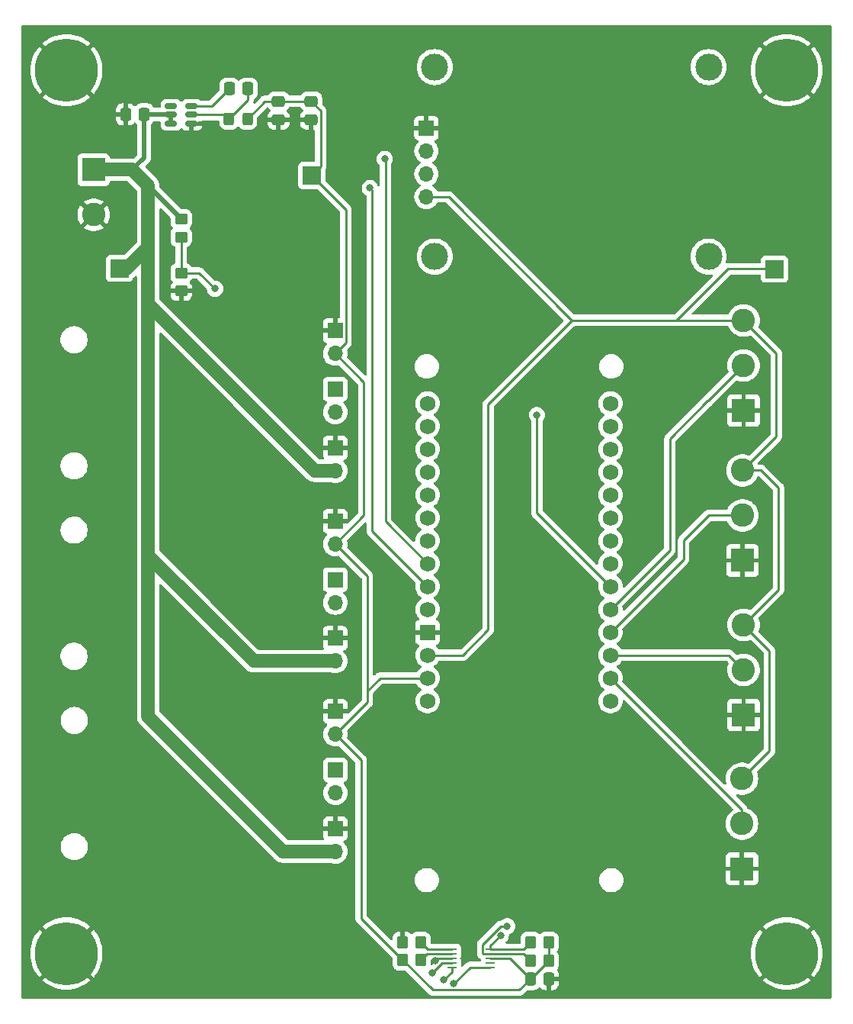
<source format=gtl>
G04 #@! TF.GenerationSoftware,KiCad,Pcbnew,7.0.2*
G04 #@! TF.CreationDate,2023-05-19T11:13:35+02:00*
G04 #@! TF.ProjectId,baseboard,62617365-626f-4617-9264-2e6b69636164,rev?*
G04 #@! TF.SameCoordinates,Original*
G04 #@! TF.FileFunction,Copper,L1,Top*
G04 #@! TF.FilePolarity,Positive*
%FSLAX46Y46*%
G04 Gerber Fmt 4.6, Leading zero omitted, Abs format (unit mm)*
G04 Created by KiCad (PCBNEW 7.0.2) date 2023-05-19 11:13:35*
%MOMM*%
%LPD*%
G01*
G04 APERTURE LIST*
G04 Aperture macros list*
%AMRoundRect*
0 Rectangle with rounded corners*
0 $1 Rounding radius*
0 $2 $3 $4 $5 $6 $7 $8 $9 X,Y pos of 4 corners*
0 Add a 4 corners polygon primitive as box body*
4,1,4,$2,$3,$4,$5,$6,$7,$8,$9,$2,$3,0*
0 Add four circle primitives for the rounded corners*
1,1,$1+$1,$2,$3*
1,1,$1+$1,$4,$5*
1,1,$1+$1,$6,$7*
1,1,$1+$1,$8,$9*
0 Add four rect primitives between the rounded corners*
20,1,$1+$1,$2,$3,$4,$5,0*
20,1,$1+$1,$4,$5,$6,$7,0*
20,1,$1+$1,$6,$7,$8,$9,0*
20,1,$1+$1,$8,$9,$2,$3,0*%
G04 Aperture macros list end*
G04 #@! TA.AperFunction,ComponentPad*
%ADD10C,7.000000*%
G04 #@! TD*
G04 #@! TA.AperFunction,SMDPad,CuDef*
%ADD11R,1.100000X0.250000*%
G04 #@! TD*
G04 #@! TA.AperFunction,SMDPad,CuDef*
%ADD12RoundRect,0.250000X0.350000X0.450000X-0.350000X0.450000X-0.350000X-0.450000X0.350000X-0.450000X0*%
G04 #@! TD*
G04 #@! TA.AperFunction,ComponentPad*
%ADD13R,2.600000X2.600000*%
G04 #@! TD*
G04 #@! TA.AperFunction,ComponentPad*
%ADD14C,2.600000*%
G04 #@! TD*
G04 #@! TA.AperFunction,SMDPad,CuDef*
%ADD15RoundRect,0.250000X-0.450000X0.350000X-0.450000X-0.350000X0.450000X-0.350000X0.450000X0.350000X0*%
G04 #@! TD*
G04 #@! TA.AperFunction,ComponentPad*
%ADD16O,1.700000X1.700000*%
G04 #@! TD*
G04 #@! TA.AperFunction,ComponentPad*
%ADD17R,1.700000X1.700000*%
G04 #@! TD*
G04 #@! TA.AperFunction,SMDPad,CuDef*
%ADD18RoundRect,0.250000X-0.337500X-0.475000X0.337500X-0.475000X0.337500X0.475000X-0.337500X0.475000X0*%
G04 #@! TD*
G04 #@! TA.AperFunction,SMDPad,CuDef*
%ADD19R,2.000000X2.000000*%
G04 #@! TD*
G04 #@! TA.AperFunction,SMDPad,CuDef*
%ADD20RoundRect,0.250000X-0.325000X-0.450000X0.325000X-0.450000X0.325000X0.450000X-0.325000X0.450000X0*%
G04 #@! TD*
G04 #@! TA.AperFunction,SMDPad,CuDef*
%ADD21RoundRect,0.250000X0.475000X-0.337500X0.475000X0.337500X-0.475000X0.337500X-0.475000X-0.337500X0*%
G04 #@! TD*
G04 #@! TA.AperFunction,SMDPad,CuDef*
%ADD22RoundRect,0.250000X-0.350000X-0.450000X0.350000X-0.450000X0.350000X0.450000X-0.350000X0.450000X0*%
G04 #@! TD*
G04 #@! TA.AperFunction,WasherPad*
%ADD23C,3.000000*%
G04 #@! TD*
G04 #@! TA.AperFunction,ComponentPad*
%ADD24C,1.727200*%
G04 #@! TD*
G04 #@! TA.AperFunction,ComponentPad*
%ADD25R,1.727200X1.727200*%
G04 #@! TD*
G04 #@! TA.AperFunction,SMDPad,CuDef*
%ADD26RoundRect,0.150000X-0.512500X-0.150000X0.512500X-0.150000X0.512500X0.150000X-0.512500X0.150000X0*%
G04 #@! TD*
G04 #@! TA.AperFunction,SMDPad,CuDef*
%ADD27RoundRect,0.250000X0.337500X0.475000X-0.337500X0.475000X-0.337500X-0.475000X0.337500X-0.475000X0*%
G04 #@! TD*
G04 #@! TA.AperFunction,ViaPad*
%ADD28C,0.800000*%
G04 #@! TD*
G04 #@! TA.AperFunction,Conductor*
%ADD29C,0.250000*%
G04 #@! TD*
G04 #@! TA.AperFunction,Conductor*
%ADD30C,1.500000*%
G04 #@! TD*
G04 #@! TA.AperFunction,Conductor*
%ADD31C,0.500000*%
G04 #@! TD*
G04 APERTURE END LIST*
D10*
X30000000Y-153000000D03*
X110000000Y-55000000D03*
D11*
X72789000Y-152543000D03*
X72789000Y-153043000D03*
X72789000Y-153543000D03*
X72789000Y-154043000D03*
X72789000Y-154543000D03*
X77089000Y-154543000D03*
X77089000Y-154043000D03*
X77089000Y-153543000D03*
X77089000Y-153043000D03*
X77089000Y-152543000D03*
D12*
X83559000Y-153813000D03*
X81559000Y-153813000D03*
D13*
X105029000Y-143604000D03*
D14*
X105029000Y-138604000D03*
X105029000Y-133604000D03*
D13*
X105207000Y-92757000D03*
D14*
X105207000Y-87757000D03*
X105207000Y-82757000D03*
D15*
X42750000Y-77500000D03*
X42750000Y-79500000D03*
D16*
X59850000Y-120565000D03*
D17*
X59850000Y-118025000D03*
D16*
X59850000Y-114065000D03*
D17*
X59850000Y-111525000D03*
D16*
X59850000Y-107565000D03*
D17*
X59850000Y-105025000D03*
D18*
X48087500Y-57050000D03*
X50162500Y-57050000D03*
D10*
X30000000Y-55000000D03*
D13*
X105207000Y-126539000D03*
D14*
X105207000Y-121539000D03*
X105207000Y-116539000D03*
D19*
X35875000Y-76975000D03*
D13*
X33020000Y-66040000D03*
D14*
X33020000Y-71040000D03*
D20*
X48050000Y-60375000D03*
X50100000Y-60375000D03*
D12*
X69335000Y-151781000D03*
X67335000Y-151781000D03*
D21*
X57175000Y-60512500D03*
X57175000Y-58437500D03*
D13*
X105080000Y-109394000D03*
D14*
X105080000Y-104394000D03*
X105080000Y-99394000D03*
D16*
X59875000Y-141690000D03*
D17*
X59875000Y-139150000D03*
D16*
X59875000Y-135190000D03*
D17*
X59875000Y-132650000D03*
D16*
X59875000Y-128690000D03*
D17*
X59875000Y-126150000D03*
D15*
X42750000Y-71500000D03*
X42750000Y-73500000D03*
D22*
X67335000Y-153720800D03*
X69335000Y-153720800D03*
D19*
X57250000Y-66675000D03*
D18*
X36562500Y-59900000D03*
X38637500Y-59900000D03*
D10*
X110000000Y-153000000D03*
D23*
X70902000Y-54655000D03*
X70902000Y-75675000D03*
X101322000Y-54655000D03*
X101322000Y-75675000D03*
D17*
X69983000Y-61431200D03*
D16*
X69983000Y-63971200D03*
X69983000Y-66511200D03*
X69983000Y-69051200D03*
X59850000Y-99440000D03*
D17*
X59850000Y-96900000D03*
D16*
X59850000Y-92940000D03*
D17*
X59850000Y-90400000D03*
D16*
X59850000Y-86440000D03*
D17*
X59850000Y-83900000D03*
D24*
X70104000Y-119906200D03*
X70104000Y-124986200D03*
X90424000Y-122446200D03*
X90424000Y-119906200D03*
X90424000Y-117366200D03*
X90424000Y-114826200D03*
X90424000Y-112286200D03*
X90424000Y-109746200D03*
X90424000Y-107206200D03*
X90424000Y-124986200D03*
X90424000Y-104666200D03*
X90424000Y-102126200D03*
X90424000Y-99586200D03*
X90424000Y-97046200D03*
X90424000Y-94506200D03*
X90424000Y-91966200D03*
X70104000Y-91966200D03*
X70104000Y-94506200D03*
X70104000Y-97046200D03*
X70104000Y-99586200D03*
X70104000Y-102126200D03*
X70104000Y-104666200D03*
X70104000Y-107206200D03*
X70104000Y-109746200D03*
X70104000Y-112286200D03*
D25*
X70104000Y-117366200D03*
D24*
X70104000Y-114826200D03*
X70104000Y-122446200D03*
D21*
X53550000Y-60512500D03*
X53550000Y-58437500D03*
D26*
X41625000Y-59000000D03*
X41625000Y-59950000D03*
X41625000Y-60900000D03*
X43900000Y-60900000D03*
X43900000Y-59950000D03*
X43900000Y-59000000D03*
D19*
X108650000Y-77075000D03*
D27*
X83596500Y-155845000D03*
X81521500Y-155845000D03*
D12*
X83559000Y-151781000D03*
X81559000Y-151781000D03*
D28*
X68250000Y-148250000D03*
X71000000Y-153767500D03*
X78232000Y-151003000D03*
X78956500Y-149987000D03*
X70612000Y-155194000D03*
X71882000Y-155956000D03*
X73025000Y-156337000D03*
X46500000Y-79250000D03*
X82250000Y-93250000D03*
X65350000Y-64850000D03*
X63700000Y-68075000D03*
D29*
X67335000Y-149165000D02*
X68250000Y-148250000D01*
X71224500Y-153543000D02*
X71000000Y-153767500D01*
X67335000Y-151781000D02*
X67335000Y-149165000D01*
X72789000Y-153543000D02*
X71224500Y-153543000D01*
D30*
X39075000Y-80600000D02*
X39075000Y-74600000D01*
X54065000Y-141690000D02*
X39075000Y-126700000D01*
D31*
X38637500Y-59900000D02*
X38637500Y-64692500D01*
X41625000Y-60900000D02*
X41625000Y-59950000D01*
D30*
X39075000Y-126700000D02*
X39075000Y-108850000D01*
X39075000Y-108850000D02*
X39075000Y-80600000D01*
X59875000Y-141690000D02*
X54065000Y-141690000D01*
X57590000Y-99440000D02*
X39075000Y-80925000D01*
X59850000Y-120565000D02*
X50790000Y-120565000D01*
X37290000Y-66040000D02*
X39075000Y-67825000D01*
D31*
X39075000Y-80925000D02*
X39075000Y-80600000D01*
X38637500Y-59900000D02*
X41575000Y-59900000D01*
X38637500Y-64692500D02*
X37290000Y-66040000D01*
D30*
X50790000Y-120565000D02*
X39075000Y-108850000D01*
X33020000Y-66040000D02*
X37290000Y-66040000D01*
X39075000Y-74600000D02*
X39075000Y-67825000D01*
X36700000Y-76975000D02*
X39075000Y-74600000D01*
D31*
X35875000Y-76975000D02*
X36700000Y-76975000D01*
D29*
X41575000Y-59900000D02*
X41625000Y-59950000D01*
D30*
X59850000Y-99440000D02*
X57590000Y-99440000D01*
D31*
X42750000Y-71500000D02*
X39075000Y-67825000D01*
D29*
X81521500Y-155845000D02*
X79219500Y-153543000D01*
X70676200Y-157062000D02*
X67335000Y-153720800D01*
X63425000Y-125140000D02*
X59875000Y-128690000D01*
X52037500Y-58437500D02*
X50100000Y-60375000D01*
X63425000Y-111140000D02*
X63425000Y-123850000D01*
X61025000Y-70450000D02*
X61025000Y-85265000D01*
X83553500Y-153813000D02*
X81521500Y-155845000D01*
X83559000Y-153813000D02*
X83553500Y-153813000D01*
X53550000Y-58437500D02*
X52037500Y-58437500D01*
X64828800Y-122446200D02*
X63425000Y-123850000D01*
X83559000Y-153813000D02*
X83559000Y-151781000D01*
X62725000Y-131540000D02*
X62725000Y-149110800D01*
X61025000Y-85265000D02*
X59850000Y-86440000D01*
X79219500Y-153543000D02*
X77089000Y-153543000D01*
X59850000Y-86440000D02*
X63025000Y-89615000D01*
X81521500Y-155845000D02*
X80304500Y-157062000D01*
X59850000Y-107565000D02*
X63425000Y-111140000D01*
X63025000Y-89615000D02*
X63025000Y-104390000D01*
X57175000Y-58437500D02*
X53550000Y-58437500D01*
X80304500Y-157062000D02*
X70676200Y-157062000D01*
X57250000Y-66675000D02*
X61025000Y-70450000D01*
X58225000Y-65700000D02*
X57250000Y-66675000D01*
X63025000Y-104390000D02*
X59850000Y-107565000D01*
X58225000Y-59487500D02*
X58225000Y-65700000D01*
X57175000Y-58437500D02*
X58225000Y-59487500D01*
X62725000Y-149110800D02*
X67335000Y-153720800D01*
X63425000Y-123850000D02*
X63425000Y-125140000D01*
X70104000Y-122446200D02*
X64828800Y-122446200D01*
X59875000Y-128690000D02*
X62725000Y-131540000D01*
X101346000Y-104394000D02*
X105080000Y-104394000D01*
X98552000Y-107188000D02*
X101346000Y-104394000D01*
X90424000Y-117366200D02*
X98552000Y-109238200D01*
X98552000Y-109238200D02*
X98552000Y-107188000D01*
X72447200Y-69051200D02*
X86153000Y-82757000D01*
X105080000Y-99394000D02*
X108839000Y-95635000D01*
X69983000Y-69051200D02*
X72447200Y-69051200D01*
X74022800Y-119906200D02*
X70104000Y-119906200D01*
X107141000Y-99394000D02*
X105080000Y-99394000D01*
X108077000Y-130556000D02*
X108077000Y-119409000D01*
X108839000Y-95635000D02*
X108839000Y-86389000D01*
X108600000Y-77025000D02*
X103482000Y-77025000D01*
X76835000Y-117094000D02*
X74022800Y-119906200D01*
X105207000Y-116539000D02*
X109093000Y-112653000D01*
X109093000Y-112653000D02*
X109093000Y-101346000D01*
X86153000Y-82757000D02*
X76835000Y-92075000D01*
X108650000Y-77075000D02*
X108600000Y-77025000D01*
X97750000Y-82757000D02*
X86153000Y-82757000D01*
X103482000Y-77025000D02*
X97750000Y-82757000D01*
X105029000Y-133604000D02*
X108077000Y-130556000D01*
X108839000Y-86389000D02*
X105207000Y-82757000D01*
X108077000Y-119409000D02*
X105207000Y-116539000D01*
X76835000Y-92075000D02*
X76835000Y-117094000D01*
X105207000Y-82757000D02*
X97750000Y-82757000D01*
X109093000Y-101346000D02*
X107141000Y-99394000D01*
X103574200Y-119906200D02*
X105207000Y-121539000D01*
X90424000Y-119906200D02*
X103574200Y-119906200D01*
X105029000Y-137051200D02*
X90424000Y-122446200D01*
X105029000Y-138604000D02*
X105029000Y-137051200D01*
X97028000Y-108222200D02*
X90424000Y-114826200D01*
X101219000Y-91694000D02*
X97028000Y-95885000D01*
X105207000Y-87757000D02*
X101270000Y-91694000D01*
X97028000Y-95885000D02*
X97028000Y-108222200D01*
X101270000Y-91694000D02*
X101219000Y-91694000D01*
X70097000Y-152543000D02*
X72789000Y-152543000D01*
X69335000Y-151781000D02*
X70097000Y-152543000D01*
X70012800Y-153043000D02*
X72789000Y-153043000D01*
X69335000Y-153720800D02*
X70012800Y-153043000D01*
X77089000Y-152146000D02*
X78232000Y-151003000D01*
X77089000Y-152543000D02*
X77089000Y-152146000D01*
X81559000Y-151781000D02*
X80797000Y-152543000D01*
X80797000Y-152543000D02*
X77089000Y-152543000D01*
X76264000Y-153043000D02*
X76214000Y-152993000D01*
X80789000Y-153043000D02*
X77089000Y-153043000D01*
X76214000Y-152993000D02*
X76214000Y-151995695D01*
X76214000Y-151995695D02*
X78222695Y-149987000D01*
X77089000Y-153043000D02*
X76264000Y-153043000D01*
X81559000Y-153813000D02*
X80789000Y-153043000D01*
X78222695Y-149987000D02*
X78956500Y-149987000D01*
X71763000Y-154043000D02*
X70612000Y-155194000D01*
X72789000Y-154043000D02*
X71763000Y-154043000D01*
X72789000Y-154543000D02*
X72789000Y-155049000D01*
X72789000Y-155049000D02*
X71882000Y-155956000D01*
X74819000Y-154543000D02*
X73025000Y-156337000D01*
X77089000Y-154543000D02*
X74819000Y-154543000D01*
X42750000Y-77500000D02*
X44750000Y-77500000D01*
X42750000Y-73500000D02*
X42750000Y-77500000D01*
X82250000Y-93250000D02*
X82250000Y-104112200D01*
X82250000Y-104112200D02*
X90424000Y-112286200D01*
X44750000Y-77500000D02*
X46500000Y-79250000D01*
X65425000Y-64925000D02*
X65425000Y-105067200D01*
X65350000Y-64850000D02*
X65425000Y-64925000D01*
X65425000Y-105067200D02*
X70104000Y-109746200D01*
X70104000Y-112286200D02*
X63950000Y-106132200D01*
X63950000Y-106132200D02*
X63950000Y-68325000D01*
X63950000Y-68325000D02*
X63700000Y-68075000D01*
X46137500Y-59000000D02*
X48087500Y-57050000D01*
X43900000Y-59000000D02*
X46137500Y-59000000D01*
X48050000Y-60375000D02*
X47625000Y-59950000D01*
X50162500Y-57050000D02*
X50162500Y-58262500D01*
X50162500Y-58262500D02*
X48050000Y-60375000D01*
X47625000Y-59950000D02*
X43900000Y-59950000D01*
G04 #@! TA.AperFunction,Conductor*
G36*
X71020587Y-153688185D02*
G01*
X71066342Y-153740989D01*
X71076286Y-153810147D01*
X71047261Y-153873703D01*
X71041233Y-153880176D01*
X70849781Y-154071628D01*
X70664228Y-154257181D01*
X70602905Y-154290666D01*
X70576547Y-154293500D01*
X70559500Y-154293500D01*
X70492461Y-154273815D01*
X70446706Y-154221011D01*
X70435500Y-154169500D01*
X70435500Y-153983138D01*
X70435499Y-153792499D01*
X70455183Y-153725461D01*
X70507987Y-153679706D01*
X70559499Y-153668500D01*
X70953548Y-153668500D01*
X71020587Y-153688185D01*
G37*
G04 #@! TD.AperFunction*
G04 #@! TA.AperFunction,Conductor*
G36*
X63243834Y-105158269D02*
G01*
X63299767Y-105200141D01*
X63324184Y-105265605D01*
X63324500Y-105274451D01*
X63324500Y-106049456D01*
X63322235Y-106069966D01*
X63324439Y-106140072D01*
X63324500Y-106143967D01*
X63324500Y-106171550D01*
X63324988Y-106175419D01*
X63324989Y-106175425D01*
X63325004Y-106175543D01*
X63325918Y-106187167D01*
X63327290Y-106230826D01*
X63332879Y-106250060D01*
X63336825Y-106269116D01*
X63339335Y-106288992D01*
X63355414Y-106329604D01*
X63359197Y-106340651D01*
X63371382Y-106382591D01*
X63381580Y-106399835D01*
X63390136Y-106417300D01*
X63397514Y-106435932D01*
X63397515Y-106435933D01*
X63423180Y-106471259D01*
X63429593Y-106481022D01*
X63451826Y-106518616D01*
X63451829Y-106518619D01*
X63451830Y-106518620D01*
X63465995Y-106532785D01*
X63478627Y-106547575D01*
X63490406Y-106563787D01*
X63524058Y-106591626D01*
X63532699Y-106599489D01*
X68752612Y-111819403D01*
X68786097Y-111880726D01*
X68785137Y-111937523D01*
X68753892Y-112060910D01*
X68735224Y-112286200D01*
X68753892Y-112511488D01*
X68753892Y-112511491D01*
X68753893Y-112511493D01*
X68809389Y-112730641D01*
X68810224Y-112732545D01*
X68900196Y-112937662D01*
X69023847Y-113126924D01*
X69176950Y-113293237D01*
X69176954Y-113293240D01*
X69355351Y-113432093D01*
X69355353Y-113432094D01*
X69383166Y-113447146D01*
X69432756Y-113496365D01*
X69447864Y-113564582D01*
X69423693Y-113630137D01*
X69383166Y-113665254D01*
X69355353Y-113680305D01*
X69176950Y-113819162D01*
X69023847Y-113985475D01*
X68900196Y-114174737D01*
X68809390Y-114381756D01*
X68753892Y-114600911D01*
X68735224Y-114826199D01*
X68753892Y-115051488D01*
X68753892Y-115051491D01*
X68753893Y-115051493D01*
X68801385Y-115239035D01*
X68809390Y-115270643D01*
X68900196Y-115477662D01*
X69023847Y-115666924D01*
X69161244Y-115816175D01*
X69192167Y-115878829D01*
X69184307Y-115948255D01*
X69140160Y-116002411D01*
X69113349Y-116016340D01*
X68998311Y-116059247D01*
X68883211Y-116145411D01*
X68797047Y-116260510D01*
X68746800Y-116395228D01*
X68740754Y-116451467D01*
X68740400Y-116458081D01*
X68740400Y-117116200D01*
X69660804Y-117116200D01*
X69637155Y-117152999D01*
X69596000Y-117293161D01*
X69596000Y-117439239D01*
X69637155Y-117579401D01*
X69660804Y-117616200D01*
X68740400Y-117616200D01*
X68740400Y-118274318D01*
X68740754Y-118280932D01*
X68746800Y-118337171D01*
X68797047Y-118471889D01*
X68883211Y-118586988D01*
X68998311Y-118673152D01*
X69113348Y-118716059D01*
X69169282Y-118757930D01*
X69193699Y-118823395D01*
X69178847Y-118891668D01*
X69161245Y-118916224D01*
X69023845Y-119065479D01*
X68900196Y-119254737D01*
X68819444Y-119438836D01*
X68809389Y-119461759D01*
X68794030Y-119522411D01*
X68753892Y-119680911D01*
X68735224Y-119906200D01*
X68753892Y-120131488D01*
X68753892Y-120131491D01*
X68753893Y-120131493D01*
X68804704Y-120332142D01*
X68809390Y-120350643D01*
X68900196Y-120557662D01*
X69023847Y-120746924D01*
X69176950Y-120913237D01*
X69176954Y-120913240D01*
X69355351Y-121052093D01*
X69383167Y-121067146D01*
X69432755Y-121116362D01*
X69447865Y-121184578D01*
X69423695Y-121250134D01*
X69383168Y-121285252D01*
X69355354Y-121300304D01*
X69176950Y-121439162D01*
X69023845Y-121605478D01*
X68919938Y-121764521D01*
X68866792Y-121809878D01*
X68816129Y-121820700D01*
X64911544Y-121820700D01*
X64891037Y-121818435D01*
X64820927Y-121820639D01*
X64817032Y-121820700D01*
X64789450Y-121820700D01*
X64785605Y-121821185D01*
X64785580Y-121821187D01*
X64785453Y-121821204D01*
X64773833Y-121822118D01*
X64730169Y-121823490D01*
X64710929Y-121829080D01*
X64691881Y-121833025D01*
X64672009Y-121835535D01*
X64631399Y-121851613D01*
X64620354Y-121855394D01*
X64578410Y-121867581D01*
X64561165Y-121877779D01*
X64543704Y-121886333D01*
X64525067Y-121893712D01*
X64489731Y-121919385D01*
X64479974Y-121925795D01*
X64442380Y-121948029D01*
X64428213Y-121962196D01*
X64413424Y-121974826D01*
X64397213Y-121986604D01*
X64369372Y-122020258D01*
X64361511Y-122028897D01*
X64262181Y-122128227D01*
X64200858Y-122161712D01*
X64131166Y-122156728D01*
X64075233Y-122114856D01*
X64050816Y-122049392D01*
X64050500Y-122040546D01*
X64050500Y-111222739D01*
X64052763Y-111202238D01*
X64050561Y-111132143D01*
X64050500Y-111128249D01*
X64050500Y-111104544D01*
X64050500Y-111100650D01*
X64049998Y-111096681D01*
X64049080Y-111085024D01*
X64047709Y-111041372D01*
X64042119Y-111022134D01*
X64038174Y-111003082D01*
X64035664Y-110983208D01*
X64019578Y-110942581D01*
X64015805Y-110931560D01*
X64003617Y-110889610D01*
X63993421Y-110872369D01*
X63984863Y-110854902D01*
X63977486Y-110836268D01*
X63951798Y-110800912D01*
X63945409Y-110791184D01*
X63923170Y-110753579D01*
X63909006Y-110739415D01*
X63896369Y-110724620D01*
X63884595Y-110708414D01*
X63884594Y-110708413D01*
X63850935Y-110680568D01*
X63842305Y-110672714D01*
X61190237Y-108020646D01*
X61156752Y-107959323D01*
X61158143Y-107900872D01*
X61185063Y-107800408D01*
X61205659Y-107565000D01*
X61185063Y-107329592D01*
X61158143Y-107229125D01*
X61159806Y-107159276D01*
X61190235Y-107109353D01*
X63112820Y-105186768D01*
X63174142Y-105153285D01*
X63243834Y-105158269D01*
G37*
G04 #@! TD.AperFunction*
G04 #@! TA.AperFunction,Conductor*
G36*
X114942539Y-50020185D02*
G01*
X114988294Y-50072989D01*
X114999500Y-50124500D01*
X114999500Y-157875500D01*
X114979815Y-157942539D01*
X114927011Y-157988294D01*
X114875500Y-157999500D01*
X25124500Y-157999500D01*
X25057461Y-157979815D01*
X25011706Y-157927011D01*
X25000500Y-157875500D01*
X25000500Y-153003033D01*
X25995325Y-153003033D01*
X26014310Y-153389500D01*
X26014906Y-153395553D01*
X26071681Y-153778294D01*
X26072867Y-153784253D01*
X26166882Y-154159586D01*
X26168649Y-154165409D01*
X26298995Y-154529701D01*
X26301327Y-154535334D01*
X26466758Y-154885108D01*
X26469629Y-154890477D01*
X26668549Y-155222355D01*
X26671917Y-155227396D01*
X26902417Y-155538189D01*
X26906275Y-155542891D01*
X27000068Y-155646376D01*
X27000069Y-155646376D01*
X28061418Y-154585026D01*
X28069908Y-154596711D01*
X28285249Y-154826025D01*
X28417838Y-154935712D01*
X27353622Y-155999929D01*
X27353622Y-155999930D01*
X27457108Y-156093724D01*
X27461810Y-156097582D01*
X27772603Y-156328082D01*
X27777644Y-156331450D01*
X28109522Y-156530370D01*
X28114891Y-156533241D01*
X28464665Y-156698672D01*
X28470298Y-156701004D01*
X28834590Y-156831350D01*
X28840413Y-156833117D01*
X29215746Y-156927132D01*
X29221705Y-156928318D01*
X29604446Y-156985093D01*
X29610499Y-156985689D01*
X29996967Y-157004675D01*
X30003033Y-157004675D01*
X30389500Y-156985689D01*
X30395553Y-156985093D01*
X30778294Y-156928318D01*
X30784253Y-156927132D01*
X31159586Y-156833117D01*
X31165409Y-156831350D01*
X31529701Y-156701004D01*
X31535334Y-156698672D01*
X31885108Y-156533241D01*
X31890477Y-156530370D01*
X32222355Y-156331450D01*
X32227396Y-156328082D01*
X32538189Y-156097582D01*
X32542880Y-156093733D01*
X32646376Y-155999929D01*
X31582160Y-154935713D01*
X31714751Y-154826025D01*
X31930092Y-154596711D01*
X31938580Y-154585027D01*
X32999929Y-155646376D01*
X33093733Y-155542880D01*
X33097582Y-155538189D01*
X33328082Y-155227396D01*
X33331450Y-155222355D01*
X33530370Y-154890477D01*
X33533241Y-154885108D01*
X33698672Y-154535334D01*
X33701004Y-154529701D01*
X33831350Y-154165409D01*
X33833117Y-154159586D01*
X33927132Y-153784253D01*
X33928318Y-153778294D01*
X33985093Y-153395553D01*
X33985689Y-153389500D01*
X34004675Y-153003033D01*
X34004675Y-152996966D01*
X33985689Y-152610499D01*
X33985093Y-152604446D01*
X33928318Y-152221705D01*
X33927132Y-152215746D01*
X33833117Y-151840413D01*
X33831350Y-151834590D01*
X33701004Y-151470298D01*
X33698672Y-151464665D01*
X33533241Y-151114891D01*
X33530370Y-151109522D01*
X33331450Y-150777644D01*
X33328082Y-150772603D01*
X33097582Y-150461810D01*
X33093724Y-150457108D01*
X32999930Y-150353622D01*
X32999929Y-150353622D01*
X31938579Y-151414971D01*
X31930092Y-151403289D01*
X31714751Y-151173975D01*
X31582159Y-151064285D01*
X32646376Y-150000069D01*
X32646376Y-150000068D01*
X32542891Y-149906275D01*
X32538189Y-149902417D01*
X32227396Y-149671917D01*
X32222355Y-149668549D01*
X31890477Y-149469629D01*
X31885108Y-149466758D01*
X31535334Y-149301327D01*
X31529701Y-149298995D01*
X31165409Y-149168649D01*
X31159586Y-149166882D01*
X30784253Y-149072867D01*
X30778294Y-149071681D01*
X30395553Y-149014906D01*
X30389500Y-149014310D01*
X30003033Y-148995325D01*
X29996967Y-148995325D01*
X29610499Y-149014310D01*
X29604446Y-149014906D01*
X29221705Y-149071681D01*
X29215746Y-149072867D01*
X28840413Y-149166882D01*
X28834590Y-149168649D01*
X28470298Y-149298995D01*
X28464665Y-149301327D01*
X28114891Y-149466758D01*
X28109522Y-149469629D01*
X27777644Y-149668549D01*
X27772603Y-149671917D01*
X27461807Y-149902418D01*
X27457105Y-149906277D01*
X27353622Y-150000068D01*
X27353622Y-150000069D01*
X28417839Y-151064286D01*
X28285249Y-151173975D01*
X28069908Y-151403289D01*
X28061419Y-151414972D01*
X27000069Y-150353622D01*
X27000068Y-150353622D01*
X26906277Y-150457105D01*
X26902418Y-150461807D01*
X26671917Y-150772603D01*
X26668549Y-150777644D01*
X26469629Y-151109522D01*
X26466758Y-151114891D01*
X26301327Y-151464665D01*
X26298995Y-151470298D01*
X26168649Y-151834590D01*
X26166882Y-151840413D01*
X26072867Y-152215746D01*
X26071681Y-152221705D01*
X26014906Y-152604446D01*
X26014310Y-152610499D01*
X25995325Y-152996966D01*
X25995325Y-153003033D01*
X25000500Y-153003033D01*
X25000500Y-141274334D01*
X29374500Y-141274334D01*
X29415429Y-141519615D01*
X29496170Y-141754805D01*
X29496172Y-141754810D01*
X29588495Y-141925408D01*
X29614529Y-141973514D01*
X29683331Y-142061910D01*
X29767262Y-142169744D01*
X29950215Y-142338164D01*
X30158393Y-142474173D01*
X30386119Y-142574063D01*
X30627179Y-142635108D01*
X30812933Y-142650500D01*
X30815503Y-142650500D01*
X30934497Y-142650500D01*
X30937067Y-142650500D01*
X31122821Y-142635108D01*
X31363881Y-142574063D01*
X31591607Y-142474173D01*
X31799785Y-142338164D01*
X31982738Y-142169744D01*
X32135474Y-141973509D01*
X32253828Y-141754810D01*
X32334571Y-141519614D01*
X32375500Y-141274335D01*
X32375500Y-141025665D01*
X32334571Y-140780386D01*
X32253828Y-140545190D01*
X32135474Y-140326491D01*
X32135471Y-140326487D01*
X32135470Y-140326485D01*
X32033650Y-140195667D01*
X31982738Y-140130256D01*
X31799785Y-139961836D01*
X31591607Y-139825827D01*
X31591604Y-139825825D01*
X31466523Y-139770960D01*
X31363881Y-139725937D01*
X31183866Y-139680351D01*
X31122822Y-139664892D01*
X31088854Y-139662077D01*
X30937067Y-139649500D01*
X30812933Y-139649500D01*
X30695111Y-139659262D01*
X30627177Y-139664892D01*
X30505086Y-139695810D01*
X30386119Y-139725937D01*
X30386116Y-139725938D01*
X30386117Y-139725938D01*
X30158395Y-139825825D01*
X30019607Y-139916499D01*
X29950215Y-139961836D01*
X29860399Y-140044518D01*
X29767259Y-140130259D01*
X29614529Y-140326485D01*
X29496170Y-140545194D01*
X29415429Y-140780384D01*
X29374500Y-141025665D01*
X29374500Y-141274334D01*
X25000500Y-141274334D01*
X25000500Y-127274335D01*
X29374500Y-127274335D01*
X29387950Y-127354937D01*
X29415429Y-127519615D01*
X29476080Y-127696285D01*
X29496172Y-127754810D01*
X29569405Y-127890132D01*
X29614529Y-127973514D01*
X29698259Y-128081089D01*
X29767262Y-128169744D01*
X29950215Y-128338164D01*
X30158393Y-128474173D01*
X30386119Y-128574063D01*
X30627179Y-128635108D01*
X30812933Y-128650500D01*
X30815503Y-128650500D01*
X30934497Y-128650500D01*
X30937067Y-128650500D01*
X31122821Y-128635108D01*
X31363881Y-128574063D01*
X31591607Y-128474173D01*
X31799785Y-128338164D01*
X31982738Y-128169744D01*
X32135474Y-127973509D01*
X32253828Y-127754810D01*
X32334571Y-127519614D01*
X32375500Y-127274335D01*
X32375500Y-127025665D01*
X32334571Y-126780386D01*
X32253828Y-126545190D01*
X32135474Y-126326491D01*
X32135471Y-126326487D01*
X32135470Y-126326485D01*
X32003571Y-126157022D01*
X31982738Y-126130256D01*
X31799785Y-125961836D01*
X31591607Y-125825827D01*
X31591604Y-125825825D01*
X31466523Y-125770960D01*
X31363881Y-125725937D01*
X31183866Y-125680351D01*
X31122822Y-125664892D01*
X31088854Y-125662077D01*
X30937067Y-125649500D01*
X30812933Y-125649500D01*
X30695111Y-125659262D01*
X30627177Y-125664892D01*
X30505086Y-125695810D01*
X30386119Y-125725937D01*
X30386116Y-125725938D01*
X30386117Y-125725938D01*
X30158395Y-125825825D01*
X30019607Y-125916499D01*
X29950215Y-125961836D01*
X29916105Y-125993237D01*
X29767259Y-126130259D01*
X29614529Y-126326485D01*
X29496170Y-126545194D01*
X29415429Y-126780384D01*
X29376013Y-127016595D01*
X29374500Y-127025665D01*
X29374500Y-127274335D01*
X25000500Y-127274335D01*
X25000500Y-120149334D01*
X29349500Y-120149334D01*
X29390429Y-120394615D01*
X29449959Y-120568019D01*
X29471172Y-120629810D01*
X29563495Y-120800408D01*
X29589529Y-120848514D01*
X29712732Y-121006804D01*
X29742262Y-121044744D01*
X29925215Y-121213164D01*
X30133393Y-121349173D01*
X30361119Y-121449063D01*
X30602179Y-121510108D01*
X30787933Y-121525500D01*
X30790503Y-121525500D01*
X30909497Y-121525500D01*
X30912067Y-121525500D01*
X31097821Y-121510108D01*
X31338881Y-121449063D01*
X31566607Y-121349173D01*
X31774785Y-121213164D01*
X31957738Y-121044744D01*
X32110474Y-120848509D01*
X32228828Y-120629810D01*
X32309571Y-120394614D01*
X32350500Y-120149335D01*
X32350500Y-119900665D01*
X32309571Y-119655386D01*
X32228828Y-119420190D01*
X32110474Y-119201491D01*
X32110471Y-119201487D01*
X32110470Y-119201485D01*
X31971221Y-119022579D01*
X31957738Y-119005256D01*
X31774785Y-118836836D01*
X31566607Y-118700827D01*
X31566604Y-118700825D01*
X31419272Y-118636200D01*
X31338881Y-118600937D01*
X31158866Y-118555351D01*
X31097822Y-118539892D01*
X31063854Y-118537077D01*
X30912067Y-118524500D01*
X30787933Y-118524500D01*
X30670111Y-118534262D01*
X30602177Y-118539892D01*
X30513834Y-118562264D01*
X30361119Y-118600937D01*
X30361116Y-118600938D01*
X30361117Y-118600938D01*
X30133395Y-118700825D01*
X30005866Y-118784144D01*
X29925215Y-118836836D01*
X29754906Y-118993617D01*
X29742259Y-119005259D01*
X29589529Y-119201485D01*
X29518513Y-119332710D01*
X29501837Y-119363527D01*
X29471170Y-119420194D01*
X29390429Y-119655384D01*
X29349500Y-119900665D01*
X29349500Y-120149334D01*
X25000500Y-120149334D01*
X25000500Y-106149335D01*
X29349500Y-106149335D01*
X29359513Y-106209341D01*
X29390429Y-106394615D01*
X29471170Y-106629805D01*
X29471172Y-106629810D01*
X29586829Y-106843525D01*
X29589529Y-106848514D01*
X29692579Y-106980911D01*
X29742262Y-107044744D01*
X29925215Y-107213164D01*
X30133393Y-107349173D01*
X30361119Y-107449063D01*
X30602179Y-107510108D01*
X30787933Y-107525500D01*
X30790503Y-107525500D01*
X30909497Y-107525500D01*
X30912067Y-107525500D01*
X31097821Y-107510108D01*
X31338881Y-107449063D01*
X31566607Y-107349173D01*
X31774785Y-107213164D01*
X31957738Y-107044744D01*
X32110474Y-106848509D01*
X32228828Y-106629810D01*
X32309571Y-106394614D01*
X32350500Y-106149335D01*
X32350500Y-105900665D01*
X32309571Y-105655386D01*
X32228828Y-105420190D01*
X32110474Y-105201491D01*
X32110471Y-105201487D01*
X32110470Y-105201485D01*
X31971030Y-105022334D01*
X31957738Y-105005256D01*
X31774785Y-104836836D01*
X31566607Y-104700827D01*
X31566604Y-104700825D01*
X31441523Y-104645960D01*
X31338881Y-104600937D01*
X31158866Y-104555351D01*
X31097822Y-104539892D01*
X31063854Y-104537077D01*
X30912067Y-104524500D01*
X30787933Y-104524500D01*
X30670111Y-104534262D01*
X30602177Y-104539892D01*
X30480086Y-104570810D01*
X30361119Y-104600937D01*
X30361116Y-104600938D01*
X30361117Y-104600938D01*
X30133395Y-104700825D01*
X30019862Y-104775000D01*
X29925215Y-104836836D01*
X29925213Y-104836837D01*
X29925214Y-104836837D01*
X29742259Y-105005259D01*
X29589529Y-105201485D01*
X29471170Y-105420194D01*
X29390429Y-105655384D01*
X29355908Y-105862264D01*
X29349500Y-105900665D01*
X29349500Y-106149335D01*
X25000500Y-106149335D01*
X25000500Y-99024335D01*
X29349500Y-99024335D01*
X29366281Y-99124899D01*
X29390429Y-99269615D01*
X29471170Y-99504805D01*
X29471172Y-99504810D01*
X29563495Y-99675408D01*
X29589529Y-99723514D01*
X29725036Y-99897612D01*
X29742262Y-99919744D01*
X29925215Y-100088164D01*
X30133393Y-100224173D01*
X30361119Y-100324063D01*
X30602179Y-100385108D01*
X30787933Y-100400500D01*
X30790503Y-100400500D01*
X30909497Y-100400500D01*
X30912067Y-100400500D01*
X31097821Y-100385108D01*
X31338881Y-100324063D01*
X31566607Y-100224173D01*
X31774785Y-100088164D01*
X31957738Y-99919744D01*
X32110474Y-99723509D01*
X32228828Y-99504810D01*
X32309571Y-99269614D01*
X32350500Y-99024335D01*
X32350500Y-98775665D01*
X32309571Y-98530386D01*
X32228828Y-98295190D01*
X32110474Y-98076491D01*
X32110471Y-98076487D01*
X32110470Y-98076485D01*
X31957740Y-97880259D01*
X31957738Y-97880256D01*
X31774785Y-97711836D01*
X31566607Y-97575827D01*
X31566604Y-97575825D01*
X31441523Y-97520960D01*
X31338881Y-97475937D01*
X31158866Y-97430351D01*
X31097822Y-97414892D01*
X31063854Y-97412077D01*
X30912067Y-97399500D01*
X30787933Y-97399500D01*
X30670111Y-97409262D01*
X30602177Y-97414892D01*
X30480087Y-97445810D01*
X30361119Y-97475937D01*
X30361116Y-97475938D01*
X30361117Y-97475938D01*
X30133395Y-97575825D01*
X29994607Y-97666499D01*
X29925215Y-97711836D01*
X29796476Y-97830349D01*
X29742259Y-97880259D01*
X29589529Y-98076485D01*
X29471170Y-98295194D01*
X29390429Y-98530384D01*
X29374332Y-98626853D01*
X29349500Y-98775665D01*
X29349500Y-99024335D01*
X25000500Y-99024335D01*
X25000500Y-85024334D01*
X29349500Y-85024334D01*
X29390429Y-85269615D01*
X29468522Y-85497092D01*
X29471172Y-85504810D01*
X29577001Y-85700364D01*
X29589529Y-85723514D01*
X29622446Y-85765805D01*
X29742262Y-85919744D01*
X29925215Y-86088164D01*
X30133393Y-86224173D01*
X30361119Y-86324063D01*
X30602179Y-86385108D01*
X30787933Y-86400500D01*
X30790503Y-86400500D01*
X30909497Y-86400500D01*
X30912067Y-86400500D01*
X31097821Y-86385108D01*
X31338881Y-86324063D01*
X31566607Y-86224173D01*
X31774785Y-86088164D01*
X31957738Y-85919744D01*
X32110474Y-85723509D01*
X32228828Y-85504810D01*
X32309571Y-85269614D01*
X32350500Y-85024335D01*
X32350500Y-84775665D01*
X32309571Y-84530386D01*
X32228828Y-84295190D01*
X32110474Y-84076491D01*
X32110471Y-84076487D01*
X32110470Y-84076485D01*
X31957740Y-83880259D01*
X31957738Y-83880256D01*
X31774785Y-83711836D01*
X31566607Y-83575827D01*
X31566604Y-83575825D01*
X31418308Y-83510777D01*
X31338881Y-83475937D01*
X31158867Y-83430351D01*
X31097822Y-83414892D01*
X31063854Y-83412077D01*
X30912067Y-83399500D01*
X30787933Y-83399500D01*
X30670111Y-83409262D01*
X30602177Y-83414892D01*
X30480087Y-83445810D01*
X30361119Y-83475937D01*
X30361116Y-83475938D01*
X30361117Y-83475938D01*
X30133395Y-83575825D01*
X30019862Y-83650000D01*
X29925215Y-83711836D01*
X29925213Y-83711837D01*
X29925214Y-83711837D01*
X29742259Y-83880259D01*
X29589529Y-84076485D01*
X29471170Y-84295194D01*
X29390429Y-84530384D01*
X29349500Y-84775665D01*
X29349500Y-85024334D01*
X25000500Y-85024334D01*
X25000500Y-71040000D01*
X31214952Y-71040000D01*
X31235113Y-71309026D01*
X31295146Y-71572049D01*
X31393708Y-71823178D01*
X31528598Y-72056816D01*
X31582295Y-72124150D01*
X32417452Y-71288993D01*
X32427188Y-71318956D01*
X32515186Y-71457619D01*
X32634903Y-71570040D01*
X32769510Y-71644041D01*
X31934848Y-72478702D01*
X32117479Y-72603217D01*
X32360542Y-72720270D01*
X32618339Y-72799791D01*
X32885109Y-72840000D01*
X33154891Y-72840000D01*
X33421660Y-72799791D01*
X33679460Y-72720270D01*
X33922523Y-72603217D01*
X34105150Y-72478702D01*
X33267534Y-71641086D01*
X33335629Y-71614126D01*
X33468492Y-71517595D01*
X33573175Y-71391055D01*
X33621631Y-71288080D01*
X34457703Y-72124151D01*
X34511400Y-72056818D01*
X34646291Y-71823178D01*
X34744853Y-71572049D01*
X34804886Y-71309026D01*
X34825047Y-71040000D01*
X34804886Y-70770973D01*
X34744853Y-70507950D01*
X34646291Y-70256821D01*
X34511398Y-70023178D01*
X34457704Y-69955847D01*
X33622546Y-70791004D01*
X33612812Y-70761044D01*
X33524814Y-70622381D01*
X33405097Y-70509960D01*
X33270489Y-70435958D01*
X34105150Y-69601296D01*
X33922519Y-69476780D01*
X33679460Y-69359729D01*
X33421660Y-69280208D01*
X33154891Y-69240000D01*
X32885109Y-69240000D01*
X32618339Y-69280208D01*
X32360542Y-69359729D01*
X32117476Y-69476783D01*
X31934848Y-69601296D01*
X32772465Y-70438913D01*
X32704371Y-70465874D01*
X32571508Y-70562405D01*
X32466825Y-70688945D01*
X32418368Y-70791921D01*
X31582295Y-69955848D01*
X31528598Y-70023182D01*
X31393708Y-70256821D01*
X31295146Y-70507950D01*
X31235113Y-70770973D01*
X31214952Y-71040000D01*
X25000500Y-71040000D01*
X25000500Y-67384578D01*
X31219500Y-67384578D01*
X31219501Y-67387872D01*
X31219853Y-67391152D01*
X31219854Y-67391159D01*
X31225909Y-67447483D01*
X31276204Y-67582331D01*
X31362454Y-67697546D01*
X31477669Y-67783796D01*
X31612517Y-67834091D01*
X31672127Y-67840500D01*
X34367872Y-67840499D01*
X34427483Y-67834091D01*
X34562331Y-67783796D01*
X34677546Y-67697546D01*
X34763796Y-67582331D01*
X34814091Y-67447483D01*
X34819062Y-67401244D01*
X34845800Y-67336694D01*
X34903193Y-67296846D01*
X34942352Y-67290500D01*
X36720664Y-67290500D01*
X36787703Y-67310185D01*
X36808345Y-67326819D01*
X37788181Y-68306655D01*
X37821666Y-68367978D01*
X37824500Y-68394336D01*
X37824499Y-74030663D01*
X37804814Y-74097702D01*
X37788180Y-74118344D01*
X36468343Y-75438181D01*
X36407020Y-75471666D01*
X36380662Y-75474500D01*
X34830439Y-75474500D01*
X34830420Y-75474500D01*
X34827128Y-75474501D01*
X34823848Y-75474853D01*
X34823840Y-75474854D01*
X34767515Y-75480909D01*
X34632669Y-75531204D01*
X34517454Y-75617454D01*
X34431204Y-75732668D01*
X34393907Y-75832668D01*
X34380909Y-75867517D01*
X34374500Y-75927127D01*
X34374500Y-75930448D01*
X34374500Y-75930449D01*
X34374500Y-78019560D01*
X34374500Y-78019578D01*
X34374501Y-78022872D01*
X34380909Y-78082483D01*
X34431204Y-78217331D01*
X34517454Y-78332546D01*
X34632669Y-78418796D01*
X34767517Y-78469091D01*
X34827127Y-78475500D01*
X36922872Y-78475499D01*
X36982483Y-78469091D01*
X37117331Y-78418796D01*
X37232546Y-78332546D01*
X37318796Y-78217331D01*
X37369091Y-78082483D01*
X37369090Y-78082483D01*
X37374534Y-78067890D01*
X37375755Y-78068345D01*
X37395540Y-78020570D01*
X37421478Y-77996443D01*
X37504654Y-77938820D01*
X37612822Y-77830651D01*
X37674141Y-77797169D01*
X37743833Y-77802153D01*
X37799767Y-77844024D01*
X37824184Y-77909488D01*
X37824500Y-77918335D01*
X37824500Y-80847814D01*
X37823720Y-80861698D01*
X37819761Y-80896826D01*
X37824219Y-80962931D01*
X37824500Y-80971273D01*
X37824500Y-108772814D01*
X37823720Y-108786698D01*
X37819761Y-108821826D01*
X37824219Y-108887931D01*
X37824500Y-108896273D01*
X37824500Y-126622814D01*
X37823720Y-126636698D01*
X37819761Y-126671826D01*
X37824219Y-126737931D01*
X37824500Y-126746273D01*
X37824500Y-126756155D01*
X37824747Y-126758900D01*
X37824748Y-126758921D01*
X37828153Y-126796749D01*
X37828371Y-126799521D01*
X37834904Y-126896414D01*
X37835973Y-126900657D01*
X37839229Y-126919820D01*
X37839622Y-126924185D01*
X37865465Y-127017824D01*
X37866158Y-127020447D01*
X37878403Y-127069040D01*
X37889904Y-127114684D01*
X37891712Y-127118664D01*
X37898342Y-127136950D01*
X37899506Y-127141168D01*
X37941657Y-127228699D01*
X37942835Y-127231217D01*
X37982992Y-127319625D01*
X37985483Y-127323220D01*
X37995271Y-127340029D01*
X37997170Y-127343974D01*
X38054258Y-127422548D01*
X38055868Y-127424817D01*
X38111178Y-127504652D01*
X38114268Y-127507742D01*
X38126905Y-127522537D01*
X38129478Y-127526078D01*
X38129479Y-127526079D01*
X38199699Y-127593216D01*
X38201688Y-127595162D01*
X53126182Y-142519656D01*
X53135448Y-142530024D01*
X53157493Y-142557667D01*
X53207395Y-142601266D01*
X53213491Y-142606965D01*
X53220470Y-142613944D01*
X53222601Y-142615723D01*
X53222613Y-142615734D01*
X53251740Y-142640051D01*
X53253853Y-142641856D01*
X53309993Y-142690903D01*
X53327004Y-142705765D01*
X53330760Y-142708009D01*
X53346624Y-142719266D01*
X53349978Y-142722066D01*
X53349979Y-142722067D01*
X53349981Y-142722068D01*
X53361301Y-142728491D01*
X53434450Y-142769997D01*
X53436854Y-142771397D01*
X53520236Y-142821215D01*
X53520239Y-142821216D01*
X53524323Y-142822749D01*
X53541953Y-142830996D01*
X53545753Y-142833152D01*
X53545755Y-142833153D01*
X53637468Y-142865245D01*
X53639998Y-142866162D01*
X53730976Y-142900307D01*
X53734972Y-142901032D01*
X53735269Y-142901086D01*
X53754088Y-142906053D01*
X53758217Y-142907498D01*
X53854251Y-142922707D01*
X53856847Y-142923149D01*
X53920369Y-142934677D01*
X53952452Y-142940500D01*
X53952453Y-142940500D01*
X53956830Y-142940500D01*
X53976226Y-142942026D01*
X53980540Y-142942710D01*
X54075299Y-142940583D01*
X54077622Y-142940531D01*
X54080404Y-142940500D01*
X59333659Y-142940500D01*
X59386063Y-142952118D01*
X59411334Y-142963902D01*
X59411336Y-142963902D01*
X59411337Y-142963903D01*
X59639592Y-143025063D01*
X59875000Y-143045659D01*
X60110408Y-143025063D01*
X60338663Y-142963903D01*
X60552830Y-142864035D01*
X60746401Y-142728495D01*
X60913495Y-142561401D01*
X61049035Y-142367830D01*
X61148903Y-142153663D01*
X61210063Y-141925408D01*
X61230659Y-141690000D01*
X61210063Y-141454592D01*
X61148903Y-141226337D01*
X61049035Y-141012171D01*
X60913495Y-140818599D01*
X60791181Y-140696285D01*
X60757696Y-140634962D01*
X60762680Y-140565270D01*
X60804552Y-140509337D01*
X60835528Y-140492422D01*
X60967089Y-140443352D01*
X61082188Y-140357188D01*
X61168352Y-140242089D01*
X61218599Y-140107371D01*
X61224645Y-140051132D01*
X61225000Y-140044518D01*
X61225000Y-139400000D01*
X60308686Y-139400000D01*
X60334493Y-139359844D01*
X60375000Y-139221889D01*
X60375000Y-139078111D01*
X60334493Y-138940156D01*
X60308686Y-138900000D01*
X61225000Y-138900000D01*
X61225000Y-138255481D01*
X61224645Y-138248867D01*
X61218599Y-138192628D01*
X61168352Y-138057910D01*
X61082188Y-137942811D01*
X60967089Y-137856647D01*
X60832371Y-137806400D01*
X60776132Y-137800354D01*
X60769518Y-137800000D01*
X60125000Y-137800000D01*
X60125000Y-138714498D01*
X60017315Y-138665320D01*
X59910763Y-138650000D01*
X59839237Y-138650000D01*
X59732685Y-138665320D01*
X59625000Y-138714498D01*
X59625000Y-137800000D01*
X58980482Y-137800000D01*
X58973867Y-137800354D01*
X58917628Y-137806400D01*
X58782910Y-137856647D01*
X58667811Y-137942811D01*
X58581647Y-138057910D01*
X58531400Y-138192628D01*
X58525354Y-138248867D01*
X58525000Y-138255481D01*
X58525000Y-138900000D01*
X59441314Y-138900000D01*
X59415507Y-138940156D01*
X59375000Y-139078111D01*
X59375000Y-139221889D01*
X59415507Y-139359844D01*
X59441314Y-139400000D01*
X58525000Y-139400000D01*
X58525000Y-140044518D01*
X58525354Y-140051132D01*
X58531400Y-140107371D01*
X58587878Y-140258793D01*
X58587581Y-140258903D01*
X58605391Y-140306653D01*
X58590539Y-140374926D01*
X58541134Y-140424332D01*
X58481707Y-140439500D01*
X54634336Y-140439500D01*
X54567297Y-140419815D01*
X54546655Y-140403181D01*
X49333473Y-135189999D01*
X58519340Y-135189999D01*
X58539936Y-135425407D01*
X58570416Y-135539159D01*
X58601097Y-135653663D01*
X58700965Y-135867830D01*
X58836505Y-136061401D01*
X59003599Y-136228495D01*
X59197170Y-136364035D01*
X59411337Y-136463903D01*
X59639592Y-136525063D01*
X59874999Y-136545659D01*
X59874999Y-136545658D01*
X59875000Y-136545659D01*
X60110408Y-136525063D01*
X60338663Y-136463903D01*
X60552830Y-136364035D01*
X60746401Y-136228495D01*
X60913495Y-136061401D01*
X61049035Y-135867830D01*
X61148903Y-135653663D01*
X61210063Y-135425408D01*
X61230659Y-135190000D01*
X61210063Y-134954592D01*
X61148903Y-134726337D01*
X61049035Y-134512171D01*
X60913495Y-134318599D01*
X60791568Y-134196673D01*
X60758084Y-134135350D01*
X60763068Y-134065658D01*
X60804940Y-134009725D01*
X60835915Y-133992810D01*
X60967331Y-133943796D01*
X61082546Y-133857546D01*
X61168796Y-133742331D01*
X61219091Y-133607483D01*
X61225500Y-133547873D01*
X61225499Y-131752128D01*
X61219091Y-131692517D01*
X61168796Y-131557669D01*
X61082546Y-131442454D01*
X60967331Y-131356204D01*
X60832483Y-131305909D01*
X60772873Y-131299500D01*
X60769550Y-131299500D01*
X58980439Y-131299500D01*
X58980420Y-131299500D01*
X58977128Y-131299501D01*
X58973848Y-131299853D01*
X58973840Y-131299854D01*
X58917515Y-131305909D01*
X58782669Y-131356204D01*
X58667454Y-131442454D01*
X58581204Y-131557668D01*
X58530910Y-131692515D01*
X58530909Y-131692517D01*
X58524500Y-131752127D01*
X58524500Y-131755448D01*
X58524500Y-131755449D01*
X58524500Y-133544560D01*
X58524500Y-133544578D01*
X58524501Y-133547872D01*
X58524853Y-133551152D01*
X58524854Y-133551159D01*
X58530909Y-133607483D01*
X58581204Y-133742331D01*
X58667454Y-133857546D01*
X58782669Y-133943796D01*
X58894907Y-133985658D01*
X58914082Y-133992810D01*
X58970016Y-134034681D01*
X58994433Y-134100146D01*
X58979581Y-134168419D01*
X58958431Y-134196673D01*
X58836503Y-134318601D01*
X58700965Y-134512170D01*
X58601097Y-134726336D01*
X58539936Y-134954592D01*
X58519340Y-135189999D01*
X49333473Y-135189999D01*
X40361819Y-126218345D01*
X40328334Y-126157022D01*
X40325500Y-126130664D01*
X40325500Y-112168336D01*
X40345185Y-112101297D01*
X40397989Y-112055542D01*
X40467147Y-112045598D01*
X40530703Y-112074623D01*
X40537181Y-112080655D01*
X49851182Y-121394656D01*
X49860448Y-121405024D01*
X49882493Y-121432667D01*
X49932395Y-121476266D01*
X49938491Y-121481965D01*
X49945471Y-121488945D01*
X49976849Y-121515141D01*
X49978818Y-121516824D01*
X50052004Y-121580765D01*
X50055760Y-121583009D01*
X50071624Y-121594266D01*
X50074978Y-121597066D01*
X50074979Y-121597067D01*
X50074981Y-121597068D01*
X50089803Y-121605478D01*
X50159450Y-121644997D01*
X50161854Y-121646397D01*
X50245236Y-121696215D01*
X50245239Y-121696216D01*
X50249323Y-121697749D01*
X50266953Y-121705996D01*
X50270752Y-121708152D01*
X50270755Y-121708153D01*
X50362479Y-121740248D01*
X50365003Y-121741164D01*
X50455976Y-121775307D01*
X50460274Y-121776086D01*
X50479090Y-121781053D01*
X50483218Y-121782498D01*
X50579247Y-121797707D01*
X50581828Y-121798145D01*
X50677453Y-121815500D01*
X50681830Y-121815500D01*
X50701226Y-121817026D01*
X50705540Y-121817710D01*
X50802641Y-121815530D01*
X50805422Y-121815500D01*
X59308659Y-121815500D01*
X59361063Y-121827118D01*
X59386334Y-121838902D01*
X59386336Y-121838902D01*
X59386337Y-121838903D01*
X59614592Y-121900063D01*
X59850000Y-121920659D01*
X60085408Y-121900063D01*
X60313663Y-121838903D01*
X60527830Y-121739035D01*
X60721401Y-121603495D01*
X60888495Y-121436401D01*
X61024035Y-121242830D01*
X61123903Y-121028663D01*
X61185063Y-120800408D01*
X61205659Y-120565000D01*
X61185063Y-120329592D01*
X61123903Y-120101337D01*
X61024035Y-119887171D01*
X60888495Y-119693599D01*
X60766180Y-119571285D01*
X60732696Y-119509962D01*
X60737680Y-119440270D01*
X60779552Y-119384337D01*
X60810528Y-119367422D01*
X60942089Y-119318352D01*
X61057188Y-119232188D01*
X61143352Y-119117089D01*
X61193599Y-118982371D01*
X61199645Y-118926132D01*
X61200000Y-118919518D01*
X61200000Y-118275000D01*
X60283686Y-118275000D01*
X60309493Y-118234844D01*
X60350000Y-118096889D01*
X60350000Y-117953111D01*
X60309493Y-117815156D01*
X60283686Y-117775000D01*
X61200000Y-117775000D01*
X61200000Y-117130481D01*
X61199645Y-117123867D01*
X61193599Y-117067628D01*
X61143352Y-116932910D01*
X61057188Y-116817811D01*
X60942089Y-116731647D01*
X60807371Y-116681400D01*
X60751132Y-116675354D01*
X60744518Y-116675000D01*
X60100000Y-116675000D01*
X60100000Y-117589498D01*
X59992315Y-117540320D01*
X59885763Y-117525000D01*
X59814237Y-117525000D01*
X59707685Y-117540320D01*
X59600000Y-117589498D01*
X59600000Y-116675000D01*
X58955482Y-116675000D01*
X58948867Y-116675354D01*
X58892628Y-116681400D01*
X58757910Y-116731647D01*
X58642811Y-116817811D01*
X58556647Y-116932910D01*
X58506400Y-117067628D01*
X58500354Y-117123867D01*
X58500000Y-117130481D01*
X58500000Y-117775000D01*
X59416314Y-117775000D01*
X59390507Y-117815156D01*
X59350000Y-117953111D01*
X59350000Y-118096889D01*
X59390507Y-118234844D01*
X59416314Y-118275000D01*
X58500000Y-118275000D01*
X58500000Y-118919518D01*
X58500354Y-118926132D01*
X58506400Y-118982371D01*
X58562878Y-119133793D01*
X58562581Y-119133903D01*
X58580391Y-119181653D01*
X58565539Y-119249926D01*
X58516134Y-119299332D01*
X58456707Y-119314500D01*
X51359336Y-119314500D01*
X51292297Y-119294815D01*
X51271655Y-119278181D01*
X46058474Y-114065000D01*
X58494340Y-114065000D01*
X58514936Y-114300407D01*
X58543687Y-114407705D01*
X58576097Y-114528663D01*
X58675965Y-114742830D01*
X58811505Y-114936401D01*
X58978599Y-115103495D01*
X59172170Y-115239035D01*
X59386337Y-115338903D01*
X59614592Y-115400063D01*
X59850000Y-115420659D01*
X60085408Y-115400063D01*
X60313663Y-115338903D01*
X60527830Y-115239035D01*
X60721401Y-115103495D01*
X60888495Y-114936401D01*
X61024035Y-114742830D01*
X61123903Y-114528663D01*
X61185063Y-114300408D01*
X61205659Y-114065000D01*
X61185063Y-113829592D01*
X61123903Y-113601337D01*
X61024035Y-113387171D01*
X60888495Y-113193599D01*
X60766569Y-113071672D01*
X60733084Y-113010350D01*
X60738068Y-112940658D01*
X60779940Y-112884725D01*
X60810915Y-112867810D01*
X60942331Y-112818796D01*
X61057546Y-112732546D01*
X61143796Y-112617331D01*
X61194091Y-112482483D01*
X61200500Y-112422873D01*
X61200499Y-110627128D01*
X61194091Y-110567517D01*
X61143796Y-110432669D01*
X61057546Y-110317454D01*
X60942331Y-110231204D01*
X60807483Y-110180909D01*
X60747873Y-110174500D01*
X60744550Y-110174500D01*
X58955439Y-110174500D01*
X58955420Y-110174500D01*
X58952128Y-110174501D01*
X58948848Y-110174853D01*
X58948840Y-110174854D01*
X58892515Y-110180909D01*
X58757669Y-110231204D01*
X58642454Y-110317454D01*
X58556204Y-110432668D01*
X58505910Y-110567515D01*
X58505909Y-110567517D01*
X58499500Y-110627127D01*
X58499500Y-110630448D01*
X58499500Y-110630449D01*
X58499500Y-112419560D01*
X58499500Y-112419578D01*
X58499501Y-112422872D01*
X58499853Y-112426152D01*
X58499854Y-112426159D01*
X58505909Y-112482483D01*
X58556204Y-112617331D01*
X58642454Y-112732546D01*
X58757669Y-112818796D01*
X58858062Y-112856240D01*
X58889082Y-112867810D01*
X58945016Y-112909681D01*
X58969433Y-112975146D01*
X58954581Y-113043419D01*
X58933431Y-113071673D01*
X58811503Y-113193601D01*
X58675965Y-113387170D01*
X58576097Y-113601336D01*
X58514936Y-113829592D01*
X58494340Y-114065000D01*
X46058474Y-114065000D01*
X40361819Y-108368345D01*
X40328334Y-108307022D01*
X40325500Y-108280664D01*
X40325500Y-84243336D01*
X40345185Y-84176297D01*
X40397989Y-84130542D01*
X40467147Y-84120598D01*
X40530703Y-84149623D01*
X40537180Y-84155654D01*
X48595925Y-92214400D01*
X56651186Y-100269661D01*
X56660452Y-100280029D01*
X56682493Y-100307667D01*
X56732387Y-100351259D01*
X56738483Y-100356958D01*
X56745470Y-100363945D01*
X56747604Y-100365727D01*
X56747610Y-100365732D01*
X56776788Y-100390092D01*
X56778905Y-100391900D01*
X56800883Y-100411102D01*
X56852004Y-100455765D01*
X56855763Y-100458011D01*
X56871624Y-100469265D01*
X56874981Y-100472068D01*
X56886301Y-100478491D01*
X56959450Y-100519997D01*
X56961854Y-100521397D01*
X57045236Y-100571215D01*
X57045239Y-100571216D01*
X57049323Y-100572749D01*
X57066953Y-100580996D01*
X57070753Y-100583152D01*
X57070755Y-100583153D01*
X57162468Y-100615245D01*
X57164998Y-100616162D01*
X57255976Y-100650307D01*
X57259972Y-100651032D01*
X57260269Y-100651086D01*
X57279088Y-100656053D01*
X57283217Y-100657498D01*
X57379251Y-100672707D01*
X57381847Y-100673149D01*
X57445369Y-100684677D01*
X57477452Y-100690500D01*
X57477453Y-100690500D01*
X57481830Y-100690500D01*
X57501226Y-100692026D01*
X57505540Y-100692710D01*
X57600299Y-100690583D01*
X57602622Y-100690531D01*
X57605404Y-100690500D01*
X59308659Y-100690500D01*
X59361063Y-100702118D01*
X59386334Y-100713902D01*
X59386336Y-100713902D01*
X59386337Y-100713903D01*
X59510403Y-100747146D01*
X59614592Y-100775063D01*
X59849999Y-100795659D01*
X59849999Y-100795658D01*
X59850000Y-100795659D01*
X60085408Y-100775063D01*
X60313663Y-100713903D01*
X60527830Y-100614035D01*
X60721401Y-100478495D01*
X60888495Y-100311401D01*
X61024035Y-100117830D01*
X61123903Y-99903663D01*
X61185063Y-99675408D01*
X61205659Y-99440000D01*
X61185063Y-99204592D01*
X61123903Y-98976337D01*
X61024035Y-98762171D01*
X60888495Y-98568599D01*
X60766181Y-98446285D01*
X60732696Y-98384962D01*
X60737680Y-98315270D01*
X60779552Y-98259337D01*
X60810528Y-98242422D01*
X60942089Y-98193352D01*
X61057188Y-98107188D01*
X61143352Y-97992089D01*
X61193599Y-97857371D01*
X61199645Y-97801132D01*
X61200000Y-97794518D01*
X61200000Y-97150000D01*
X60283686Y-97150000D01*
X60309493Y-97109844D01*
X60350000Y-96971889D01*
X60350000Y-96828111D01*
X60309493Y-96690156D01*
X60283686Y-96650000D01*
X61200000Y-96650000D01*
X61200000Y-96005481D01*
X61199645Y-95998867D01*
X61193599Y-95942628D01*
X61143352Y-95807910D01*
X61057188Y-95692811D01*
X60942089Y-95606647D01*
X60807371Y-95556400D01*
X60751132Y-95550354D01*
X60744518Y-95550000D01*
X60100000Y-95550000D01*
X60100000Y-96464498D01*
X59992315Y-96415320D01*
X59885763Y-96400000D01*
X59814237Y-96400000D01*
X59707685Y-96415320D01*
X59600000Y-96464498D01*
X59600000Y-95550000D01*
X58955482Y-95550000D01*
X58948867Y-95550354D01*
X58892628Y-95556400D01*
X58757910Y-95606647D01*
X58642811Y-95692811D01*
X58556647Y-95807910D01*
X58506400Y-95942628D01*
X58500354Y-95998867D01*
X58500000Y-96005481D01*
X58500000Y-96650000D01*
X59416314Y-96650000D01*
X59390507Y-96690156D01*
X59350000Y-96828111D01*
X59350000Y-96971889D01*
X59390507Y-97109844D01*
X59416314Y-97150000D01*
X58500000Y-97150000D01*
X58500000Y-97794518D01*
X58500354Y-97801132D01*
X58506400Y-97857371D01*
X58562878Y-98008793D01*
X58562581Y-98008903D01*
X58580391Y-98056653D01*
X58565539Y-98124926D01*
X58516134Y-98174332D01*
X58456707Y-98189500D01*
X58159336Y-98189500D01*
X58092297Y-98169815D01*
X58071655Y-98153181D01*
X52858474Y-92940000D01*
X58494340Y-92940000D01*
X58514936Y-93175407D01*
X58535650Y-93252712D01*
X58576097Y-93403663D01*
X58675965Y-93617830D01*
X58811505Y-93811401D01*
X58978599Y-93978495D01*
X59172170Y-94114035D01*
X59386337Y-94213903D01*
X59614592Y-94275063D01*
X59850000Y-94295659D01*
X60085408Y-94275063D01*
X60313663Y-94213903D01*
X60527830Y-94114035D01*
X60721401Y-93978495D01*
X60888495Y-93811401D01*
X61024035Y-93617830D01*
X61123903Y-93403663D01*
X61185063Y-93175408D01*
X61205659Y-92940000D01*
X61185063Y-92704592D01*
X61123903Y-92476337D01*
X61024035Y-92262171D01*
X60888495Y-92068599D01*
X60766569Y-91946673D01*
X60733084Y-91885350D01*
X60738068Y-91815658D01*
X60779940Y-91759725D01*
X60810915Y-91742810D01*
X60942331Y-91693796D01*
X61057546Y-91607546D01*
X61143796Y-91492331D01*
X61194091Y-91357483D01*
X61200500Y-91297873D01*
X61200499Y-89502128D01*
X61194091Y-89442517D01*
X61143796Y-89307669D01*
X61057546Y-89192454D01*
X60942331Y-89106204D01*
X60807483Y-89055909D01*
X60747873Y-89049500D01*
X60744550Y-89049500D01*
X58955439Y-89049500D01*
X58955420Y-89049500D01*
X58952128Y-89049501D01*
X58948848Y-89049853D01*
X58948840Y-89049854D01*
X58892515Y-89055909D01*
X58757669Y-89106204D01*
X58642454Y-89192454D01*
X58556204Y-89307668D01*
X58505909Y-89442516D01*
X58504505Y-89455580D01*
X58499500Y-89502127D01*
X58499500Y-89505448D01*
X58499500Y-89505449D01*
X58499500Y-91294560D01*
X58499500Y-91294578D01*
X58499501Y-91297872D01*
X58499853Y-91301152D01*
X58499854Y-91301159D01*
X58505909Y-91357483D01*
X58556204Y-91492331D01*
X58642454Y-91607546D01*
X58757669Y-91693796D01*
X58856145Y-91730525D01*
X58889082Y-91742810D01*
X58945016Y-91784681D01*
X58969433Y-91850146D01*
X58954581Y-91918419D01*
X58933431Y-91946673D01*
X58811503Y-92068601D01*
X58675965Y-92262170D01*
X58576097Y-92476336D01*
X58514936Y-92704592D01*
X58494340Y-92940000D01*
X52858474Y-92940000D01*
X40361819Y-80443345D01*
X40328334Y-80382022D01*
X40325500Y-80355664D01*
X40325500Y-79750000D01*
X41550001Y-79750000D01*
X41550001Y-79896829D01*
X41550321Y-79903111D01*
X41560493Y-80002695D01*
X41615642Y-80169122D01*
X41707683Y-80318345D01*
X41831654Y-80442316D01*
X41980877Y-80534357D01*
X42147303Y-80589506D01*
X42246890Y-80599680D01*
X42253168Y-80599999D01*
X42499999Y-80599999D01*
X42500000Y-80599998D01*
X42500000Y-79750000D01*
X43000000Y-79750000D01*
X43000000Y-80599999D01*
X43246829Y-80599999D01*
X43253111Y-80599678D01*
X43352695Y-80589506D01*
X43519122Y-80534357D01*
X43668345Y-80442316D01*
X43792316Y-80318345D01*
X43884357Y-80169122D01*
X43939506Y-80002696D01*
X43949680Y-79903109D01*
X43950000Y-79896831D01*
X43950000Y-79750000D01*
X43000000Y-79750000D01*
X42500000Y-79750000D01*
X41550001Y-79750000D01*
X40325500Y-79750000D01*
X40325500Y-74708170D01*
X40327027Y-74688771D01*
X40327710Y-74684460D01*
X40325531Y-74587378D01*
X40325500Y-74584596D01*
X40325500Y-70436230D01*
X40345185Y-70369191D01*
X40397989Y-70323436D01*
X40467147Y-70313492D01*
X40530703Y-70342517D01*
X40537181Y-70348549D01*
X41513181Y-71324549D01*
X41546666Y-71385872D01*
X41549500Y-71412230D01*
X41549500Y-71896858D01*
X41549500Y-71896877D01*
X41549501Y-71900008D01*
X41549820Y-71903140D01*
X41549821Y-71903141D01*
X41560000Y-72002796D01*
X41615186Y-72169334D01*
X41707288Y-72318657D01*
X41800950Y-72412319D01*
X41834435Y-72473642D01*
X41829451Y-72543334D01*
X41800950Y-72587681D01*
X41707288Y-72681342D01*
X41615186Y-72830665D01*
X41560000Y-72997202D01*
X41549819Y-73096858D01*
X41549817Y-73096878D01*
X41549500Y-73099991D01*
X41549500Y-73103138D01*
X41549500Y-73103139D01*
X41549500Y-73896858D01*
X41549500Y-73896877D01*
X41549501Y-73900008D01*
X41549820Y-73903140D01*
X41549821Y-73903141D01*
X41560000Y-74002796D01*
X41615186Y-74169334D01*
X41707288Y-74318657D01*
X41831342Y-74442711D01*
X41831344Y-74442712D01*
X41980666Y-74534814D01*
X42039503Y-74554310D01*
X42096948Y-74594082D01*
X42123772Y-74658597D01*
X42124500Y-74672016D01*
X42124500Y-76327983D01*
X42104815Y-76395022D01*
X42052011Y-76440777D01*
X42039504Y-76445689D01*
X41980665Y-76465186D01*
X41831342Y-76557288D01*
X41707288Y-76681342D01*
X41615186Y-76830665D01*
X41560000Y-76997202D01*
X41549819Y-77096858D01*
X41549817Y-77096878D01*
X41549500Y-77099991D01*
X41549500Y-77103138D01*
X41549500Y-77103139D01*
X41549500Y-77896858D01*
X41549500Y-77896877D01*
X41549501Y-77900008D01*
X41549820Y-77903140D01*
X41549821Y-77903141D01*
X41560000Y-78002796D01*
X41615186Y-78169334D01*
X41707288Y-78318657D01*
X41801303Y-78412672D01*
X41834788Y-78473995D01*
X41829804Y-78543687D01*
X41801304Y-78588034D01*
X41707681Y-78681656D01*
X41615642Y-78830877D01*
X41560493Y-78997303D01*
X41550319Y-79096890D01*
X41550000Y-79103168D01*
X41550000Y-79250000D01*
X43949999Y-79250000D01*
X43949999Y-79103170D01*
X43949678Y-79096888D01*
X43939506Y-78997304D01*
X43884357Y-78830877D01*
X43792316Y-78681654D01*
X43698696Y-78588034D01*
X43665211Y-78526711D01*
X43670195Y-78457019D01*
X43698694Y-78412673D01*
X43792712Y-78318656D01*
X43875518Y-78184404D01*
X43927467Y-78137679D01*
X43981058Y-78125500D01*
X44439548Y-78125500D01*
X44506587Y-78145185D01*
X44527229Y-78161819D01*
X45561038Y-79195628D01*
X45594523Y-79256951D01*
X45596678Y-79270347D01*
X45614326Y-79438257D01*
X45672820Y-79618284D01*
X45767466Y-79782216D01*
X45894129Y-79922889D01*
X46047269Y-80034151D01*
X46220197Y-80111144D01*
X46405352Y-80150500D01*
X46405354Y-80150500D01*
X46594648Y-80150500D01*
X46718084Y-80124262D01*
X46779803Y-80111144D01*
X46952730Y-80034151D01*
X47105871Y-79922888D01*
X47232533Y-79782216D01*
X47327179Y-79618284D01*
X47385674Y-79438256D01*
X47405460Y-79250000D01*
X47385674Y-79061744D01*
X47327179Y-78881716D01*
X47327179Y-78881715D01*
X47232533Y-78717783D01*
X47105870Y-78577110D01*
X46952730Y-78465848D01*
X46779802Y-78388855D01*
X46594648Y-78349500D01*
X46594646Y-78349500D01*
X46535452Y-78349500D01*
X46468413Y-78329815D01*
X46447771Y-78313181D01*
X45857579Y-77722989D01*
X45250802Y-77116211D01*
X45237906Y-77100113D01*
X45186775Y-77052098D01*
X45183978Y-77049387D01*
X45167227Y-77032636D01*
X45164471Y-77029880D01*
X45161290Y-77027412D01*
X45152422Y-77019837D01*
X45120582Y-76989938D01*
X45103024Y-76980285D01*
X45086764Y-76969604D01*
X45070936Y-76957327D01*
X45030851Y-76939980D01*
X45020361Y-76934841D01*
X44982091Y-76913802D01*
X44962691Y-76908821D01*
X44944284Y-76902519D01*
X44925897Y-76894562D01*
X44882758Y-76887729D01*
X44871324Y-76885361D01*
X44829019Y-76874500D01*
X44808984Y-76874500D01*
X44789586Y-76872973D01*
X44782162Y-76871797D01*
X44769805Y-76869840D01*
X44769804Y-76869840D01*
X44736751Y-76872964D01*
X44726325Y-76873950D01*
X44714656Y-76874500D01*
X43981058Y-76874500D01*
X43914019Y-76854815D01*
X43875519Y-76815596D01*
X43792711Y-76681342D01*
X43668657Y-76557288D01*
X43519334Y-76465186D01*
X43460496Y-76445689D01*
X43403051Y-76405916D01*
X43376228Y-76341400D01*
X43375500Y-76327983D01*
X43375500Y-74672016D01*
X43395185Y-74604977D01*
X43447989Y-74559222D01*
X43460492Y-74554311D01*
X43519334Y-74534814D01*
X43668656Y-74442712D01*
X43792712Y-74318656D01*
X43884814Y-74169334D01*
X43939999Y-74002797D01*
X43950500Y-73900009D01*
X43950499Y-73099992D01*
X43939999Y-72997203D01*
X43884814Y-72830666D01*
X43792712Y-72681344D01*
X43792711Y-72681342D01*
X43699049Y-72587680D01*
X43665564Y-72526357D01*
X43670548Y-72456665D01*
X43699048Y-72412319D01*
X43792712Y-72318656D01*
X43884814Y-72169334D01*
X43939999Y-72002797D01*
X43950500Y-71900009D01*
X43950499Y-71099992D01*
X43939999Y-70997203D01*
X43884814Y-70830666D01*
X43809826Y-70709090D01*
X43792711Y-70681342D01*
X43668657Y-70557288D01*
X43519334Y-70465186D01*
X43352797Y-70410000D01*
X43253141Y-70399819D01*
X43253122Y-70399818D01*
X43250009Y-70399500D01*
X43246860Y-70399500D01*
X42762229Y-70399500D01*
X42695190Y-70379815D01*
X42674548Y-70363181D01*
X40361819Y-68050451D01*
X40328334Y-67989128D01*
X40325500Y-67962770D01*
X40325500Y-67902175D01*
X40326280Y-67888290D01*
X40326455Y-67886742D01*
X40330237Y-67853172D01*
X40325781Y-67787075D01*
X40325500Y-67778734D01*
X40325500Y-67771621D01*
X40325500Y-67768845D01*
X40321843Y-67728215D01*
X40321626Y-67725451D01*
X40319745Y-67697546D01*
X40315096Y-67628588D01*
X40314028Y-67624352D01*
X40310768Y-67605169D01*
X40310377Y-67600812D01*
X40284533Y-67507169D01*
X40283839Y-67504543D01*
X40260096Y-67410316D01*
X40258290Y-67406340D01*
X40251655Y-67388040D01*
X40250493Y-67383830D01*
X40249901Y-67382601D01*
X40208340Y-67296299D01*
X40207189Y-67293839D01*
X40170860Y-67213856D01*
X40167008Y-67205375D01*
X40166062Y-67204010D01*
X40164517Y-67201780D01*
X40154724Y-67184962D01*
X40154343Y-67184172D01*
X40152829Y-67181027D01*
X40095740Y-67102450D01*
X40094162Y-67100228D01*
X40038820Y-67020346D01*
X40035734Y-67017260D01*
X40023091Y-67002458D01*
X40020522Y-66998922D01*
X39950299Y-66931782D01*
X39948310Y-66929836D01*
X38792601Y-65774127D01*
X38759116Y-65712804D01*
X38764100Y-65643112D01*
X38792599Y-65598767D01*
X39123142Y-65268224D01*
X39136760Y-65256454D01*
X39156030Y-65242110D01*
X39187866Y-65204167D01*
X39195180Y-65196188D01*
X39195764Y-65195603D01*
X39199091Y-65192277D01*
X39218333Y-65167939D01*
X39220590Y-65165170D01*
X39242025Y-65139625D01*
X39268802Y-65107714D01*
X39268803Y-65107711D01*
X39269615Y-65106744D01*
X39280073Y-65090327D01*
X39280606Y-65089182D01*
X39280611Y-65089177D01*
X39312333Y-65021146D01*
X39313862Y-65017988D01*
X39347540Y-64950933D01*
X39347540Y-64950932D01*
X39348112Y-64949794D01*
X39354500Y-64931414D01*
X39354755Y-64930175D01*
X39354757Y-64930173D01*
X39369947Y-64856603D01*
X39370686Y-64853270D01*
X39388000Y-64780221D01*
X39388000Y-64780216D01*
X39388291Y-64778989D01*
X39390270Y-64759621D01*
X39390233Y-64758359D01*
X39390234Y-64758356D01*
X39388052Y-64683368D01*
X39388000Y-64679762D01*
X39388000Y-61071247D01*
X39407685Y-61004208D01*
X39433911Y-60978464D01*
X39433407Y-60977960D01*
X39443653Y-60967713D01*
X39443656Y-60967712D01*
X39567712Y-60843656D01*
X39650518Y-60709404D01*
X39702467Y-60662679D01*
X39756058Y-60650500D01*
X40338000Y-60650500D01*
X40405039Y-60670185D01*
X40450794Y-60722989D01*
X40462000Y-60774500D01*
X40462000Y-61115694D01*
X40462190Y-61118114D01*
X40462191Y-61118128D01*
X40464902Y-61152572D01*
X40510755Y-61310397D01*
X40539683Y-61359311D01*
X40594419Y-61451865D01*
X40710635Y-61568081D01*
X40834009Y-61641044D01*
X40852102Y-61651744D01*
X41009927Y-61697597D01*
X41009931Y-61697598D01*
X41046806Y-61700500D01*
X41049251Y-61700500D01*
X42200749Y-61700500D01*
X42203194Y-61700500D01*
X42240069Y-61697598D01*
X42397898Y-61651744D01*
X42539365Y-61568081D01*
X42655581Y-61451865D01*
X42656058Y-61451057D01*
X42661035Y-61446410D01*
X42666658Y-61440788D01*
X42666850Y-61440980D01*
X42707127Y-61403375D01*
X42775868Y-61390871D01*
X42840458Y-61417516D01*
X42869522Y-61451057D01*
X42869818Y-61451558D01*
X42985942Y-61567682D01*
X43127302Y-61651282D01*
X43285006Y-61697099D01*
X43319423Y-61699808D01*
X43324303Y-61700000D01*
X43650000Y-61700000D01*
X43650000Y-61150000D01*
X44150000Y-61150000D01*
X44150000Y-61700000D01*
X44475697Y-61700000D01*
X44480576Y-61699808D01*
X44514993Y-61697099D01*
X44672697Y-61651282D01*
X44814057Y-61567682D01*
X44930182Y-61451557D01*
X45013780Y-61310200D01*
X45059599Y-61152488D01*
X45059795Y-61150000D01*
X44150000Y-61150000D01*
X43650000Y-61150000D01*
X43650000Y-60874500D01*
X43669685Y-60807461D01*
X43722489Y-60761706D01*
X43774000Y-60750500D01*
X44475749Y-60750500D01*
X44478194Y-60750500D01*
X44515069Y-60747598D01*
X44672898Y-60701744D01*
X44731193Y-60667268D01*
X44794315Y-60650000D01*
X45059796Y-60650000D01*
X45091847Y-60615328D01*
X45151808Y-60579462D01*
X45182902Y-60575500D01*
X46850501Y-60575500D01*
X46917540Y-60595185D01*
X46963295Y-60647989D01*
X46974501Y-60699499D01*
X46974501Y-60875008D01*
X46974820Y-60878140D01*
X46974821Y-60878141D01*
X46985000Y-60977796D01*
X47040186Y-61144334D01*
X47132288Y-61293657D01*
X47256342Y-61417711D01*
X47256344Y-61417712D01*
X47405666Y-61509814D01*
X47479732Y-61534357D01*
X47572202Y-61564999D01*
X47671858Y-61575180D01*
X47671859Y-61575180D01*
X47674991Y-61575500D01*
X48425008Y-61575499D01*
X48527797Y-61564999D01*
X48694334Y-61509814D01*
X48843656Y-61417712D01*
X48967712Y-61293656D01*
X48969460Y-61290821D01*
X49021408Y-61244096D01*
X49090371Y-61232873D01*
X49154453Y-61260716D01*
X49180539Y-61290821D01*
X49182288Y-61293657D01*
X49306342Y-61417711D01*
X49306344Y-61417712D01*
X49455666Y-61509814D01*
X49529732Y-61534357D01*
X49622202Y-61564999D01*
X49721858Y-61575180D01*
X49721859Y-61575180D01*
X49724991Y-61575500D01*
X50475008Y-61575499D01*
X50577797Y-61564999D01*
X50744334Y-61509814D01*
X50893656Y-61417712D01*
X51017712Y-61293656D01*
X51109814Y-61144334D01*
X51164999Y-60977797D01*
X51175500Y-60875009D01*
X51175500Y-60762500D01*
X52325001Y-60762500D01*
X52325001Y-60896829D01*
X52325321Y-60903111D01*
X52335493Y-61002695D01*
X52390642Y-61169122D01*
X52482683Y-61318345D01*
X52606654Y-61442316D01*
X52755877Y-61534357D01*
X52922303Y-61589506D01*
X53021890Y-61599680D01*
X53028168Y-61599999D01*
X53299998Y-61599999D01*
X53299999Y-61599998D01*
X53300000Y-60762500D01*
X53800000Y-60762500D01*
X53800000Y-61599999D01*
X54071829Y-61599999D01*
X54078111Y-61599678D01*
X54177695Y-61589506D01*
X54344122Y-61534357D01*
X54493345Y-61442316D01*
X54617316Y-61318345D01*
X54709357Y-61169122D01*
X54764506Y-61002696D01*
X54774680Y-60903109D01*
X54775000Y-60896831D01*
X54775000Y-60762500D01*
X55950001Y-60762500D01*
X55950001Y-60896829D01*
X55950321Y-60903111D01*
X55960493Y-61002695D01*
X56015642Y-61169122D01*
X56107683Y-61318345D01*
X56231654Y-61442316D01*
X56380877Y-61534357D01*
X56547303Y-61589506D01*
X56646890Y-61599680D01*
X56653168Y-61599999D01*
X56924999Y-61599999D01*
X56925000Y-61599998D01*
X56925000Y-60762500D01*
X55950001Y-60762500D01*
X54775000Y-60762500D01*
X53800000Y-60762500D01*
X53300000Y-60762500D01*
X52325001Y-60762500D01*
X51175500Y-60762500D01*
X51175499Y-60235450D01*
X51195183Y-60168412D01*
X51211813Y-60147775D01*
X52231636Y-59127953D01*
X52292957Y-59094470D01*
X52362649Y-59099454D01*
X52418582Y-59141326D01*
X52424854Y-59150540D01*
X52482288Y-59243657D01*
X52606340Y-59367709D01*
X52606342Y-59367710D01*
X52606344Y-59367712D01*
X52609652Y-59369752D01*
X52656379Y-59421698D01*
X52667603Y-59490660D01*
X52639762Y-59554744D01*
X52609659Y-59580830D01*
X52606654Y-59582683D01*
X52482683Y-59706654D01*
X52390642Y-59855877D01*
X52335493Y-60022303D01*
X52325319Y-60121890D01*
X52325000Y-60128168D01*
X52325000Y-60262500D01*
X54774999Y-60262500D01*
X54774999Y-60128170D01*
X54774678Y-60121888D01*
X54764506Y-60022304D01*
X54709357Y-59855877D01*
X54617316Y-59706654D01*
X54493344Y-59582682D01*
X54490343Y-59580831D01*
X54443618Y-59528883D01*
X54432397Y-59459921D01*
X54460240Y-59395839D01*
X54490345Y-59369753D01*
X54493656Y-59367712D01*
X54617712Y-59243656D01*
X54682466Y-59138672D01*
X54692809Y-59121904D01*
X54744757Y-59075179D01*
X54798348Y-59063000D01*
X55926652Y-59063000D01*
X55993691Y-59082685D01*
X56032191Y-59121904D01*
X56107288Y-59243657D01*
X56231340Y-59367709D01*
X56231342Y-59367710D01*
X56231344Y-59367712D01*
X56234652Y-59369752D01*
X56281379Y-59421698D01*
X56292603Y-59490660D01*
X56264762Y-59554744D01*
X56234659Y-59580830D01*
X56231654Y-59582683D01*
X56107683Y-59706654D01*
X56015642Y-59855877D01*
X55960493Y-60022303D01*
X55950319Y-60121890D01*
X55950000Y-60128168D01*
X55950000Y-60262500D01*
X57301000Y-60262500D01*
X57368039Y-60282185D01*
X57413794Y-60334989D01*
X57425000Y-60386500D01*
X57425000Y-61599999D01*
X57475500Y-61599999D01*
X57542539Y-61619684D01*
X57588294Y-61672488D01*
X57599500Y-61723999D01*
X57599500Y-65050500D01*
X57579815Y-65117539D01*
X57527011Y-65163294D01*
X57475500Y-65174500D01*
X56205439Y-65174500D01*
X56205420Y-65174500D01*
X56202128Y-65174501D01*
X56198848Y-65174853D01*
X56198840Y-65174854D01*
X56142515Y-65180909D01*
X56007669Y-65231204D01*
X55892454Y-65317454D01*
X55806204Y-65432668D01*
X55772555Y-65522888D01*
X55755909Y-65567517D01*
X55749500Y-65627127D01*
X55749500Y-65630448D01*
X55749500Y-65630449D01*
X55749500Y-67719560D01*
X55749500Y-67719578D01*
X55749501Y-67722872D01*
X55749853Y-67726152D01*
X55749854Y-67726159D01*
X55755909Y-67782484D01*
X55777548Y-67840500D01*
X55806204Y-67917331D01*
X55892454Y-68032546D01*
X56007669Y-68118796D01*
X56142517Y-68169091D01*
X56202127Y-68175500D01*
X57814546Y-68175499D01*
X57881585Y-68195184D01*
X57902227Y-68211818D01*
X60363181Y-70672771D01*
X60396666Y-70734094D01*
X60399500Y-70760452D01*
X60399500Y-82426000D01*
X60379815Y-82493039D01*
X60327011Y-82538794D01*
X60275500Y-82550000D01*
X60100000Y-82550000D01*
X60099999Y-83464498D01*
X59992315Y-83415320D01*
X59885763Y-83400000D01*
X59814237Y-83400000D01*
X59707685Y-83415320D01*
X59600000Y-83464498D01*
X59600000Y-82550000D01*
X58955482Y-82550000D01*
X58948867Y-82550354D01*
X58892628Y-82556400D01*
X58757910Y-82606647D01*
X58642811Y-82692811D01*
X58556647Y-82807910D01*
X58506400Y-82942628D01*
X58500354Y-82998867D01*
X58500000Y-83005481D01*
X58500000Y-83650000D01*
X59416314Y-83650000D01*
X59390507Y-83690156D01*
X59350000Y-83828111D01*
X59350000Y-83971889D01*
X59390507Y-84109844D01*
X59416314Y-84150000D01*
X58500000Y-84150000D01*
X58500000Y-84794518D01*
X58500354Y-84801132D01*
X58506400Y-84857371D01*
X58556647Y-84992089D01*
X58642811Y-85107188D01*
X58757911Y-85193352D01*
X58889471Y-85242422D01*
X58945404Y-85284294D01*
X58969821Y-85349758D01*
X58954969Y-85418031D01*
X58933819Y-85446285D01*
X58811503Y-85568601D01*
X58675965Y-85762170D01*
X58576097Y-85976336D01*
X58514936Y-86204592D01*
X58494340Y-86440000D01*
X58514936Y-86675407D01*
X58557518Y-86834323D01*
X58576097Y-86903663D01*
X58675965Y-87117830D01*
X58811505Y-87311401D01*
X58978599Y-87478495D01*
X59172170Y-87614035D01*
X59386337Y-87713903D01*
X59614592Y-87775063D01*
X59850000Y-87795659D01*
X60085408Y-87775063D01*
X60185873Y-87748143D01*
X60255721Y-87749806D01*
X60305647Y-87780237D01*
X62363180Y-89837770D01*
X62396665Y-89899093D01*
X62399499Y-89925451D01*
X62399499Y-104079546D01*
X62379814Y-104146585D01*
X62363180Y-104167227D01*
X61291726Y-105238681D01*
X61230403Y-105272166D01*
X61204045Y-105275000D01*
X60283686Y-105275000D01*
X60309493Y-105234844D01*
X60350000Y-105096889D01*
X60350000Y-104953111D01*
X60309493Y-104815156D01*
X60283686Y-104775000D01*
X61200000Y-104775000D01*
X61200000Y-104130481D01*
X61199645Y-104123867D01*
X61193599Y-104067628D01*
X61143352Y-103932910D01*
X61057188Y-103817811D01*
X60942089Y-103731647D01*
X60807371Y-103681400D01*
X60751132Y-103675354D01*
X60744518Y-103675000D01*
X60100000Y-103675000D01*
X60100000Y-104589498D01*
X59992315Y-104540320D01*
X59885763Y-104525000D01*
X59814237Y-104525000D01*
X59707685Y-104540320D01*
X59600000Y-104589498D01*
X59600000Y-103675000D01*
X58955482Y-103675000D01*
X58948867Y-103675354D01*
X58892628Y-103681400D01*
X58757910Y-103731647D01*
X58642811Y-103817811D01*
X58556647Y-103932910D01*
X58506400Y-104067628D01*
X58500354Y-104123867D01*
X58500000Y-104130481D01*
X58500000Y-104775000D01*
X59416314Y-104775000D01*
X59390507Y-104815156D01*
X59350000Y-104953111D01*
X59350000Y-105096889D01*
X59390507Y-105234844D01*
X59416314Y-105275000D01*
X58500000Y-105275000D01*
X58500000Y-105919518D01*
X58500354Y-105926132D01*
X58506400Y-105982371D01*
X58556647Y-106117089D01*
X58642811Y-106232188D01*
X58757911Y-106318352D01*
X58889471Y-106367422D01*
X58945404Y-106409294D01*
X58969821Y-106474758D01*
X58954969Y-106543031D01*
X58933819Y-106571285D01*
X58811503Y-106693601D01*
X58675965Y-106887170D01*
X58576097Y-107101336D01*
X58514936Y-107329592D01*
X58494340Y-107565000D01*
X58514936Y-107800407D01*
X58557518Y-107959323D01*
X58576097Y-108028663D01*
X58675965Y-108242830D01*
X58811505Y-108436401D01*
X58978599Y-108603495D01*
X59172170Y-108739035D01*
X59386337Y-108838903D01*
X59614592Y-108900063D01*
X59850000Y-108920659D01*
X60085408Y-108900063D01*
X60185873Y-108873143D01*
X60255721Y-108874806D01*
X60305647Y-108905237D01*
X62763181Y-111362771D01*
X62796666Y-111424094D01*
X62799500Y-111450452D01*
X62799500Y-123791016D01*
X62797973Y-123810414D01*
X62794840Y-123830194D01*
X62798950Y-123873673D01*
X62799500Y-123885343D01*
X62799500Y-124829546D01*
X62779815Y-124896585D01*
X62763181Y-124917227D01*
X61316727Y-126363681D01*
X61255404Y-126397166D01*
X61229046Y-126400000D01*
X60308686Y-126400000D01*
X60334493Y-126359844D01*
X60375000Y-126221889D01*
X60375000Y-126078111D01*
X60334493Y-125940156D01*
X60308686Y-125900000D01*
X61225000Y-125900000D01*
X61225000Y-125255481D01*
X61224645Y-125248867D01*
X61218599Y-125192628D01*
X61168352Y-125057910D01*
X61082188Y-124942811D01*
X60967089Y-124856647D01*
X60832371Y-124806400D01*
X60776132Y-124800354D01*
X60769518Y-124800000D01*
X60125000Y-124800000D01*
X60125000Y-125714498D01*
X60017315Y-125665320D01*
X59910763Y-125650000D01*
X59839237Y-125650000D01*
X59732685Y-125665320D01*
X59625000Y-125714498D01*
X59625000Y-124800000D01*
X58980482Y-124800000D01*
X58973867Y-124800354D01*
X58917628Y-124806400D01*
X58782910Y-124856647D01*
X58667811Y-124942811D01*
X58581647Y-125057910D01*
X58531400Y-125192628D01*
X58525354Y-125248867D01*
X58525000Y-125255481D01*
X58525000Y-125900000D01*
X59441314Y-125900000D01*
X59415507Y-125940156D01*
X59375000Y-126078111D01*
X59375000Y-126221889D01*
X59415507Y-126359844D01*
X59441314Y-126400000D01*
X58525000Y-126400000D01*
X58525000Y-127044518D01*
X58525354Y-127051132D01*
X58531400Y-127107371D01*
X58581647Y-127242089D01*
X58667811Y-127357188D01*
X58782911Y-127443352D01*
X58914471Y-127492422D01*
X58970404Y-127534294D01*
X58994821Y-127599758D01*
X58979969Y-127668031D01*
X58958819Y-127696285D01*
X58836503Y-127818601D01*
X58700965Y-128012170D01*
X58601097Y-128226336D01*
X58539936Y-128454592D01*
X58519340Y-128690000D01*
X58539936Y-128925407D01*
X58539937Y-128925409D01*
X58601097Y-129153663D01*
X58700965Y-129367830D01*
X58836505Y-129561401D01*
X59003599Y-129728495D01*
X59197170Y-129864035D01*
X59411337Y-129963903D01*
X59639592Y-130025063D01*
X59875000Y-130045659D01*
X60110408Y-130025063D01*
X60210873Y-129998143D01*
X60280721Y-129999806D01*
X60330647Y-130030237D01*
X62063180Y-131762770D01*
X62096665Y-131824093D01*
X62099499Y-131850451D01*
X62099499Y-149028060D01*
X62097235Y-149048571D01*
X62099439Y-149118673D01*
X62099500Y-149122568D01*
X62099500Y-149150150D01*
X62099988Y-149154019D01*
X62099989Y-149154025D01*
X62100004Y-149154143D01*
X62100918Y-149165767D01*
X62102290Y-149209426D01*
X62107879Y-149228660D01*
X62111825Y-149247716D01*
X62114335Y-149267592D01*
X62130414Y-149308204D01*
X62134197Y-149319251D01*
X62146382Y-149361191D01*
X62156580Y-149378435D01*
X62165136Y-149395900D01*
X62172514Y-149414532D01*
X62172515Y-149414533D01*
X62198180Y-149449859D01*
X62204593Y-149459622D01*
X62226826Y-149497216D01*
X62226829Y-149497219D01*
X62226830Y-149497220D01*
X62240995Y-149511385D01*
X62253627Y-149526175D01*
X62265406Y-149542387D01*
X62299058Y-149570226D01*
X62307699Y-149578089D01*
X66198181Y-153468571D01*
X66231666Y-153529894D01*
X66234500Y-153556252D01*
X66234500Y-154217658D01*
X66234500Y-154217677D01*
X66234501Y-154220808D01*
X66234820Y-154223940D01*
X66234821Y-154223941D01*
X66245000Y-154323596D01*
X66300186Y-154490134D01*
X66392288Y-154639457D01*
X66516342Y-154763511D01*
X66516344Y-154763512D01*
X66665666Y-154855614D01*
X66754673Y-154885108D01*
X66832202Y-154910799D01*
X66931858Y-154920980D01*
X66931859Y-154920980D01*
X66934991Y-154921300D01*
X67599546Y-154921299D01*
X67666585Y-154940983D01*
X67687227Y-154957618D01*
X70175396Y-157445787D01*
X70188296Y-157461888D01*
X70239423Y-157509900D01*
X70242220Y-157512611D01*
X70261729Y-157532120D01*
X70264909Y-157534587D01*
X70273771Y-157542155D01*
X70305617Y-157572061D01*
X70305618Y-157572062D01*
X70323170Y-157581711D01*
X70339438Y-157592397D01*
X70355264Y-157604673D01*
X70395346Y-157622017D01*
X70405833Y-157627155D01*
X70444107Y-157648197D01*
X70452610Y-157650379D01*
X70463508Y-157653178D01*
X70481913Y-157659478D01*
X70500304Y-157667437D01*
X70543450Y-157674270D01*
X70554868Y-157676635D01*
X70597181Y-157687500D01*
X70617216Y-157687500D01*
X70636615Y-157689027D01*
X70656396Y-157692160D01*
X70699874Y-157688050D01*
X70711544Y-157687500D01*
X80221756Y-157687500D01*
X80242262Y-157689764D01*
X80245165Y-157689672D01*
X80245167Y-157689673D01*
X80312372Y-157687561D01*
X80316268Y-157687500D01*
X80339948Y-157687500D01*
X80343850Y-157687500D01*
X80347813Y-157686999D01*
X80359462Y-157686080D01*
X80403127Y-157684709D01*
X80422359Y-157679120D01*
X80441418Y-157675174D01*
X80448599Y-157674267D01*
X80461292Y-157672664D01*
X80501907Y-157656582D01*
X80512944Y-157652803D01*
X80554890Y-157640618D01*
X80572129Y-157630422D01*
X80589602Y-157621862D01*
X80608232Y-157614486D01*
X80643564Y-157588814D01*
X80653330Y-157582400D01*
X80690918Y-157560171D01*
X80690917Y-157560171D01*
X80690920Y-157560170D01*
X80705085Y-157546004D01*
X80719873Y-157533373D01*
X80736087Y-157521594D01*
X80763938Y-157487926D01*
X80771779Y-157479309D01*
X81144270Y-157106818D01*
X81205594Y-157073333D01*
X81231952Y-157070499D01*
X81905859Y-157070499D01*
X81909008Y-157070499D01*
X82011797Y-157059999D01*
X82178334Y-157004814D01*
X82327656Y-156912712D01*
X82451712Y-156788656D01*
X82453752Y-156785347D01*
X82505695Y-156738622D01*
X82574657Y-156727395D01*
X82638741Y-156755235D01*
X82664831Y-156785343D01*
X82666682Y-156788344D01*
X82790654Y-156912316D01*
X82939877Y-157004357D01*
X83106303Y-157059506D01*
X83205890Y-157069680D01*
X83212168Y-157069999D01*
X83346499Y-157069999D01*
X83346500Y-157069998D01*
X83346500Y-156095000D01*
X83846500Y-156095000D01*
X83846500Y-157069999D01*
X83980829Y-157069999D01*
X83987111Y-157069678D01*
X84086695Y-157059506D01*
X84253122Y-157004357D01*
X84402345Y-156912316D01*
X84526316Y-156788345D01*
X84618357Y-156639122D01*
X84673506Y-156472696D01*
X84683680Y-156373109D01*
X84684000Y-156366831D01*
X84684000Y-156095000D01*
X83846500Y-156095000D01*
X83346500Y-156095000D01*
X83346500Y-155719000D01*
X83366185Y-155651961D01*
X83418989Y-155606206D01*
X83470500Y-155595000D01*
X84683999Y-155595000D01*
X84683999Y-155323170D01*
X84683678Y-155316888D01*
X84673506Y-155217304D01*
X84618357Y-155050877D01*
X84526316Y-154901654D01*
X84515574Y-154890912D01*
X84482089Y-154829589D01*
X84487073Y-154759897D01*
X84497716Y-154738135D01*
X84559535Y-154637909D01*
X84593814Y-154582334D01*
X84648999Y-154415797D01*
X84659500Y-154313009D01*
X84659499Y-153312992D01*
X84648999Y-153210203D01*
X84593814Y-153043666D01*
X84568752Y-153003033D01*
X105995325Y-153003033D01*
X106014310Y-153389500D01*
X106014906Y-153395553D01*
X106071681Y-153778294D01*
X106072867Y-153784253D01*
X106166882Y-154159586D01*
X106168649Y-154165409D01*
X106298995Y-154529701D01*
X106301327Y-154535334D01*
X106466758Y-154885108D01*
X106469629Y-154890477D01*
X106668549Y-155222355D01*
X106671917Y-155227396D01*
X106902417Y-155538189D01*
X106906275Y-155542891D01*
X107000068Y-155646376D01*
X107000069Y-155646376D01*
X108061418Y-154585026D01*
X108069908Y-154596711D01*
X108285249Y-154826025D01*
X108417838Y-154935712D01*
X107353622Y-155999929D01*
X107353622Y-155999930D01*
X107457108Y-156093724D01*
X107461810Y-156097582D01*
X107772603Y-156328082D01*
X107777644Y-156331450D01*
X108109522Y-156530370D01*
X108114891Y-156533241D01*
X108464665Y-156698672D01*
X108470298Y-156701004D01*
X108834590Y-156831350D01*
X108840413Y-156833117D01*
X109215746Y-156927132D01*
X109221705Y-156928318D01*
X109604446Y-156985093D01*
X109610499Y-156985689D01*
X109996967Y-157004675D01*
X110003033Y-157004675D01*
X110389500Y-156985689D01*
X110395553Y-156985093D01*
X110778294Y-156928318D01*
X110784253Y-156927132D01*
X111159586Y-156833117D01*
X111165409Y-156831350D01*
X111529701Y-156701004D01*
X111535334Y-156698672D01*
X111885108Y-156533241D01*
X111890477Y-156530370D01*
X112222355Y-156331450D01*
X112227396Y-156328082D01*
X112538189Y-156097582D01*
X112542880Y-156093733D01*
X112646376Y-155999929D01*
X111582160Y-154935713D01*
X111714751Y-154826025D01*
X111930092Y-154596711D01*
X111938580Y-154585027D01*
X112999929Y-155646376D01*
X113093733Y-155542880D01*
X113097582Y-155538189D01*
X113328082Y-155227396D01*
X113331450Y-155222355D01*
X113530370Y-154890477D01*
X113533241Y-154885108D01*
X113698672Y-154535334D01*
X113701004Y-154529701D01*
X113831350Y-154165409D01*
X113833117Y-154159586D01*
X113927132Y-153784253D01*
X113928318Y-153778294D01*
X113985093Y-153395553D01*
X113985689Y-153389500D01*
X114004675Y-153003033D01*
X114004675Y-152996966D01*
X113985689Y-152610499D01*
X113985093Y-152604446D01*
X113928318Y-152221705D01*
X113927132Y-152215746D01*
X113833117Y-151840413D01*
X113831350Y-151834590D01*
X113701004Y-151470298D01*
X113698672Y-151464665D01*
X113533241Y-151114891D01*
X113530370Y-151109522D01*
X113331450Y-150777644D01*
X113328082Y-150772603D01*
X113097582Y-150461810D01*
X113093724Y-150457108D01*
X112999930Y-150353622D01*
X112999929Y-150353622D01*
X111938579Y-151414971D01*
X111930092Y-151403289D01*
X111714751Y-151173975D01*
X111582160Y-151064286D01*
X112646376Y-150000069D01*
X112646376Y-150000068D01*
X112542891Y-149906275D01*
X112538189Y-149902417D01*
X112227396Y-149671917D01*
X112222355Y-149668549D01*
X111890477Y-149469629D01*
X111885108Y-149466758D01*
X111535334Y-149301327D01*
X111529701Y-149298995D01*
X111165409Y-149168649D01*
X111159586Y-149166882D01*
X110784253Y-149072867D01*
X110778294Y-149071681D01*
X110395553Y-149014906D01*
X110389500Y-149014310D01*
X110003033Y-148995325D01*
X109996967Y-148995325D01*
X109610499Y-149014310D01*
X109604446Y-149014906D01*
X109221705Y-149071681D01*
X109215746Y-149072867D01*
X108840413Y-149166882D01*
X108834590Y-149168649D01*
X108470298Y-149298995D01*
X108464665Y-149301327D01*
X108114891Y-149466758D01*
X108109522Y-149469629D01*
X107777644Y-149668549D01*
X107772603Y-149671917D01*
X107461807Y-149902418D01*
X107457105Y-149906277D01*
X107353622Y-150000068D01*
X107353622Y-150000069D01*
X108417839Y-151064286D01*
X108285249Y-151173975D01*
X108069908Y-151403289D01*
X108061419Y-151414972D01*
X107000069Y-150353622D01*
X107000068Y-150353622D01*
X106906277Y-150457105D01*
X106902418Y-150461807D01*
X106671917Y-150772603D01*
X106668549Y-150777644D01*
X106469629Y-151109522D01*
X106466758Y-151114891D01*
X106301327Y-151464665D01*
X106298995Y-151470298D01*
X106168649Y-151834590D01*
X106166882Y-151840413D01*
X106072867Y-152215746D01*
X106071681Y-152221705D01*
X106014906Y-152604446D01*
X106014310Y-152610499D01*
X105995325Y-152996966D01*
X105995325Y-153003033D01*
X84568752Y-153003033D01*
X84558520Y-152986444D01*
X84501712Y-152894343D01*
X84492051Y-152884683D01*
X84458564Y-152823361D01*
X84463547Y-152753669D01*
X84492051Y-152709317D01*
X84501712Y-152699656D01*
X84556704Y-152610499D01*
X84593814Y-152550334D01*
X84648999Y-152383797D01*
X84659500Y-152281009D01*
X84659499Y-151280992D01*
X84648999Y-151178203D01*
X84593814Y-151011666D01*
X84501712Y-150862344D01*
X84501711Y-150862342D01*
X84377657Y-150738288D01*
X84228334Y-150646186D01*
X84061797Y-150591000D01*
X83962141Y-150580819D01*
X83962122Y-150580818D01*
X83959009Y-150580500D01*
X83955860Y-150580500D01*
X83162141Y-150580500D01*
X83162121Y-150580500D01*
X83158992Y-150580501D01*
X83155860Y-150580820D01*
X83155858Y-150580821D01*
X83056203Y-150591000D01*
X82889665Y-150646186D01*
X82740342Y-150738288D01*
X82646681Y-150831950D01*
X82585358Y-150865435D01*
X82515666Y-150860451D01*
X82471319Y-150831950D01*
X82377657Y-150738288D01*
X82228334Y-150646186D01*
X82061797Y-150591000D01*
X81962141Y-150580819D01*
X81962122Y-150580818D01*
X81959009Y-150580500D01*
X81955860Y-150580500D01*
X81162141Y-150580500D01*
X81162121Y-150580500D01*
X81158992Y-150580501D01*
X81155860Y-150580820D01*
X81155858Y-150580821D01*
X81056203Y-150591000D01*
X80889665Y-150646186D01*
X80740342Y-150738288D01*
X80616288Y-150862342D01*
X80524186Y-151011665D01*
X80469000Y-151178202D01*
X80458819Y-151277858D01*
X80458817Y-151277878D01*
X80458500Y-151280991D01*
X80458500Y-151593267D01*
X80458501Y-151793500D01*
X80438817Y-151860539D01*
X80386013Y-151906294D01*
X80334501Y-151917500D01*
X78886954Y-151917500D01*
X78819915Y-151897815D01*
X78774160Y-151845011D01*
X78764216Y-151775853D01*
X78793241Y-151712297D01*
X78814068Y-151693182D01*
X78837872Y-151675887D01*
X78964533Y-151535216D01*
X79059179Y-151371284D01*
X79087485Y-151284168D01*
X79117674Y-151191256D01*
X79137460Y-151003000D01*
X79135370Y-150983118D01*
X79147937Y-150914390D01*
X79195668Y-150863365D01*
X79232913Y-150848864D01*
X79236303Y-150848144D01*
X79409230Y-150771151D01*
X79562371Y-150659888D01*
X79689033Y-150519216D01*
X79783679Y-150355284D01*
X79842174Y-150175256D01*
X79861960Y-149987000D01*
X79842174Y-149798744D01*
X79783679Y-149618716D01*
X79783679Y-149618715D01*
X79689033Y-149454783D01*
X79562370Y-149314110D01*
X79409230Y-149202848D01*
X79236302Y-149125855D01*
X79051148Y-149086500D01*
X79051146Y-149086500D01*
X78861854Y-149086500D01*
X78861852Y-149086500D01*
X78676697Y-149125855D01*
X78503772Y-149202847D01*
X78427199Y-149258480D01*
X78350629Y-149314112D01*
X78350627Y-149314113D01*
X78350627Y-149314114D01*
X78346120Y-149319120D01*
X78286633Y-149355768D01*
X78257866Y-149360086D01*
X78218926Y-149361309D01*
X78214807Y-149361439D01*
X78210914Y-149361500D01*
X78183345Y-149361500D01*
X78179489Y-149361986D01*
X78179486Y-149361987D01*
X78179430Y-149361994D01*
X78179357Y-149362003D01*
X78167738Y-149362917D01*
X78124067Y-149364289D01*
X78104823Y-149369880D01*
X78085779Y-149373824D01*
X78065903Y-149376335D01*
X78025295Y-149392413D01*
X78014249Y-149396194D01*
X77972305Y-149408382D01*
X77972302Y-149408383D01*
X77955060Y-149418579D01*
X77937599Y-149427133D01*
X77918962Y-149434512D01*
X77883626Y-149460185D01*
X77873869Y-149466595D01*
X77836275Y-149488829D01*
X77822108Y-149502996D01*
X77807319Y-149515626D01*
X77791108Y-149527404D01*
X77763267Y-149561058D01*
X77755406Y-149569697D01*
X75830208Y-151494894D01*
X75814110Y-151507791D01*
X75766096Y-151558920D01*
X75763392Y-151561711D01*
X75746628Y-151578475D01*
X75746621Y-151578482D01*
X75743880Y-151581224D01*
X75741499Y-151584292D01*
X75741490Y-151584303D01*
X75741411Y-151584406D01*
X75733842Y-151593267D01*
X75703935Y-151625115D01*
X75694285Y-151642669D01*
X75683609Y-151658923D01*
X75671326Y-151674758D01*
X75653975Y-151714853D01*
X75648838Y-151725339D01*
X75627802Y-151763602D01*
X75622821Y-151783004D01*
X75616520Y-151801406D01*
X75608561Y-151819797D01*
X75601728Y-151862937D01*
X75599360Y-151874369D01*
X75588499Y-151916672D01*
X75588500Y-151936711D01*
X75586973Y-151956109D01*
X75583840Y-151975889D01*
X75587950Y-152019368D01*
X75588500Y-152031038D01*
X75588500Y-152910256D01*
X75586235Y-152930766D01*
X75588439Y-153000872D01*
X75588500Y-153004767D01*
X75588500Y-153032350D01*
X75588988Y-153036219D01*
X75588989Y-153036225D01*
X75589004Y-153036343D01*
X75589918Y-153047967D01*
X75591290Y-153091626D01*
X75596879Y-153110860D01*
X75600825Y-153129916D01*
X75603335Y-153149792D01*
X75619414Y-153190404D01*
X75623197Y-153201451D01*
X75635382Y-153243391D01*
X75645580Y-153260635D01*
X75654136Y-153278100D01*
X75661514Y-153296732D01*
X75661515Y-153296733D01*
X75687180Y-153332059D01*
X75693593Y-153341822D01*
X75715826Y-153379416D01*
X75715829Y-153379419D01*
X75715830Y-153379420D01*
X75729995Y-153393585D01*
X75742627Y-153408375D01*
X75754406Y-153424587D01*
X75769899Y-153437404D01*
X75775744Y-153442557D01*
X75778213Y-153444875D01*
X75778214Y-153444877D01*
X75824152Y-153488016D01*
X75827240Y-153490916D01*
X75830036Y-153493626D01*
X75849530Y-153513120D01*
X75852615Y-153515513D01*
X75852701Y-153515580D01*
X75861573Y-153523158D01*
X75893418Y-153553062D01*
X75910974Y-153562714D01*
X75927231Y-153573392D01*
X75943064Y-153585674D01*
X75963745Y-153594623D01*
X76017453Y-153639311D01*
X76038475Y-153705943D01*
X76038500Y-153708408D01*
X76038500Y-153712553D01*
X76038500Y-153712570D01*
X76038501Y-153715872D01*
X76038853Y-153719150D01*
X76038854Y-153719161D01*
X76045367Y-153779746D01*
X76045389Y-153806044D01*
X76045336Y-153806545D01*
X76018708Y-153871142D01*
X75961383Y-153911088D01*
X75922024Y-153917500D01*
X74901741Y-153917500D01*
X74881237Y-153915236D01*
X74811145Y-153917439D01*
X74807251Y-153917500D01*
X74779650Y-153917500D01*
X74775799Y-153917986D01*
X74775768Y-153917988D01*
X74775640Y-153918005D01*
X74764028Y-153918918D01*
X74720368Y-153920290D01*
X74701128Y-153925880D01*
X74682081Y-153929825D01*
X74662209Y-153932335D01*
X74621599Y-153948413D01*
X74610554Y-153952194D01*
X74568611Y-153964380D01*
X74551369Y-153974578D01*
X74533897Y-153983138D01*
X74515266Y-153990514D01*
X74479938Y-154016181D01*
X74470180Y-154022591D01*
X74432579Y-154044829D01*
X74418410Y-154058998D01*
X74403622Y-154071628D01*
X74387413Y-154083405D01*
X74359572Y-154117058D01*
X74351711Y-154125696D01*
X74048759Y-154428648D01*
X73987436Y-154462133D01*
X73917744Y-154457149D01*
X73861811Y-154415277D01*
X73837788Y-154354220D01*
X73833091Y-154310517D01*
X73833090Y-154310516D01*
X73832632Y-154306247D01*
X73832633Y-154279740D01*
X73833270Y-154273815D01*
X73839500Y-154215873D01*
X73839499Y-153870128D01*
X73833091Y-153810517D01*
X73833090Y-153810514D01*
X73832380Y-153803909D01*
X73832381Y-153777399D01*
X73838645Y-153719130D01*
X73839000Y-153712518D01*
X73839000Y-153668000D01*
X73838948Y-153667948D01*
X73772085Y-153648315D01*
X73739876Y-153618336D01*
X73739126Y-153617333D01*
X73714693Y-153551879D01*
X73729527Y-153483602D01*
X73739121Y-153468672D01*
X73739877Y-153467663D01*
X73795821Y-153425807D01*
X73838972Y-153418027D01*
X73839000Y-153418000D01*
X73839000Y-153373481D01*
X73838645Y-153366871D01*
X73832380Y-153308599D01*
X73832380Y-153282084D01*
X73833089Y-153275487D01*
X73833091Y-153275483D01*
X73839500Y-153215873D01*
X73839499Y-152870128D01*
X73833091Y-152810517D01*
X73833090Y-152810515D01*
X73832632Y-152806250D01*
X73832633Y-152779740D01*
X73839144Y-152719180D01*
X73839500Y-152715873D01*
X73839499Y-152370128D01*
X73833091Y-152310517D01*
X73782796Y-152175669D01*
X73696546Y-152060454D01*
X73581331Y-151974204D01*
X73446483Y-151923909D01*
X73386873Y-151917500D01*
X73383551Y-151917500D01*
X70559500Y-151917500D01*
X70492461Y-151897815D01*
X70446706Y-151845011D01*
X70435500Y-151793500D01*
X70435499Y-151284141D01*
X70435499Y-151284139D01*
X70435499Y-151280992D01*
X70424999Y-151178203D01*
X70369814Y-151011666D01*
X70277712Y-150862344D01*
X70277711Y-150862342D01*
X70153657Y-150738288D01*
X70004334Y-150646186D01*
X69837797Y-150591000D01*
X69738141Y-150580819D01*
X69738122Y-150580818D01*
X69735009Y-150580500D01*
X69731860Y-150580500D01*
X68938141Y-150580500D01*
X68938121Y-150580500D01*
X68934992Y-150580501D01*
X68931860Y-150580820D01*
X68931858Y-150580821D01*
X68832203Y-150591000D01*
X68665665Y-150646186D01*
X68516344Y-150738287D01*
X68422327Y-150832304D01*
X68361004Y-150865788D01*
X68291312Y-150860804D01*
X68246965Y-150832303D01*
X68153345Y-150738683D01*
X68004122Y-150646642D01*
X67837696Y-150591493D01*
X67738109Y-150581319D01*
X67731832Y-150581000D01*
X67585000Y-150581000D01*
X67585000Y-151907000D01*
X67565315Y-151974039D01*
X67512511Y-152019794D01*
X67461000Y-152031000D01*
X67209000Y-152031000D01*
X67141961Y-152011315D01*
X67096206Y-151958511D01*
X67085000Y-151907000D01*
X67084999Y-150581000D01*
X66938171Y-150581000D01*
X66931888Y-150581321D01*
X66832304Y-150591493D01*
X66665877Y-150646642D01*
X66516654Y-150738683D01*
X66392683Y-150862654D01*
X66300642Y-151011877D01*
X66245493Y-151178303D01*
X66235319Y-151277890D01*
X66234999Y-151284168D01*
X66234999Y-151436848D01*
X66215314Y-151503887D01*
X66162510Y-151549642D01*
X66093351Y-151559585D01*
X66029796Y-151530559D01*
X66023332Y-151524541D01*
X63386819Y-148888028D01*
X63353334Y-148826705D01*
X63350500Y-148800347D01*
X63350500Y-144871000D01*
X68658340Y-144871000D01*
X68678936Y-145106407D01*
X68740096Y-145334662D01*
X68740097Y-145334663D01*
X68839965Y-145548829D01*
X68975505Y-145742401D01*
X69142599Y-145909495D01*
X69336171Y-146045035D01*
X69550337Y-146144903D01*
X69778592Y-146206063D01*
X69955034Y-146221500D01*
X69957742Y-146221500D01*
X70070258Y-146221500D01*
X70072966Y-146221500D01*
X70249408Y-146206063D01*
X70477663Y-146144903D01*
X70691829Y-146045035D01*
X70885401Y-145909495D01*
X71052495Y-145742401D01*
X71188035Y-145548830D01*
X71287903Y-145334663D01*
X71349063Y-145106408D01*
X71369659Y-144871000D01*
X89158340Y-144871000D01*
X89178936Y-145106407D01*
X89240097Y-145334662D01*
X89240097Y-145334663D01*
X89339965Y-145548829D01*
X89475505Y-145742401D01*
X89642599Y-145909495D01*
X89836171Y-146045035D01*
X90050337Y-146144903D01*
X90278592Y-146206063D01*
X90455034Y-146221500D01*
X90457742Y-146221500D01*
X90570258Y-146221500D01*
X90572966Y-146221500D01*
X90749408Y-146206063D01*
X90977663Y-146144903D01*
X91191829Y-146045035D01*
X91385401Y-145909495D01*
X91552495Y-145742401D01*
X91688035Y-145548830D01*
X91787903Y-145334663D01*
X91849063Y-145106408D01*
X91862877Y-144948518D01*
X103229000Y-144948518D01*
X103229354Y-144955132D01*
X103235400Y-145011371D01*
X103285647Y-145146089D01*
X103371811Y-145261188D01*
X103486910Y-145347352D01*
X103621628Y-145397599D01*
X103677867Y-145403645D01*
X103684482Y-145404000D01*
X104779000Y-145404000D01*
X104779000Y-144208310D01*
X104787817Y-144213158D01*
X104946886Y-144254000D01*
X105069894Y-144254000D01*
X105191933Y-144238583D01*
X105279000Y-144204110D01*
X105279000Y-145404000D01*
X106373518Y-145404000D01*
X106380132Y-145403645D01*
X106436371Y-145397599D01*
X106571089Y-145347352D01*
X106686188Y-145261188D01*
X106772352Y-145146089D01*
X106822599Y-145011371D01*
X106828645Y-144955132D01*
X106829000Y-144948518D01*
X106829000Y-143854000D01*
X105629728Y-143854000D01*
X105652100Y-143806457D01*
X105682873Y-143645138D01*
X105672561Y-143481234D01*
X105631220Y-143354000D01*
X106829000Y-143354000D01*
X106829000Y-142259481D01*
X106828645Y-142252867D01*
X106822599Y-142196628D01*
X106772352Y-142061910D01*
X106686188Y-141946811D01*
X106571089Y-141860647D01*
X106436371Y-141810400D01*
X106380132Y-141804354D01*
X106373518Y-141804000D01*
X105279000Y-141804000D01*
X105279000Y-142999689D01*
X105270183Y-142994842D01*
X105111114Y-142954000D01*
X104988106Y-142954000D01*
X104866067Y-142969417D01*
X104779000Y-143003889D01*
X104779000Y-141804000D01*
X103684482Y-141804000D01*
X103677867Y-141804354D01*
X103621628Y-141810400D01*
X103486910Y-141860647D01*
X103371811Y-141946811D01*
X103285647Y-142061910D01*
X103235400Y-142196628D01*
X103229354Y-142252867D01*
X103229000Y-142259481D01*
X103229000Y-143354000D01*
X104428272Y-143354000D01*
X104405900Y-143401543D01*
X104375127Y-143562862D01*
X104385439Y-143726766D01*
X104426780Y-143854000D01*
X103229000Y-143854000D01*
X103229000Y-144948518D01*
X91862877Y-144948518D01*
X91869659Y-144871000D01*
X91849063Y-144635592D01*
X91787903Y-144407337D01*
X91688035Y-144193171D01*
X91552495Y-143999599D01*
X91385401Y-143832505D01*
X91191829Y-143696965D01*
X90977663Y-143597097D01*
X90977662Y-143597096D01*
X90749407Y-143535936D01*
X90575667Y-143520736D01*
X90575659Y-143520735D01*
X90572966Y-143520500D01*
X90455034Y-143520500D01*
X90452341Y-143520735D01*
X90452332Y-143520736D01*
X90278592Y-143535936D01*
X90050336Y-143597097D01*
X89836170Y-143696965D01*
X89642598Y-143832505D01*
X89475508Y-143999595D01*
X89475505Y-143999598D01*
X89475505Y-143999599D01*
X89381369Y-144134040D01*
X89339964Y-144193172D01*
X89240097Y-144407337D01*
X89178936Y-144635592D01*
X89158340Y-144871000D01*
X71369659Y-144871000D01*
X71349063Y-144635592D01*
X71287903Y-144407337D01*
X71188035Y-144193171D01*
X71052495Y-143999599D01*
X70885401Y-143832505D01*
X70691829Y-143696965D01*
X70477663Y-143597097D01*
X70477662Y-143597096D01*
X70249407Y-143535936D01*
X70075667Y-143520736D01*
X70075659Y-143520735D01*
X70072966Y-143520500D01*
X69955034Y-143520500D01*
X69952341Y-143520735D01*
X69952332Y-143520736D01*
X69778592Y-143535936D01*
X69550336Y-143597097D01*
X69336170Y-143696965D01*
X69142598Y-143832505D01*
X68975508Y-143999595D01*
X68975505Y-143999598D01*
X68975505Y-143999599D01*
X68881369Y-144134040D01*
X68839964Y-144193172D01*
X68740097Y-144407337D01*
X68678936Y-144635592D01*
X68658340Y-144871000D01*
X63350500Y-144871000D01*
X63350500Y-131622743D01*
X63352764Y-131602239D01*
X63350561Y-131532112D01*
X63350500Y-131528218D01*
X63350500Y-131504541D01*
X63350500Y-131500650D01*
X63349998Y-131496683D01*
X63349081Y-131485027D01*
X63347710Y-131441373D01*
X63342118Y-131422126D01*
X63338174Y-131403085D01*
X63335664Y-131383208D01*
X63319579Y-131342583D01*
X63315808Y-131331568D01*
X63303618Y-131289610D01*
X63293414Y-131272355D01*
X63284861Y-131254895D01*
X63277486Y-131236269D01*
X63277486Y-131236268D01*
X63251808Y-131200925D01*
X63245401Y-131191171D01*
X63223169Y-131153579D01*
X63209006Y-131139416D01*
X63196367Y-131124617D01*
X63184595Y-131108413D01*
X63150941Y-131080573D01*
X63142299Y-131072709D01*
X61215237Y-129145646D01*
X61181752Y-129084323D01*
X61183143Y-129025872D01*
X61210063Y-128925408D01*
X61230659Y-128690000D01*
X61210063Y-128454592D01*
X61183143Y-128354125D01*
X61184806Y-128284276D01*
X61215235Y-128234353D01*
X63808789Y-125640800D01*
X63824885Y-125627906D01*
X63826873Y-125625787D01*
X63826877Y-125625786D01*
X63872949Y-125576723D01*
X63875534Y-125574055D01*
X63895120Y-125554471D01*
X63897585Y-125551292D01*
X63905167Y-125542416D01*
X63935062Y-125510582D01*
X63944717Y-125493018D01*
X63955394Y-125476764D01*
X63967673Y-125460936D01*
X63985018Y-125420852D01*
X63990160Y-125410356D01*
X64011197Y-125372092D01*
X64016179Y-125352684D01*
X64022481Y-125334280D01*
X64030437Y-125315896D01*
X64037269Y-125272752D01*
X64039633Y-125261338D01*
X64050500Y-125219019D01*
X64050500Y-125198982D01*
X64052027Y-125179584D01*
X64055160Y-125159803D01*
X64051050Y-125116335D01*
X64050499Y-125104662D01*
X64050499Y-124653764D01*
X64050499Y-124160448D01*
X64070184Y-124093413D01*
X64086813Y-124072776D01*
X65051571Y-123108019D01*
X65112895Y-123074534D01*
X65139253Y-123071700D01*
X68816129Y-123071700D01*
X68883168Y-123091385D01*
X68919938Y-123127879D01*
X69023845Y-123286921D01*
X69176950Y-123453237D01*
X69176954Y-123453240D01*
X69355351Y-123592093D01*
X69355353Y-123592094D01*
X69383166Y-123607146D01*
X69432756Y-123656365D01*
X69447864Y-123724582D01*
X69423693Y-123790137D01*
X69383166Y-123825254D01*
X69355353Y-123840305D01*
X69176950Y-123979162D01*
X69023847Y-124145475D01*
X68900196Y-124334737D01*
X68809390Y-124541756D01*
X68809389Y-124541759D01*
X68759441Y-124739000D01*
X68753892Y-124760911D01*
X68735224Y-124986200D01*
X68753892Y-125211488D01*
X68753892Y-125211491D01*
X68753893Y-125211493D01*
X68806910Y-125420852D01*
X68809390Y-125430643D01*
X68900196Y-125637662D01*
X69023847Y-125826924D01*
X69176950Y-125993237D01*
X69176954Y-125993240D01*
X69355351Y-126132093D01*
X69554169Y-126239688D01*
X69767986Y-126313091D01*
X69990967Y-126350300D01*
X69990968Y-126350300D01*
X70217032Y-126350300D01*
X70217033Y-126350300D01*
X70440014Y-126313091D01*
X70653831Y-126239688D01*
X70852649Y-126132093D01*
X71031046Y-125993240D01*
X71059956Y-125961836D01*
X71184152Y-125826924D01*
X71184153Y-125826921D01*
X71184156Y-125826919D01*
X71307802Y-125637665D01*
X71398611Y-125430641D01*
X71454107Y-125211493D01*
X71472775Y-124986200D01*
X71454107Y-124760907D01*
X71398611Y-124541759D01*
X71307802Y-124334735D01*
X71184156Y-124145481D01*
X71184155Y-124145480D01*
X71184152Y-124145475D01*
X71031049Y-123979162D01*
X70977367Y-123937379D01*
X70852649Y-123840307D01*
X70824832Y-123825253D01*
X70775243Y-123776036D01*
X70760135Y-123707820D01*
X70784305Y-123642264D01*
X70824831Y-123607146D01*
X70852649Y-123592093D01*
X71031046Y-123453240D01*
X71172777Y-123299280D01*
X71184152Y-123286924D01*
X71184153Y-123286921D01*
X71184156Y-123286919D01*
X71307802Y-123097665D01*
X71398611Y-122890641D01*
X71454107Y-122671493D01*
X71472775Y-122446200D01*
X71454107Y-122220907D01*
X71398611Y-122001759D01*
X71307802Y-121794735D01*
X71184156Y-121605481D01*
X71184155Y-121605480D01*
X71184152Y-121605475D01*
X71031049Y-121439162D01*
X70852648Y-121300306D01*
X70824832Y-121285253D01*
X70775242Y-121236033D01*
X70760135Y-121167816D01*
X70784306Y-121102261D01*
X70824833Y-121067145D01*
X70852649Y-121052093D01*
X71031046Y-120913240D01*
X71184156Y-120746919D01*
X71288062Y-120587878D01*
X71341208Y-120542522D01*
X71391871Y-120531700D01*
X73940056Y-120531700D01*
X73960562Y-120533964D01*
X73963465Y-120533872D01*
X73963467Y-120533873D01*
X74030672Y-120531761D01*
X74034568Y-120531700D01*
X74058248Y-120531700D01*
X74062150Y-120531700D01*
X74066113Y-120531199D01*
X74077762Y-120530280D01*
X74121427Y-120528909D01*
X74140659Y-120523320D01*
X74159718Y-120519374D01*
X74165996Y-120518581D01*
X74179592Y-120516864D01*
X74220207Y-120500782D01*
X74231244Y-120497003D01*
X74273190Y-120484818D01*
X74290429Y-120474622D01*
X74307902Y-120466062D01*
X74326532Y-120458686D01*
X74361864Y-120433014D01*
X74371630Y-120426600D01*
X74409218Y-120404371D01*
X74409217Y-120404371D01*
X74409220Y-120404370D01*
X74423385Y-120390204D01*
X74438173Y-120377573D01*
X74454387Y-120365794D01*
X74482238Y-120332126D01*
X74490079Y-120323509D01*
X77218789Y-117594800D01*
X77234885Y-117581906D01*
X77236873Y-117579787D01*
X77236877Y-117579786D01*
X77282949Y-117530723D01*
X77285534Y-117528055D01*
X77305120Y-117508471D01*
X77307585Y-117505292D01*
X77315167Y-117496416D01*
X77345062Y-117464582D01*
X77354717Y-117447018D01*
X77365394Y-117430764D01*
X77377673Y-117414936D01*
X77395018Y-117374852D01*
X77400160Y-117364356D01*
X77407951Y-117350185D01*
X77421197Y-117326092D01*
X77426179Y-117306684D01*
X77432481Y-117288280D01*
X77440437Y-117269896D01*
X77447269Y-117226752D01*
X77449633Y-117215338D01*
X77460500Y-117173019D01*
X77460500Y-117152982D01*
X77462027Y-117133584D01*
X77465160Y-117113804D01*
X77461050Y-117070324D01*
X77460500Y-117058655D01*
X77460500Y-92385452D01*
X77480185Y-92318413D01*
X77496819Y-92297771D01*
X81923590Y-87871000D01*
X89158340Y-87871000D01*
X89178936Y-88106407D01*
X89240097Y-88334662D01*
X89240097Y-88334663D01*
X89339965Y-88548829D01*
X89475505Y-88742401D01*
X89642599Y-88909495D01*
X89836171Y-89045035D01*
X90050337Y-89144903D01*
X90278592Y-89206063D01*
X90455034Y-89221500D01*
X90457742Y-89221500D01*
X90570258Y-89221500D01*
X90572966Y-89221500D01*
X90749408Y-89206063D01*
X90977663Y-89144903D01*
X91191829Y-89045035D01*
X91385401Y-88909495D01*
X91552495Y-88742401D01*
X91688035Y-88548830D01*
X91787903Y-88334663D01*
X91849063Y-88106408D01*
X91869659Y-87871000D01*
X91849063Y-87635592D01*
X91787903Y-87407337D01*
X91688035Y-87193171D01*
X91552495Y-86999599D01*
X91385401Y-86832505D01*
X91191829Y-86696965D01*
X90977663Y-86597097D01*
X90977663Y-86597096D01*
X90749407Y-86535936D01*
X90575667Y-86520736D01*
X90575659Y-86520735D01*
X90572966Y-86520500D01*
X90455034Y-86520500D01*
X90452341Y-86520735D01*
X90452332Y-86520736D01*
X90278592Y-86535936D01*
X90050336Y-86597097D01*
X89836170Y-86696965D01*
X89642598Y-86832505D01*
X89475508Y-86999595D01*
X89339964Y-87193172D01*
X89240097Y-87407337D01*
X89178936Y-87635592D01*
X89158340Y-87871000D01*
X81923590Y-87871000D01*
X86375772Y-83418819D01*
X86437095Y-83385334D01*
X86463453Y-83382500D01*
X97667256Y-83382500D01*
X97687762Y-83384764D01*
X97690665Y-83384672D01*
X97690667Y-83384673D01*
X97757872Y-83382561D01*
X97761768Y-83382500D01*
X103433745Y-83382500D01*
X103500784Y-83402185D01*
X103546539Y-83454989D01*
X103549167Y-83461184D01*
X103580257Y-83540398D01*
X103715185Y-83774102D01*
X103883439Y-83985085D01*
X104081259Y-84168635D01*
X104304226Y-84320651D01*
X104547359Y-84437738D01*
X104805228Y-84517280D01*
X105072071Y-84557500D01*
X105341929Y-84557500D01*
X105608772Y-84517280D01*
X105866641Y-84437738D01*
X105879503Y-84431543D01*
X105948442Y-84420188D01*
X106012578Y-84447907D01*
X106020990Y-84455580D01*
X108177181Y-86611771D01*
X108210666Y-86673094D01*
X108213500Y-86699452D01*
X108213500Y-95324547D01*
X108193815Y-95391586D01*
X108177181Y-95412228D01*
X105893989Y-97695419D01*
X105832666Y-97728904D01*
X105762974Y-97723920D01*
X105752505Y-97719457D01*
X105739643Y-97713262D01*
X105481771Y-97633719D01*
X105214929Y-97593500D01*
X104945071Y-97593500D01*
X104678228Y-97633719D01*
X104420359Y-97713262D01*
X104177228Y-97830347D01*
X103954257Y-97982366D01*
X103756439Y-98165915D01*
X103588184Y-98376899D01*
X103453257Y-98610601D01*
X103354666Y-98861804D01*
X103294616Y-99124899D01*
X103274450Y-99393999D01*
X103294616Y-99663100D01*
X103308404Y-99723509D01*
X103354666Y-99926195D01*
X103453257Y-100177398D01*
X103588185Y-100411102D01*
X103756439Y-100622085D01*
X103954259Y-100805635D01*
X104177226Y-100957651D01*
X104177227Y-100957651D01*
X104177228Y-100957652D01*
X104181232Y-100959580D01*
X104420359Y-101074738D01*
X104678228Y-101154280D01*
X104945071Y-101194500D01*
X105214929Y-101194500D01*
X105481772Y-101154280D01*
X105739641Y-101074738D01*
X105982775Y-100957651D01*
X106205741Y-100805635D01*
X106403561Y-100622085D01*
X106571815Y-100411102D01*
X106706743Y-100177398D01*
X106731427Y-100114503D01*
X106774243Y-100059291D01*
X106840113Y-100035990D01*
X106908124Y-100052001D01*
X106934536Y-100072126D01*
X108431180Y-101568770D01*
X108464665Y-101630093D01*
X108467499Y-101656451D01*
X108467499Y-112342547D01*
X108447814Y-112409586D01*
X108431180Y-112430228D01*
X106020989Y-114840419D01*
X105959666Y-114873904D01*
X105889974Y-114868920D01*
X105879505Y-114864457D01*
X105866643Y-114858262D01*
X105608771Y-114778719D01*
X105341929Y-114738500D01*
X105072071Y-114738500D01*
X104805228Y-114778719D01*
X104547359Y-114858262D01*
X104304228Y-114975347D01*
X104081257Y-115127366D01*
X103883439Y-115310915D01*
X103715184Y-115521899D01*
X103580257Y-115755601D01*
X103481666Y-116006804D01*
X103421616Y-116269899D01*
X103401450Y-116539000D01*
X103421616Y-116808100D01*
X103447558Y-116921759D01*
X103481666Y-117071195D01*
X103580257Y-117322398D01*
X103715185Y-117556102D01*
X103883439Y-117767085D01*
X104081259Y-117950635D01*
X104304226Y-118102651D01*
X104547359Y-118219738D01*
X104805228Y-118299280D01*
X105072071Y-118339500D01*
X105341929Y-118339500D01*
X105608772Y-118299280D01*
X105866641Y-118219738D01*
X105879503Y-118213543D01*
X105948442Y-118202188D01*
X106012578Y-118229907D01*
X106020990Y-118237580D01*
X107415181Y-119631771D01*
X107448666Y-119693094D01*
X107451500Y-119719452D01*
X107451500Y-130245547D01*
X107431815Y-130312586D01*
X107415181Y-130333228D01*
X105842989Y-131905419D01*
X105781666Y-131938904D01*
X105711974Y-131933920D01*
X105701505Y-131929457D01*
X105688643Y-131923262D01*
X105430771Y-131843719D01*
X105163929Y-131803500D01*
X104894071Y-131803500D01*
X104627228Y-131843719D01*
X104369359Y-131923262D01*
X104126228Y-132040347D01*
X103903257Y-132192366D01*
X103705439Y-132375915D01*
X103537184Y-132586899D01*
X103402257Y-132820601D01*
X103303666Y-133071804D01*
X103243616Y-133334899D01*
X103223450Y-133604000D01*
X103243616Y-133873100D01*
X103298116Y-134111880D01*
X103293843Y-134181619D01*
X103252544Y-134237977D01*
X103187332Y-134263060D01*
X103118911Y-134248906D01*
X103089544Y-134227154D01*
X98423794Y-129561404D01*
X96745908Y-127883518D01*
X103407000Y-127883518D01*
X103407354Y-127890132D01*
X103413400Y-127946371D01*
X103463647Y-128081089D01*
X103549811Y-128196188D01*
X103664910Y-128282352D01*
X103799628Y-128332599D01*
X103855867Y-128338645D01*
X103862482Y-128339000D01*
X104957000Y-128339000D01*
X104957000Y-127143310D01*
X104965817Y-127148158D01*
X105124886Y-127189000D01*
X105247894Y-127189000D01*
X105369933Y-127173583D01*
X105457000Y-127139110D01*
X105457000Y-128339000D01*
X106551518Y-128339000D01*
X106558132Y-128338645D01*
X106614371Y-128332599D01*
X106749089Y-128282352D01*
X106864188Y-128196188D01*
X106950352Y-128081089D01*
X107000599Y-127946371D01*
X107006645Y-127890132D01*
X107007000Y-127883518D01*
X107007000Y-126789000D01*
X105807728Y-126789000D01*
X105830100Y-126741457D01*
X105860873Y-126580138D01*
X105850561Y-126416234D01*
X105809220Y-126289000D01*
X107007000Y-126289000D01*
X107007000Y-125194481D01*
X107006645Y-125187867D01*
X107000599Y-125131628D01*
X106950352Y-124996910D01*
X106864188Y-124881811D01*
X106749089Y-124795647D01*
X106614371Y-124745400D01*
X106558132Y-124739354D01*
X106551518Y-124739000D01*
X105457000Y-124739000D01*
X105457000Y-125934689D01*
X105448183Y-125929842D01*
X105289114Y-125889000D01*
X105166106Y-125889000D01*
X105044067Y-125904417D01*
X104957000Y-125938889D01*
X104957000Y-124739000D01*
X103862482Y-124739000D01*
X103855867Y-124739354D01*
X103799628Y-124745400D01*
X103664910Y-124795647D01*
X103549811Y-124881811D01*
X103463647Y-124996910D01*
X103413400Y-125131628D01*
X103407354Y-125187867D01*
X103407000Y-125194481D01*
X103407000Y-126289000D01*
X104606272Y-126289000D01*
X104583900Y-126336543D01*
X104553127Y-126497862D01*
X104563439Y-126661766D01*
X104604780Y-126789000D01*
X103407000Y-126789000D01*
X103407000Y-127883518D01*
X96745908Y-127883518D01*
X91775387Y-122912996D01*
X91741902Y-122851673D01*
X91742862Y-122794875D01*
X91774107Y-122671493D01*
X91792775Y-122446200D01*
X91774107Y-122220907D01*
X91718611Y-122001759D01*
X91627802Y-121794735D01*
X91504156Y-121605481D01*
X91504155Y-121605480D01*
X91504152Y-121605475D01*
X91351049Y-121439162D01*
X91172648Y-121300306D01*
X91144832Y-121285253D01*
X91095242Y-121236033D01*
X91080135Y-121167816D01*
X91104306Y-121102261D01*
X91144833Y-121067145D01*
X91172649Y-121052093D01*
X91351046Y-120913240D01*
X91504156Y-120746919D01*
X91608062Y-120587878D01*
X91661208Y-120542522D01*
X91711871Y-120531700D01*
X103263748Y-120531700D01*
X103330787Y-120551385D01*
X103351428Y-120568018D01*
X103511223Y-120727814D01*
X103544708Y-120789136D01*
X103539724Y-120858828D01*
X103538970Y-120860796D01*
X103481666Y-121006802D01*
X103421616Y-121269899D01*
X103401450Y-121538999D01*
X103421616Y-121808100D01*
X103441157Y-121893714D01*
X103481666Y-122071195D01*
X103580257Y-122322398D01*
X103715185Y-122556102D01*
X103883439Y-122767085D01*
X104081259Y-122950635D01*
X104304226Y-123102651D01*
X104547359Y-123219738D01*
X104805228Y-123299280D01*
X105072071Y-123339500D01*
X105341929Y-123339500D01*
X105608772Y-123299280D01*
X105866641Y-123219738D01*
X106109775Y-123102651D01*
X106332741Y-122950635D01*
X106530561Y-122767085D01*
X106698815Y-122556102D01*
X106833743Y-122322398D01*
X106932334Y-122071195D01*
X106992383Y-121808103D01*
X107012549Y-121539000D01*
X107011521Y-121525288D01*
X106992383Y-121269899D01*
X106986204Y-121242827D01*
X106932334Y-121006805D01*
X106833743Y-120755602D01*
X106698815Y-120521898D01*
X106530561Y-120310915D01*
X106530560Y-120310914D01*
X106332743Y-120127366D01*
X106275205Y-120088137D01*
X106109775Y-119975349D01*
X105866641Y-119858262D01*
X105787097Y-119833726D01*
X105608771Y-119778719D01*
X105341929Y-119738500D01*
X105072071Y-119738500D01*
X104805228Y-119778719D01*
X104547356Y-119858263D01*
X104534492Y-119864458D01*
X104465551Y-119875810D01*
X104401416Y-119848087D01*
X104393010Y-119840419D01*
X104075002Y-119522411D01*
X104062106Y-119506313D01*
X104010975Y-119458298D01*
X104008178Y-119455587D01*
X103991427Y-119438836D01*
X103988671Y-119436080D01*
X103985490Y-119433612D01*
X103976622Y-119426037D01*
X103944782Y-119396138D01*
X103927224Y-119386485D01*
X103910964Y-119375804D01*
X103895136Y-119363527D01*
X103855051Y-119346180D01*
X103844561Y-119341041D01*
X103806291Y-119320002D01*
X103786891Y-119315021D01*
X103768484Y-119308719D01*
X103750097Y-119300762D01*
X103706958Y-119293929D01*
X103695524Y-119291561D01*
X103653219Y-119280700D01*
X103633184Y-119280700D01*
X103613786Y-119279173D01*
X103605533Y-119277866D01*
X103594005Y-119276040D01*
X103594004Y-119276040D01*
X103571355Y-119278181D01*
X103550525Y-119280150D01*
X103538856Y-119280700D01*
X91711871Y-119280700D01*
X91644832Y-119261015D01*
X91608062Y-119224521D01*
X91598144Y-119209341D01*
X91504156Y-119065481D01*
X91504155Y-119065480D01*
X91504154Y-119065478D01*
X91351049Y-118899162D01*
X91253704Y-118823395D01*
X91172649Y-118760307D01*
X91144832Y-118745253D01*
X91095243Y-118696036D01*
X91080135Y-118627820D01*
X91104305Y-118562264D01*
X91144831Y-118527146D01*
X91172649Y-118512093D01*
X91351046Y-118373240D01*
X91384250Y-118337171D01*
X91504152Y-118206924D01*
X91504153Y-118206921D01*
X91504156Y-118206919D01*
X91627802Y-118017665D01*
X91718611Y-117810641D01*
X91774107Y-117591493D01*
X91792775Y-117366200D01*
X91787060Y-117297235D01*
X91774107Y-117140907D01*
X91767850Y-117116200D01*
X91742862Y-117017524D01*
X91745486Y-116947705D01*
X91775384Y-116899405D01*
X97936271Y-110738518D01*
X103280000Y-110738518D01*
X103280354Y-110745132D01*
X103286400Y-110801371D01*
X103336647Y-110936089D01*
X103422811Y-111051188D01*
X103537910Y-111137352D01*
X103672628Y-111187599D01*
X103728867Y-111193645D01*
X103735482Y-111194000D01*
X104830000Y-111194000D01*
X104830000Y-109998310D01*
X104838817Y-110003158D01*
X104997886Y-110044000D01*
X105120894Y-110044000D01*
X105242933Y-110028583D01*
X105329999Y-109994110D01*
X105330000Y-111194000D01*
X106424518Y-111194000D01*
X106431132Y-111193645D01*
X106487371Y-111187599D01*
X106622089Y-111137352D01*
X106737188Y-111051188D01*
X106823352Y-110936089D01*
X106873599Y-110801371D01*
X106879645Y-110745132D01*
X106880000Y-110738518D01*
X106880000Y-109644000D01*
X105680728Y-109644000D01*
X105703100Y-109596457D01*
X105733873Y-109435138D01*
X105723561Y-109271234D01*
X105682220Y-109144000D01*
X106880000Y-109144000D01*
X106880000Y-108049481D01*
X106879645Y-108042867D01*
X106873599Y-107986628D01*
X106823352Y-107851910D01*
X106737188Y-107736811D01*
X106622089Y-107650647D01*
X106487371Y-107600400D01*
X106431132Y-107594354D01*
X106424518Y-107594000D01*
X105330000Y-107594000D01*
X105330000Y-108789689D01*
X105321183Y-108784842D01*
X105162114Y-108744000D01*
X105039106Y-108744000D01*
X104917067Y-108759417D01*
X104830000Y-108793889D01*
X104830000Y-107594000D01*
X103735482Y-107594000D01*
X103728867Y-107594354D01*
X103672628Y-107600400D01*
X103537910Y-107650647D01*
X103422811Y-107736811D01*
X103336647Y-107851910D01*
X103286400Y-107986628D01*
X103280354Y-108042867D01*
X103280000Y-108049481D01*
X103280000Y-109144000D01*
X104479272Y-109144000D01*
X104456900Y-109191543D01*
X104426127Y-109352862D01*
X104436439Y-109516766D01*
X104477780Y-109644000D01*
X103280000Y-109644000D01*
X103280000Y-110738518D01*
X97936271Y-110738518D01*
X98935789Y-109739000D01*
X98951885Y-109726106D01*
X98953873Y-109723987D01*
X98953877Y-109723986D01*
X98999949Y-109674923D01*
X99002534Y-109672255D01*
X99022120Y-109652671D01*
X99024585Y-109649492D01*
X99032167Y-109640616D01*
X99062062Y-109608782D01*
X99071712Y-109591227D01*
X99082400Y-109574957D01*
X99094671Y-109559138D01*
X99094673Y-109559136D01*
X99112026Y-109519032D01*
X99117157Y-109508562D01*
X99138197Y-109470292D01*
X99143175Y-109450899D01*
X99149481Y-109432482D01*
X99151018Y-109428928D01*
X99157438Y-109414096D01*
X99164272Y-109370945D01*
X99166635Y-109359531D01*
X99177500Y-109317219D01*
X99177500Y-109297183D01*
X99179027Y-109277784D01*
X99182160Y-109258004D01*
X99178050Y-109214524D01*
X99177500Y-109202855D01*
X99177500Y-107498452D01*
X99197185Y-107431413D01*
X99213819Y-107410771D01*
X101568771Y-105055819D01*
X101630094Y-105022334D01*
X101656452Y-105019500D01*
X103306745Y-105019500D01*
X103373784Y-105039185D01*
X103419539Y-105091989D01*
X103422167Y-105098184D01*
X103453257Y-105177398D01*
X103588185Y-105411102D01*
X103756439Y-105622085D01*
X103954259Y-105805635D01*
X104177226Y-105957651D01*
X104420359Y-106074738D01*
X104678228Y-106154280D01*
X104945071Y-106194500D01*
X105214929Y-106194500D01*
X105481772Y-106154280D01*
X105739641Y-106074738D01*
X105982775Y-105957651D01*
X106205741Y-105805635D01*
X106403561Y-105622085D01*
X106571815Y-105411102D01*
X106706743Y-105177398D01*
X106805334Y-104926195D01*
X106865383Y-104663103D01*
X106885549Y-104394000D01*
X106865383Y-104124897D01*
X106805334Y-103861805D01*
X106706743Y-103610602D01*
X106571815Y-103376898D01*
X106403561Y-103165915D01*
X106368346Y-103133240D01*
X106205743Y-102982366D01*
X106148205Y-102943137D01*
X105982775Y-102830349D01*
X105739641Y-102713262D01*
X105660098Y-102688726D01*
X105481771Y-102633719D01*
X105214929Y-102593500D01*
X104945071Y-102593500D01*
X104678228Y-102633719D01*
X104420359Y-102713262D01*
X104177228Y-102830347D01*
X103954257Y-102982366D01*
X103756439Y-103165915D01*
X103588184Y-103376899D01*
X103453257Y-103610601D01*
X103453257Y-103610602D01*
X103427844Y-103675354D01*
X103422173Y-103689803D01*
X103379357Y-103745016D01*
X103313487Y-103768317D01*
X103306745Y-103768500D01*
X101428744Y-103768500D01*
X101408236Y-103766235D01*
X101338113Y-103768439D01*
X101334219Y-103768500D01*
X101306650Y-103768500D01*
X101302794Y-103768986D01*
X101302791Y-103768987D01*
X101302735Y-103768994D01*
X101302662Y-103769003D01*
X101291043Y-103769917D01*
X101247372Y-103771289D01*
X101228128Y-103776880D01*
X101209084Y-103780824D01*
X101189208Y-103783335D01*
X101148600Y-103799413D01*
X101137554Y-103803194D01*
X101095610Y-103815382D01*
X101095607Y-103815383D01*
X101078365Y-103825579D01*
X101060904Y-103834133D01*
X101042267Y-103841512D01*
X101006931Y-103867185D01*
X100997174Y-103873595D01*
X100959580Y-103895829D01*
X100945413Y-103909996D01*
X100930624Y-103922626D01*
X100914413Y-103934404D01*
X100886572Y-103968058D01*
X100878711Y-103976697D01*
X98168208Y-106687199D01*
X98152110Y-106700096D01*
X98104096Y-106751225D01*
X98101392Y-106754016D01*
X98084628Y-106770780D01*
X98084621Y-106770787D01*
X98081880Y-106773529D01*
X98079499Y-106776597D01*
X98079490Y-106776608D01*
X98079411Y-106776711D01*
X98071842Y-106785572D01*
X98041935Y-106817420D01*
X98032285Y-106834974D01*
X98021609Y-106851228D01*
X98009326Y-106867063D01*
X97991975Y-106907158D01*
X97986838Y-106917644D01*
X97965802Y-106955907D01*
X97960821Y-106975309D01*
X97954520Y-106993711D01*
X97946561Y-107012102D01*
X97939728Y-107055242D01*
X97937360Y-107066674D01*
X97926500Y-107108977D01*
X97926500Y-107129015D01*
X97924973Y-107148413D01*
X97921839Y-107168194D01*
X97925950Y-107211673D01*
X97926500Y-107223343D01*
X97926500Y-108927746D01*
X97906815Y-108994785D01*
X97890181Y-109015427D01*
X92003874Y-114901734D01*
X91942551Y-114935219D01*
X91872859Y-114930235D01*
X91816926Y-114888363D01*
X91792617Y-114824295D01*
X91774107Y-114600907D01*
X91774106Y-114600904D01*
X91774106Y-114600901D01*
X91742862Y-114477525D01*
X91745486Y-114407705D01*
X91775384Y-114359405D01*
X97411789Y-108723000D01*
X97427885Y-108710106D01*
X97429873Y-108707987D01*
X97429877Y-108707986D01*
X97475949Y-108658923D01*
X97478534Y-108656255D01*
X97498120Y-108636671D01*
X97500585Y-108633492D01*
X97508167Y-108624616D01*
X97538062Y-108592782D01*
X97547717Y-108575218D01*
X97558394Y-108558964D01*
X97570673Y-108543136D01*
X97588018Y-108503052D01*
X97593160Y-108492556D01*
X97614197Y-108454292D01*
X97619179Y-108434884D01*
X97625481Y-108416480D01*
X97633437Y-108398096D01*
X97640269Y-108354952D01*
X97642633Y-108343538D01*
X97653500Y-108301219D01*
X97653500Y-108281182D01*
X97655027Y-108261784D01*
X97658160Y-108242004D01*
X97654050Y-108198524D01*
X97653500Y-108186855D01*
X97653500Y-96195452D01*
X97673185Y-96128413D01*
X97689819Y-96107771D01*
X99583688Y-94213902D01*
X99696072Y-94101518D01*
X103407000Y-94101518D01*
X103407354Y-94108132D01*
X103413400Y-94164371D01*
X103463647Y-94299089D01*
X103549811Y-94414188D01*
X103664910Y-94500352D01*
X103799628Y-94550599D01*
X103855867Y-94556645D01*
X103862482Y-94557000D01*
X104957000Y-94557000D01*
X104957000Y-93361310D01*
X104965817Y-93366158D01*
X105124886Y-93407000D01*
X105247894Y-93407000D01*
X105369933Y-93391583D01*
X105457000Y-93357110D01*
X105457000Y-94557000D01*
X106551518Y-94557000D01*
X106558132Y-94556645D01*
X106614371Y-94550599D01*
X106749089Y-94500352D01*
X106864188Y-94414188D01*
X106950352Y-94299089D01*
X107000599Y-94164371D01*
X107006645Y-94108132D01*
X107007000Y-94101518D01*
X107007000Y-93007000D01*
X105807728Y-93007000D01*
X105830100Y-92959457D01*
X105860873Y-92798138D01*
X105850561Y-92634234D01*
X105809220Y-92507000D01*
X107007000Y-92507000D01*
X107007000Y-91412481D01*
X107006645Y-91405867D01*
X107000599Y-91349628D01*
X106950352Y-91214910D01*
X106864188Y-91099811D01*
X106749089Y-91013647D01*
X106614371Y-90963400D01*
X106558132Y-90957354D01*
X106551518Y-90957000D01*
X105457000Y-90957000D01*
X105457000Y-92152689D01*
X105448183Y-92147842D01*
X105289114Y-92107000D01*
X105166106Y-92107000D01*
X105044067Y-92122417D01*
X104957000Y-92156889D01*
X104957000Y-90957000D01*
X103862482Y-90957000D01*
X103855867Y-90957354D01*
X103799628Y-90963400D01*
X103664910Y-91013647D01*
X103549811Y-91099811D01*
X103463647Y-91214910D01*
X103413400Y-91349628D01*
X103407354Y-91405867D01*
X103407000Y-91412481D01*
X103407000Y-92507000D01*
X104606272Y-92507000D01*
X104583900Y-92554543D01*
X104553127Y-92715862D01*
X104563439Y-92879766D01*
X104604780Y-93007000D01*
X103407000Y-93007000D01*
X103407000Y-94101518D01*
X99696072Y-94101518D01*
X101518115Y-92279474D01*
X101560149Y-92251864D01*
X101573732Y-92246486D01*
X101609061Y-92220817D01*
X101618830Y-92214400D01*
X101656418Y-92192171D01*
X101656417Y-92192171D01*
X101656420Y-92192170D01*
X101670585Y-92178004D01*
X101685373Y-92165373D01*
X101701587Y-92153594D01*
X101729438Y-92119926D01*
X101737279Y-92111309D01*
X104393010Y-89455578D01*
X104454331Y-89422095D01*
X104524023Y-89427079D01*
X104534490Y-89431541D01*
X104539924Y-89434157D01*
X104547359Y-89437738D01*
X104805228Y-89517280D01*
X105072071Y-89557500D01*
X105341929Y-89557500D01*
X105608772Y-89517280D01*
X105866641Y-89437738D01*
X106109775Y-89320651D01*
X106332741Y-89168635D01*
X106530561Y-88985085D01*
X106698815Y-88774102D01*
X106833743Y-88540398D01*
X106932334Y-88289195D01*
X106992383Y-88026103D01*
X107012549Y-87757000D01*
X106992383Y-87487897D01*
X106932334Y-87224805D01*
X106833743Y-86973602D01*
X106698815Y-86739898D01*
X106530561Y-86528915D01*
X106521492Y-86520500D01*
X106332743Y-86345366D01*
X106252083Y-86290373D01*
X106109775Y-86193349D01*
X105866641Y-86076262D01*
X105732792Y-86034975D01*
X105608771Y-85996719D01*
X105341929Y-85956500D01*
X105072071Y-85956500D01*
X104805228Y-85996719D01*
X104547359Y-86076262D01*
X104304228Y-86193347D01*
X104081257Y-86345366D01*
X103883439Y-86528915D01*
X103715184Y-86739899D01*
X103580257Y-86973601D01*
X103481666Y-87224804D01*
X103421616Y-87487899D01*
X103401450Y-87757000D01*
X103421616Y-88026100D01*
X103481666Y-88289197D01*
X103538969Y-88435202D01*
X103545138Y-88504799D01*
X103512700Y-88566682D01*
X103511222Y-88568185D01*
X100970883Y-91108524D01*
X100928856Y-91136133D01*
X100915265Y-91141514D01*
X100879931Y-91167185D01*
X100870174Y-91173595D01*
X100832580Y-91195829D01*
X100818413Y-91209996D01*
X100803624Y-91222626D01*
X100787413Y-91234404D01*
X100759572Y-91268058D01*
X100751711Y-91276697D01*
X96644208Y-95384199D01*
X96628110Y-95397096D01*
X96580096Y-95448225D01*
X96577392Y-95451016D01*
X96560628Y-95467780D01*
X96560621Y-95467787D01*
X96557880Y-95470529D01*
X96555499Y-95473597D01*
X96555490Y-95473608D01*
X96555411Y-95473711D01*
X96547842Y-95482572D01*
X96517935Y-95514420D01*
X96508285Y-95531974D01*
X96497609Y-95548228D01*
X96485326Y-95564063D01*
X96467975Y-95604158D01*
X96462838Y-95614644D01*
X96441802Y-95652907D01*
X96436821Y-95672309D01*
X96430520Y-95690711D01*
X96422561Y-95709102D01*
X96415728Y-95752242D01*
X96413360Y-95763674D01*
X96402499Y-95805977D01*
X96402500Y-95826016D01*
X96400972Y-95845414D01*
X96397840Y-95865196D01*
X96399736Y-95885254D01*
X96401950Y-95908673D01*
X96402500Y-95920343D01*
X96402500Y-107911746D01*
X96382815Y-107978785D01*
X96366181Y-107999427D01*
X92003874Y-112361733D01*
X91942551Y-112395218D01*
X91872859Y-112390234D01*
X91816926Y-112348362D01*
X91792617Y-112284293D01*
X91774107Y-112060907D01*
X91718611Y-111841759D01*
X91627802Y-111634735D01*
X91504156Y-111445481D01*
X91504155Y-111445480D01*
X91504152Y-111445475D01*
X91351049Y-111279162D01*
X91278557Y-111222739D01*
X91172649Y-111140307D01*
X91144832Y-111125253D01*
X91095243Y-111076036D01*
X91080135Y-111007820D01*
X91104305Y-110942264D01*
X91144831Y-110907146D01*
X91172649Y-110892093D01*
X91351046Y-110753240D01*
X91364599Y-110738518D01*
X91504152Y-110586924D01*
X91504153Y-110586921D01*
X91504156Y-110586919D01*
X91627802Y-110397665D01*
X91718611Y-110190641D01*
X91774107Y-109971493D01*
X91792775Y-109746200D01*
X91774107Y-109520907D01*
X91718611Y-109301759D01*
X91627802Y-109094735D01*
X91504156Y-108905481D01*
X91504155Y-108905480D01*
X91504152Y-108905475D01*
X91351049Y-108739162D01*
X91172648Y-108600306D01*
X91144832Y-108585253D01*
X91095242Y-108536033D01*
X91080135Y-108467816D01*
X91104306Y-108402261D01*
X91144833Y-108367145D01*
X91172649Y-108352093D01*
X91351046Y-108213240D01*
X91369948Y-108192707D01*
X91504152Y-108046924D01*
X91504153Y-108046921D01*
X91504156Y-108046919D01*
X91627802Y-107857665D01*
X91718611Y-107650641D01*
X91774107Y-107431493D01*
X91792775Y-107206200D01*
X91774107Y-106980907D01*
X91718611Y-106761759D01*
X91641615Y-106586226D01*
X91627803Y-106554737D01*
X91617968Y-106539684D01*
X91504156Y-106365481D01*
X91504155Y-106365480D01*
X91504152Y-106365475D01*
X91351049Y-106199162D01*
X91287030Y-106149334D01*
X91172649Y-106060307D01*
X91144832Y-106045253D01*
X91095243Y-105996036D01*
X91080135Y-105927820D01*
X91104305Y-105862264D01*
X91144831Y-105827146D01*
X91172649Y-105812093D01*
X91351046Y-105673240D01*
X91478776Y-105534489D01*
X91504152Y-105506924D01*
X91504153Y-105506921D01*
X91504156Y-105506919D01*
X91627802Y-105317665D01*
X91718611Y-105110641D01*
X91774107Y-104891493D01*
X91792775Y-104666200D01*
X91774107Y-104440907D01*
X91718611Y-104221759D01*
X91627802Y-104014735D01*
X91504156Y-103825481D01*
X91504155Y-103825480D01*
X91504152Y-103825475D01*
X91351049Y-103659162D01*
X91288658Y-103610601D01*
X91172649Y-103520307D01*
X91144832Y-103505253D01*
X91095243Y-103456036D01*
X91080135Y-103387820D01*
X91104305Y-103322264D01*
X91144831Y-103287146D01*
X91172649Y-103272093D01*
X91351046Y-103133240D01*
X91351049Y-103133237D01*
X91504152Y-102966924D01*
X91504153Y-102966921D01*
X91504156Y-102966919D01*
X91627802Y-102777665D01*
X91718611Y-102570641D01*
X91774107Y-102351493D01*
X91792775Y-102126200D01*
X91774107Y-101900907D01*
X91718611Y-101681759D01*
X91627802Y-101474735D01*
X91504156Y-101285481D01*
X91504155Y-101285480D01*
X91504152Y-101285475D01*
X91351049Y-101119162D01*
X91252256Y-101042268D01*
X91172649Y-100980307D01*
X91144832Y-100965253D01*
X91095243Y-100916036D01*
X91080135Y-100847820D01*
X91104305Y-100782264D01*
X91144831Y-100747146D01*
X91172649Y-100732093D01*
X91351046Y-100593240D01*
X91360333Y-100583152D01*
X91504152Y-100426924D01*
X91504153Y-100426921D01*
X91504156Y-100426919D01*
X91627802Y-100237665D01*
X91718611Y-100030641D01*
X91774107Y-99811493D01*
X91792775Y-99586200D01*
X91774107Y-99360907D01*
X91718611Y-99141759D01*
X91627802Y-98934735D01*
X91504156Y-98745481D01*
X91504155Y-98745480D01*
X91504152Y-98745475D01*
X91351049Y-98579162D01*
X91180329Y-98446285D01*
X91172649Y-98440307D01*
X91144832Y-98425253D01*
X91095243Y-98376036D01*
X91080135Y-98307820D01*
X91104305Y-98242264D01*
X91144831Y-98207146D01*
X91172649Y-98192093D01*
X91351046Y-98053240D01*
X91351049Y-98053237D01*
X91504152Y-97886924D01*
X91504153Y-97886921D01*
X91504156Y-97886919D01*
X91627802Y-97697665D01*
X91718611Y-97490641D01*
X91774107Y-97271493D01*
X91792775Y-97046200D01*
X91774107Y-96820907D01*
X91718611Y-96601759D01*
X91636831Y-96415320D01*
X91627803Y-96394737D01*
X91504152Y-96205475D01*
X91351049Y-96039162D01*
X91264447Y-95971757D01*
X91172649Y-95900307D01*
X91144832Y-95885253D01*
X91095243Y-95836036D01*
X91080135Y-95767820D01*
X91104305Y-95702264D01*
X91144831Y-95667146D01*
X91172649Y-95652093D01*
X91351046Y-95513240D01*
X91379278Y-95482572D01*
X91504152Y-95346924D01*
X91504153Y-95346921D01*
X91504156Y-95346919D01*
X91627802Y-95157665D01*
X91718611Y-94950641D01*
X91774107Y-94731493D01*
X91792775Y-94506200D01*
X91792290Y-94500352D01*
X91785151Y-94414188D01*
X91774107Y-94280907D01*
X91718611Y-94061759D01*
X91627802Y-93854735D01*
X91504156Y-93665481D01*
X91504155Y-93665480D01*
X91504152Y-93665475D01*
X91351049Y-93499162D01*
X91272797Y-93438256D01*
X91172649Y-93360307D01*
X91144832Y-93345253D01*
X91095243Y-93296036D01*
X91080135Y-93227820D01*
X91104305Y-93162264D01*
X91144831Y-93127146D01*
X91172649Y-93112093D01*
X91351046Y-92973240D01*
X91381646Y-92940000D01*
X91504152Y-92806924D01*
X91504153Y-92806921D01*
X91504156Y-92806919D01*
X91627802Y-92617665D01*
X91718611Y-92410641D01*
X91774107Y-92191493D01*
X91792775Y-91966200D01*
X91774107Y-91740907D01*
X91718611Y-91521759D01*
X91627802Y-91314735D01*
X91504156Y-91125481D01*
X91504155Y-91125480D01*
X91504152Y-91125475D01*
X91351049Y-90959162D01*
X91172650Y-90820308D01*
X91172649Y-90820307D01*
X90973831Y-90712712D01*
X90973830Y-90712711D01*
X90973827Y-90712710D01*
X90760016Y-90639309D01*
X90611359Y-90614503D01*
X90537033Y-90602100D01*
X90310967Y-90602100D01*
X90255221Y-90611402D01*
X90087983Y-90639309D01*
X89874172Y-90712710D01*
X89675349Y-90820308D01*
X89496950Y-90959162D01*
X89343847Y-91125475D01*
X89220196Y-91314737D01*
X89142297Y-91492331D01*
X89129389Y-91521759D01*
X89112307Y-91589214D01*
X89073892Y-91740911D01*
X89055224Y-91966200D01*
X89073892Y-92191488D01*
X89073892Y-92191491D01*
X89073893Y-92191493D01*
X89123872Y-92388856D01*
X89129390Y-92410643D01*
X89220196Y-92617662D01*
X89343847Y-92806924D01*
X89496950Y-92973237D01*
X89496954Y-92973240D01*
X89675351Y-93112093D01*
X89675353Y-93112094D01*
X89703166Y-93127146D01*
X89752756Y-93176365D01*
X89767864Y-93244582D01*
X89743693Y-93310137D01*
X89703166Y-93345254D01*
X89675353Y-93360305D01*
X89496950Y-93499162D01*
X89343847Y-93665475D01*
X89220196Y-93854737D01*
X89129390Y-94061756D01*
X89073892Y-94280911D01*
X89055224Y-94506199D01*
X89073892Y-94731488D01*
X89129390Y-94950643D01*
X89220196Y-95157662D01*
X89343847Y-95346924D01*
X89496950Y-95513237D01*
X89496954Y-95513240D01*
X89675351Y-95652093D01*
X89681971Y-95655675D01*
X89703166Y-95667146D01*
X89752756Y-95716365D01*
X89767864Y-95784582D01*
X89743693Y-95850137D01*
X89703166Y-95885254D01*
X89675353Y-95900305D01*
X89496950Y-96039162D01*
X89343847Y-96205475D01*
X89220196Y-96394737D01*
X89129390Y-96601756D01*
X89073892Y-96820911D01*
X89055224Y-97046200D01*
X89073892Y-97271488D01*
X89073892Y-97271491D01*
X89073893Y-97271493D01*
X89125665Y-97475937D01*
X89129390Y-97490643D01*
X89220196Y-97697662D01*
X89343847Y-97886924D01*
X89496950Y-98053237D01*
X89496954Y-98053240D01*
X89675351Y-98192093D01*
X89681971Y-98195675D01*
X89703166Y-98207146D01*
X89752756Y-98256365D01*
X89767864Y-98324582D01*
X89743693Y-98390137D01*
X89703166Y-98425254D01*
X89675353Y-98440305D01*
X89496950Y-98579162D01*
X89343847Y-98745475D01*
X89220196Y-98934737D01*
X89136785Y-99124897D01*
X89129389Y-99141759D01*
X89097012Y-99269614D01*
X89073892Y-99360911D01*
X89055224Y-99586199D01*
X89073892Y-99811488D01*
X89073892Y-99811491D01*
X89073893Y-99811493D01*
X89097233Y-99903662D01*
X89129390Y-100030643D01*
X89220196Y-100237662D01*
X89343847Y-100426924D01*
X89496950Y-100593237D01*
X89496954Y-100593240D01*
X89675351Y-100732093D01*
X89675353Y-100732094D01*
X89703166Y-100747146D01*
X89752756Y-100796365D01*
X89767864Y-100864582D01*
X89743693Y-100930137D01*
X89703166Y-100965254D01*
X89675353Y-100980305D01*
X89496950Y-101119162D01*
X89343847Y-101285475D01*
X89220196Y-101474737D01*
X89129390Y-101681756D01*
X89073892Y-101900911D01*
X89055224Y-102126200D01*
X89073892Y-102351488D01*
X89129390Y-102570643D01*
X89220196Y-102777662D01*
X89343847Y-102966924D01*
X89496950Y-103133237D01*
X89496954Y-103133240D01*
X89675351Y-103272093D01*
X89675353Y-103272094D01*
X89703166Y-103287146D01*
X89752756Y-103336365D01*
X89767864Y-103404582D01*
X89743693Y-103470137D01*
X89703166Y-103505254D01*
X89675353Y-103520305D01*
X89496950Y-103659162D01*
X89343847Y-103825475D01*
X89220196Y-104014737D01*
X89134184Y-104210827D01*
X89129389Y-104221759D01*
X89122461Y-104249116D01*
X89073892Y-104440911D01*
X89055224Y-104666200D01*
X89073892Y-104891488D01*
X89073892Y-104891491D01*
X89073893Y-104891493D01*
X89129389Y-105110641D01*
X89143202Y-105142132D01*
X89220196Y-105317662D01*
X89343847Y-105506924D01*
X89496950Y-105673237D01*
X89496954Y-105673240D01*
X89675351Y-105812093D01*
X89675353Y-105812094D01*
X89703166Y-105827146D01*
X89752756Y-105876365D01*
X89767864Y-105944582D01*
X89743693Y-106010137D01*
X89703166Y-106045254D01*
X89675353Y-106060305D01*
X89496950Y-106199162D01*
X89343847Y-106365475D01*
X89220196Y-106554737D01*
X89133391Y-106752635D01*
X89129389Y-106761759D01*
X89080224Y-106955907D01*
X89073892Y-106980911D01*
X89055224Y-107206199D01*
X89073892Y-107431488D01*
X89073892Y-107431491D01*
X89073893Y-107431493D01*
X89116666Y-107600400D01*
X89129390Y-107650643D01*
X89220196Y-107857662D01*
X89343847Y-108046924D01*
X89496950Y-108213237D01*
X89496954Y-108213240D01*
X89675351Y-108352093D01*
X89703167Y-108367146D01*
X89752755Y-108416362D01*
X89767865Y-108484578D01*
X89743695Y-108550134D01*
X89703168Y-108585252D01*
X89675354Y-108600304D01*
X89496950Y-108739162D01*
X89343847Y-108905475D01*
X89220196Y-109094737D01*
X89142778Y-109271234D01*
X89129389Y-109301759D01*
X89073893Y-109520907D01*
X89073892Y-109520911D01*
X89055382Y-109744293D01*
X89030229Y-109809478D01*
X88973827Y-109850716D01*
X88904084Y-109854914D01*
X88844125Y-109821734D01*
X82911819Y-103889427D01*
X82878334Y-103828104D01*
X82875500Y-103801746D01*
X82875500Y-93948687D01*
X82895185Y-93881648D01*
X82907350Y-93865714D01*
X82917236Y-93854735D01*
X82982533Y-93782216D01*
X83077179Y-93618284D01*
X83135674Y-93438256D01*
X83155460Y-93250000D01*
X83135674Y-93061744D01*
X83077179Y-92881716D01*
X83077179Y-92881715D01*
X82982533Y-92717783D01*
X82855870Y-92577110D01*
X82702730Y-92465848D01*
X82529802Y-92388855D01*
X82344648Y-92349500D01*
X82344646Y-92349500D01*
X82155354Y-92349500D01*
X82155352Y-92349500D01*
X81970197Y-92388855D01*
X81797269Y-92465848D01*
X81644129Y-92577110D01*
X81517466Y-92717783D01*
X81422820Y-92881715D01*
X81364326Y-93061742D01*
X81344540Y-93250000D01*
X81364326Y-93438257D01*
X81422820Y-93618284D01*
X81517464Y-93782213D01*
X81592650Y-93865714D01*
X81622880Y-93928706D01*
X81624500Y-93948687D01*
X81624500Y-104029456D01*
X81622235Y-104049966D01*
X81624439Y-104120072D01*
X81624500Y-104123967D01*
X81624500Y-104151550D01*
X81624988Y-104155419D01*
X81624989Y-104155425D01*
X81625004Y-104155543D01*
X81625918Y-104167167D01*
X81627290Y-104210826D01*
X81632879Y-104230060D01*
X81636825Y-104249116D01*
X81639335Y-104268992D01*
X81655414Y-104309604D01*
X81659197Y-104320651D01*
X81671382Y-104362591D01*
X81681580Y-104379835D01*
X81690136Y-104397300D01*
X81697514Y-104415932D01*
X81697515Y-104415933D01*
X81723180Y-104451259D01*
X81729593Y-104461022D01*
X81751826Y-104498616D01*
X81751829Y-104498619D01*
X81751830Y-104498620D01*
X81765995Y-104512785D01*
X81778627Y-104527575D01*
X81790406Y-104543787D01*
X81824058Y-104571626D01*
X81832699Y-104579489D01*
X89072612Y-111819402D01*
X89106097Y-111880725D01*
X89105137Y-111937522D01*
X89073892Y-112060910D01*
X89055224Y-112286200D01*
X89073892Y-112511488D01*
X89073892Y-112511491D01*
X89073893Y-112511493D01*
X89129389Y-112730641D01*
X89130224Y-112732545D01*
X89220196Y-112937662D01*
X89343847Y-113126924D01*
X89496950Y-113293237D01*
X89496954Y-113293240D01*
X89675351Y-113432093D01*
X89675353Y-113432094D01*
X89703166Y-113447146D01*
X89752756Y-113496365D01*
X89767864Y-113564582D01*
X89743693Y-113630137D01*
X89703166Y-113665254D01*
X89675353Y-113680305D01*
X89496950Y-113819162D01*
X89343847Y-113985475D01*
X89220196Y-114174737D01*
X89129390Y-114381756D01*
X89073892Y-114600911D01*
X89055224Y-114826200D01*
X89073892Y-115051488D01*
X89073892Y-115051491D01*
X89073893Y-115051493D01*
X89121385Y-115239035D01*
X89129390Y-115270643D01*
X89220196Y-115477662D01*
X89343847Y-115666924D01*
X89496950Y-115833237D01*
X89496954Y-115833240D01*
X89675351Y-115972093D01*
X89675353Y-115972094D01*
X89703166Y-115987146D01*
X89752756Y-116036365D01*
X89767864Y-116104582D01*
X89743693Y-116170137D01*
X89703166Y-116205254D01*
X89675353Y-116220305D01*
X89496950Y-116359162D01*
X89343847Y-116525475D01*
X89220196Y-116714737D01*
X89129390Y-116921756D01*
X89073892Y-117140911D01*
X89055224Y-117366199D01*
X89073892Y-117591488D01*
X89073892Y-117591491D01*
X89073893Y-117591493D01*
X89129389Y-117810641D01*
X89143202Y-117842132D01*
X89220196Y-118017662D01*
X89343847Y-118206924D01*
X89496950Y-118373237D01*
X89496954Y-118373240D01*
X89675351Y-118512093D01*
X89675353Y-118512094D01*
X89703166Y-118527146D01*
X89752756Y-118576365D01*
X89767864Y-118644582D01*
X89743693Y-118710137D01*
X89703166Y-118745254D01*
X89675353Y-118760305D01*
X89496950Y-118899162D01*
X89343847Y-119065475D01*
X89220196Y-119254737D01*
X89139444Y-119438836D01*
X89129389Y-119461759D01*
X89114030Y-119522411D01*
X89073892Y-119680911D01*
X89055224Y-119906200D01*
X89073892Y-120131488D01*
X89073892Y-120131491D01*
X89073893Y-120131493D01*
X89124704Y-120332142D01*
X89129390Y-120350643D01*
X89220196Y-120557662D01*
X89343847Y-120746924D01*
X89496950Y-120913237D01*
X89496954Y-120913240D01*
X89675351Y-121052093D01*
X89703167Y-121067146D01*
X89752755Y-121116362D01*
X89767865Y-121184578D01*
X89743695Y-121250134D01*
X89703168Y-121285252D01*
X89675354Y-121300304D01*
X89496950Y-121439162D01*
X89343847Y-121605475D01*
X89220196Y-121794737D01*
X89129390Y-122001756D01*
X89129389Y-122001759D01*
X89100749Y-122114856D01*
X89073892Y-122220911D01*
X89055224Y-122446199D01*
X89073892Y-122671488D01*
X89073892Y-122671491D01*
X89073893Y-122671493D01*
X89098100Y-122767085D01*
X89129390Y-122890643D01*
X89220196Y-123097662D01*
X89343847Y-123286924D01*
X89496950Y-123453237D01*
X89496954Y-123453240D01*
X89675351Y-123592093D01*
X89675353Y-123592094D01*
X89703166Y-123607146D01*
X89752756Y-123656365D01*
X89767864Y-123724582D01*
X89743693Y-123790137D01*
X89703166Y-123825254D01*
X89675353Y-123840305D01*
X89496950Y-123979162D01*
X89343847Y-124145475D01*
X89220196Y-124334737D01*
X89129390Y-124541756D01*
X89129389Y-124541759D01*
X89079441Y-124739000D01*
X89073892Y-124760911D01*
X89055224Y-124986200D01*
X89073892Y-125211488D01*
X89073892Y-125211491D01*
X89073893Y-125211493D01*
X89126910Y-125420852D01*
X89129390Y-125430643D01*
X89220196Y-125637662D01*
X89343847Y-125826924D01*
X89496950Y-125993237D01*
X89496954Y-125993240D01*
X89675351Y-126132093D01*
X89874169Y-126239688D01*
X90087986Y-126313091D01*
X90310967Y-126350300D01*
X90310968Y-126350300D01*
X90537032Y-126350300D01*
X90537033Y-126350300D01*
X90760014Y-126313091D01*
X90973831Y-126239688D01*
X91172649Y-126132093D01*
X91351046Y-125993240D01*
X91379956Y-125961836D01*
X91504152Y-125826924D01*
X91504153Y-125826921D01*
X91504156Y-125826919D01*
X91627802Y-125637665D01*
X91718611Y-125430641D01*
X91774107Y-125211493D01*
X91792617Y-124988102D01*
X91817770Y-124922921D01*
X91874171Y-124881682D01*
X91943915Y-124877484D01*
X92003873Y-124910663D01*
X98019790Y-130926581D01*
X104024758Y-136931549D01*
X104058243Y-136992872D01*
X104053259Y-137062564D01*
X104011387Y-137118497D01*
X104006929Y-137121683D01*
X103903262Y-137192362D01*
X103705439Y-137375915D01*
X103537184Y-137586899D01*
X103402257Y-137820601D01*
X103303666Y-138071804D01*
X103243616Y-138334899D01*
X103223450Y-138603999D01*
X103243616Y-138873100D01*
X103243617Y-138873103D01*
X103303666Y-139136195D01*
X103402257Y-139387398D01*
X103537185Y-139621102D01*
X103705439Y-139832085D01*
X103903259Y-140015635D01*
X104126226Y-140167651D01*
X104369359Y-140284738D01*
X104627228Y-140364280D01*
X104894071Y-140404500D01*
X105163929Y-140404500D01*
X105430772Y-140364280D01*
X105688641Y-140284738D01*
X105931775Y-140167651D01*
X106154741Y-140015635D01*
X106352561Y-139832085D01*
X106520815Y-139621102D01*
X106655743Y-139387398D01*
X106754334Y-139136195D01*
X106814383Y-138873103D01*
X106834549Y-138604000D01*
X106814383Y-138334897D01*
X106754334Y-138071805D01*
X106655743Y-137820602D01*
X106520815Y-137586898D01*
X106352561Y-137375915D01*
X106352560Y-137375914D01*
X106154743Y-137192366D01*
X106097205Y-137153137D01*
X105931775Y-137040349D01*
X105688641Y-136923262D01*
X105685894Y-136921939D01*
X105634035Y-136875117D01*
X105624398Y-136855852D01*
X105623579Y-136853782D01*
X105619804Y-136842753D01*
X105607619Y-136800813D01*
X105607618Y-136800812D01*
X105607618Y-136800810D01*
X105597414Y-136783555D01*
X105588861Y-136766095D01*
X105581486Y-136747469D01*
X105581486Y-136747468D01*
X105555808Y-136712125D01*
X105549401Y-136702371D01*
X105527169Y-136664779D01*
X105513006Y-136650616D01*
X105500367Y-136635817D01*
X105488595Y-136619613D01*
X105454941Y-136591773D01*
X105446299Y-136583909D01*
X104401549Y-135539159D01*
X104368064Y-135477836D01*
X104373048Y-135408144D01*
X104414920Y-135352211D01*
X104480384Y-135327794D01*
X104525777Y-135332986D01*
X104627228Y-135364280D01*
X104894071Y-135404500D01*
X105163929Y-135404500D01*
X105430772Y-135364280D01*
X105688641Y-135284738D01*
X105931775Y-135167651D01*
X106154741Y-135015635D01*
X106352561Y-134832085D01*
X106520815Y-134621102D01*
X106655743Y-134387398D01*
X106754334Y-134136195D01*
X106814383Y-133873103D01*
X106834549Y-133604000D01*
X106814383Y-133334897D01*
X106754334Y-133071805D01*
X106697028Y-132925795D01*
X106690860Y-132856200D01*
X106723298Y-132794316D01*
X106724716Y-132792873D01*
X108460789Y-131056800D01*
X108476885Y-131043906D01*
X108478873Y-131041787D01*
X108478877Y-131041786D01*
X108524949Y-130992723D01*
X108527534Y-130990055D01*
X108547120Y-130970471D01*
X108549585Y-130967292D01*
X108557167Y-130958416D01*
X108587062Y-130926582D01*
X108596712Y-130909027D01*
X108607400Y-130892757D01*
X108619671Y-130876938D01*
X108619673Y-130876936D01*
X108637026Y-130836832D01*
X108642157Y-130826362D01*
X108663197Y-130788092D01*
X108668175Y-130768699D01*
X108674481Y-130750282D01*
X108676018Y-130746728D01*
X108682438Y-130731896D01*
X108689272Y-130688745D01*
X108691635Y-130677331D01*
X108702500Y-130635019D01*
X108702500Y-130614982D01*
X108704027Y-130595584D01*
X108707160Y-130575804D01*
X108703050Y-130532324D01*
X108702500Y-130520655D01*
X108702500Y-119491743D01*
X108704764Y-119471239D01*
X108704357Y-119458298D01*
X108702561Y-119401126D01*
X108702500Y-119397231D01*
X108702500Y-119373540D01*
X108702500Y-119369650D01*
X108701998Y-119365677D01*
X108701080Y-119354018D01*
X108700672Y-119341041D01*
X108699709Y-119310373D01*
X108694120Y-119291140D01*
X108690174Y-119272082D01*
X108687664Y-119252206D01*
X108671588Y-119211604D01*
X108667804Y-119200553D01*
X108661881Y-119180168D01*
X108655618Y-119158610D01*
X108645414Y-119141355D01*
X108636861Y-119123895D01*
X108629486Y-119105269D01*
X108629486Y-119105268D01*
X108603808Y-119069925D01*
X108597401Y-119060171D01*
X108575169Y-119022579D01*
X108561006Y-119008416D01*
X108548367Y-118993617D01*
X108536595Y-118977413D01*
X108502941Y-118949573D01*
X108494299Y-118941709D01*
X106902776Y-117350185D01*
X106869291Y-117288862D01*
X106874275Y-117219170D01*
X106874993Y-117217294D01*
X106932334Y-117071195D01*
X106992383Y-116808103D01*
X107012549Y-116539000D01*
X106992383Y-116269897D01*
X106932334Y-116006805D01*
X106875028Y-115860795D01*
X106868860Y-115791200D01*
X106901298Y-115729316D01*
X106902716Y-115727873D01*
X109476789Y-113153800D01*
X109492885Y-113140906D01*
X109494873Y-113138787D01*
X109494877Y-113138786D01*
X109540949Y-113089723D01*
X109543534Y-113087055D01*
X109563120Y-113067471D01*
X109565585Y-113064292D01*
X109573167Y-113055416D01*
X109584433Y-113043419D01*
X109603062Y-113023582D01*
X109612712Y-113006027D01*
X109623400Y-112989757D01*
X109635671Y-112973938D01*
X109635673Y-112973936D01*
X109653026Y-112933832D01*
X109658157Y-112923362D01*
X109679197Y-112885092D01*
X109684175Y-112865699D01*
X109690481Y-112847282D01*
X109692018Y-112843728D01*
X109698438Y-112828896D01*
X109705272Y-112785745D01*
X109707635Y-112774331D01*
X109718500Y-112732019D01*
X109718500Y-112711982D01*
X109720027Y-112692584D01*
X109723160Y-112672804D01*
X109719050Y-112629324D01*
X109718500Y-112617655D01*
X109718500Y-101428743D01*
X109720764Y-101408239D01*
X109718561Y-101338126D01*
X109718500Y-101334231D01*
X109718500Y-101310540D01*
X109718500Y-101306650D01*
X109717998Y-101302677D01*
X109717080Y-101291018D01*
X109716906Y-101285475D01*
X109715709Y-101247373D01*
X109710120Y-101228140D01*
X109706174Y-101209082D01*
X109703664Y-101189206D01*
X109687588Y-101148604D01*
X109683804Y-101137553D01*
X109677881Y-101117168D01*
X109671618Y-101095610D01*
X109661414Y-101078355D01*
X109652861Y-101060895D01*
X109645486Y-101042269D01*
X109645486Y-101042268D01*
X109619808Y-101006925D01*
X109613401Y-100997171D01*
X109603428Y-100980307D01*
X109591170Y-100959580D01*
X109577006Y-100945416D01*
X109564367Y-100930617D01*
X109552595Y-100914413D01*
X109518941Y-100886573D01*
X109510299Y-100878709D01*
X107641802Y-99010211D01*
X107628906Y-98994113D01*
X107577775Y-98946098D01*
X107574978Y-98943387D01*
X107558227Y-98926636D01*
X107555471Y-98923880D01*
X107552290Y-98921412D01*
X107543422Y-98913837D01*
X107511582Y-98883938D01*
X107494024Y-98874285D01*
X107477764Y-98863604D01*
X107461936Y-98851327D01*
X107421851Y-98833980D01*
X107411361Y-98828841D01*
X107373091Y-98807802D01*
X107353691Y-98802821D01*
X107335284Y-98796519D01*
X107316897Y-98788562D01*
X107273758Y-98781729D01*
X107262324Y-98779361D01*
X107220019Y-98768500D01*
X107199984Y-98768500D01*
X107180586Y-98766973D01*
X107173162Y-98765797D01*
X107160805Y-98763840D01*
X107160804Y-98763840D01*
X107127751Y-98766964D01*
X107117325Y-98767950D01*
X107105656Y-98768500D01*
X106889451Y-98768500D01*
X106822412Y-98748815D01*
X106776657Y-98696011D01*
X106766713Y-98626853D01*
X106795738Y-98563297D01*
X106801770Y-98556819D01*
X107973909Y-97384680D01*
X109222786Y-96135802D01*
X109238886Y-96122905D01*
X109240874Y-96120787D01*
X109240877Y-96120786D01*
X109286964Y-96071707D01*
X109289549Y-96069039D01*
X109309120Y-96049470D01*
X109311565Y-96046316D01*
X109319154Y-96037429D01*
X109349062Y-96005582D01*
X109358712Y-95988027D01*
X109369400Y-95971757D01*
X109381673Y-95955936D01*
X109399022Y-95915841D01*
X109404157Y-95905362D01*
X109425196Y-95867093D01*
X109425197Y-95867092D01*
X109430178Y-95847690D01*
X109436478Y-95829287D01*
X109444438Y-95810895D01*
X109451270Y-95767748D01*
X109453639Y-95756315D01*
X109464500Y-95714019D01*
X109464500Y-95693983D01*
X109466027Y-95674584D01*
X109467205Y-95667145D01*
X109469160Y-95654804D01*
X109465050Y-95611324D01*
X109464500Y-95599655D01*
X109464500Y-86471743D01*
X109466764Y-86451239D01*
X109464561Y-86381112D01*
X109464500Y-86377218D01*
X109464500Y-86353541D01*
X109464500Y-86349650D01*
X109463998Y-86345683D01*
X109463081Y-86334027D01*
X109462768Y-86324061D01*
X109461710Y-86290373D01*
X109456118Y-86271126D01*
X109452174Y-86252085D01*
X109449664Y-86232208D01*
X109433579Y-86191583D01*
X109429808Y-86180568D01*
X109417618Y-86138610D01*
X109407414Y-86121355D01*
X109398861Y-86103895D01*
X109391486Y-86085268D01*
X109365808Y-86049925D01*
X109359401Y-86040171D01*
X109337169Y-86002579D01*
X109323006Y-85988416D01*
X109310367Y-85973617D01*
X109298595Y-85957413D01*
X109264941Y-85929573D01*
X109256299Y-85921709D01*
X106902776Y-83568185D01*
X106869291Y-83506862D01*
X106874275Y-83437170D01*
X106874993Y-83435294D01*
X106932334Y-83289195D01*
X106992383Y-83026103D01*
X107012549Y-82757000D01*
X106992383Y-82487897D01*
X106932334Y-82224805D01*
X106833743Y-81973602D01*
X106698815Y-81739898D01*
X106530561Y-81528915D01*
X106530560Y-81528914D01*
X106332743Y-81345366D01*
X106275205Y-81306137D01*
X106109775Y-81193349D01*
X105866641Y-81076262D01*
X105787098Y-81051726D01*
X105608771Y-80996719D01*
X105341929Y-80956500D01*
X105072071Y-80956500D01*
X104805228Y-80996719D01*
X104547359Y-81076262D01*
X104304228Y-81193347D01*
X104081257Y-81345366D01*
X103883439Y-81528915D01*
X103715184Y-81739899D01*
X103580257Y-81973601D01*
X103549173Y-82052803D01*
X103506357Y-82108016D01*
X103440487Y-82131317D01*
X103433745Y-82131500D01*
X99559452Y-82131500D01*
X99492413Y-82111815D01*
X99446658Y-82059011D01*
X99436714Y-81989853D01*
X99465739Y-81926297D01*
X99471771Y-81919819D01*
X103704772Y-77686819D01*
X103766095Y-77653334D01*
X103792453Y-77650500D01*
X107025501Y-77650500D01*
X107092540Y-77670185D01*
X107138295Y-77722989D01*
X107149501Y-77774499D01*
X107149501Y-78122872D01*
X107149853Y-78126152D01*
X107149854Y-78126159D01*
X107155909Y-78182483D01*
X107206204Y-78317331D01*
X107292454Y-78432546D01*
X107407669Y-78518796D01*
X107542517Y-78569091D01*
X107602127Y-78575500D01*
X109697872Y-78575499D01*
X109757483Y-78569091D01*
X109892331Y-78518796D01*
X110007546Y-78432546D01*
X110093796Y-78317331D01*
X110144091Y-78182483D01*
X110150500Y-78122873D01*
X110150499Y-76027128D01*
X110144091Y-75967517D01*
X110093796Y-75832669D01*
X110007546Y-75717454D01*
X109892331Y-75631204D01*
X109757483Y-75580909D01*
X109697873Y-75574500D01*
X109694550Y-75574500D01*
X107605439Y-75574500D01*
X107605420Y-75574500D01*
X107602128Y-75574501D01*
X107598848Y-75574853D01*
X107598840Y-75574854D01*
X107542515Y-75580909D01*
X107407669Y-75631204D01*
X107292454Y-75717454D01*
X107206204Y-75832668D01*
X107155910Y-75967515D01*
X107155909Y-75967517D01*
X107149500Y-76027127D01*
X107149500Y-76030448D01*
X107149500Y-76030449D01*
X107149500Y-76275500D01*
X107129815Y-76342539D01*
X107077011Y-76388294D01*
X107025500Y-76399500D01*
X103564741Y-76399500D01*
X103544237Y-76397236D01*
X103474145Y-76399439D01*
X103470251Y-76399500D01*
X103442650Y-76399500D01*
X103438799Y-76399986D01*
X103438768Y-76399988D01*
X103438640Y-76400005D01*
X103427027Y-76400918D01*
X103368143Y-76402769D01*
X103300518Y-76385200D01*
X103253127Y-76333860D01*
X103241015Y-76265048D01*
X103244892Y-76248800D01*
X103244484Y-76248712D01*
X103255544Y-76197866D01*
X103307196Y-75960428D01*
X103327610Y-75675000D01*
X103307196Y-75389572D01*
X103246369Y-75109954D01*
X103146367Y-74841839D01*
X103009226Y-74590685D01*
X103006750Y-74587378D01*
X102966354Y-74533415D01*
X102837739Y-74361605D01*
X102635395Y-74159261D01*
X102463608Y-74030663D01*
X102406313Y-73987772D01*
X102155163Y-73850634D01*
X102155162Y-73850633D01*
X102155161Y-73850633D01*
X101887046Y-73750631D01*
X101887041Y-73750629D01*
X101607429Y-73689804D01*
X101322000Y-73669389D01*
X101036570Y-73689804D01*
X100756958Y-73750629D01*
X100488836Y-73850634D01*
X100237686Y-73987772D01*
X100008602Y-74159263D01*
X99806263Y-74361602D01*
X99634772Y-74590686D01*
X99497634Y-74841836D01*
X99397629Y-75109958D01*
X99336804Y-75389570D01*
X99316389Y-75675000D01*
X99336804Y-75960429D01*
X99397629Y-76240041D01*
X99397631Y-76240046D01*
X99484337Y-76472514D01*
X99497634Y-76508163D01*
X99634772Y-76759313D01*
X99706264Y-76854815D01*
X99806261Y-76988395D01*
X100008605Y-77190739D01*
X100180415Y-77319354D01*
X100237686Y-77362227D01*
X100377435Y-77438535D01*
X100488839Y-77499367D01*
X100756954Y-77599369D01*
X100756957Y-77599369D01*
X100756958Y-77599370D01*
X100809217Y-77610738D01*
X101036572Y-77660196D01*
X101322000Y-77680610D01*
X101607428Y-77660196D01*
X101648196Y-77651327D01*
X101717884Y-77656311D01*
X101773818Y-77698181D01*
X101798236Y-77763645D01*
X101783385Y-77831918D01*
X101762233Y-77860174D01*
X97527228Y-82095181D01*
X97465905Y-82128666D01*
X97439547Y-82131500D01*
X86463453Y-82131500D01*
X86396414Y-82111815D01*
X86375772Y-82095181D01*
X72948002Y-68667411D01*
X72935106Y-68651313D01*
X72883975Y-68603298D01*
X72881178Y-68600587D01*
X72864427Y-68583836D01*
X72861671Y-68581080D01*
X72858490Y-68578612D01*
X72849622Y-68571037D01*
X72817782Y-68541138D01*
X72800224Y-68531485D01*
X72783964Y-68520804D01*
X72768136Y-68508527D01*
X72728051Y-68491180D01*
X72717561Y-68486041D01*
X72679291Y-68465002D01*
X72659891Y-68460021D01*
X72641484Y-68453719D01*
X72623097Y-68445762D01*
X72579958Y-68438929D01*
X72568524Y-68436561D01*
X72526219Y-68425700D01*
X72506184Y-68425700D01*
X72486786Y-68424173D01*
X72479362Y-68422997D01*
X72467005Y-68421040D01*
X72467004Y-68421040D01*
X72433951Y-68424164D01*
X72423525Y-68425150D01*
X72411856Y-68425700D01*
X71258226Y-68425700D01*
X71191187Y-68406015D01*
X71156651Y-68372823D01*
X71110320Y-68306655D01*
X71021495Y-68179799D01*
X70854401Y-68012705D01*
X70668839Y-67882773D01*
X70625216Y-67828198D01*
X70618022Y-67758700D01*
X70649545Y-67696345D01*
X70668837Y-67679628D01*
X70854401Y-67549695D01*
X71021495Y-67382601D01*
X71157035Y-67189030D01*
X71256903Y-66974863D01*
X71318063Y-66746608D01*
X71338659Y-66511200D01*
X71318063Y-66275792D01*
X71256903Y-66047537D01*
X71157035Y-65833371D01*
X71021495Y-65639799D01*
X70854401Y-65472705D01*
X70668839Y-65342773D01*
X70625216Y-65288198D01*
X70618022Y-65218700D01*
X70649545Y-65156345D01*
X70668837Y-65139628D01*
X70854401Y-65009695D01*
X71021495Y-64842601D01*
X71157035Y-64649030D01*
X71256903Y-64434863D01*
X71318063Y-64206608D01*
X71338659Y-63971200D01*
X71318063Y-63735792D01*
X71256903Y-63507537D01*
X71157035Y-63293371D01*
X71021495Y-63099799D01*
X70899181Y-62977485D01*
X70865696Y-62916162D01*
X70870680Y-62846470D01*
X70912552Y-62790537D01*
X70943528Y-62773622D01*
X71075089Y-62724552D01*
X71190188Y-62638388D01*
X71276352Y-62523289D01*
X71326599Y-62388571D01*
X71332645Y-62332332D01*
X71333000Y-62325718D01*
X71333000Y-61681200D01*
X70416686Y-61681200D01*
X70442493Y-61641044D01*
X70483000Y-61503089D01*
X70483000Y-61359311D01*
X70442493Y-61221356D01*
X70416686Y-61181200D01*
X71333000Y-61181200D01*
X71333000Y-60536681D01*
X71332645Y-60530067D01*
X71326599Y-60473828D01*
X71276352Y-60339110D01*
X71190188Y-60224011D01*
X71075089Y-60137847D01*
X70940371Y-60087600D01*
X70884132Y-60081554D01*
X70877518Y-60081200D01*
X70233000Y-60081200D01*
X70233000Y-60995698D01*
X70125315Y-60946520D01*
X70018763Y-60931200D01*
X69947237Y-60931200D01*
X69840685Y-60946520D01*
X69733000Y-60995698D01*
X69733000Y-60081200D01*
X69088482Y-60081200D01*
X69081867Y-60081554D01*
X69025628Y-60087600D01*
X68890910Y-60137847D01*
X68775811Y-60224011D01*
X68689647Y-60339110D01*
X68639400Y-60473828D01*
X68633354Y-60530067D01*
X68633000Y-60536681D01*
X68633000Y-61181200D01*
X69549314Y-61181200D01*
X69523507Y-61221356D01*
X69483000Y-61359311D01*
X69483000Y-61503089D01*
X69523507Y-61641044D01*
X69549314Y-61681200D01*
X68633000Y-61681200D01*
X68633000Y-62325718D01*
X68633354Y-62332332D01*
X68639400Y-62388571D01*
X68689647Y-62523289D01*
X68775811Y-62638388D01*
X68890911Y-62724552D01*
X69022471Y-62773622D01*
X69078404Y-62815494D01*
X69102821Y-62880958D01*
X69087969Y-62949231D01*
X69066819Y-62977485D01*
X68944503Y-63099801D01*
X68808965Y-63293370D01*
X68709097Y-63507536D01*
X68647936Y-63735792D01*
X68627340Y-63971200D01*
X68647936Y-64206607D01*
X68671944Y-64296204D01*
X68709097Y-64434863D01*
X68808965Y-64649030D01*
X68944505Y-64842601D01*
X69111599Y-65009695D01*
X69297160Y-65139626D01*
X69340783Y-65194202D01*
X69347976Y-65263701D01*
X69316454Y-65326055D01*
X69297159Y-65342775D01*
X69111595Y-65472708D01*
X68944505Y-65639798D01*
X68808965Y-65833370D01*
X68709097Y-66047536D01*
X68647936Y-66275792D01*
X68627340Y-66511200D01*
X68647936Y-66746607D01*
X68692709Y-66913701D01*
X68709097Y-66974863D01*
X68808965Y-67189030D01*
X68944505Y-67382601D01*
X69111599Y-67549695D01*
X69297160Y-67679626D01*
X69340783Y-67734202D01*
X69347976Y-67803701D01*
X69316454Y-67866055D01*
X69297159Y-67882775D01*
X69111595Y-68012708D01*
X68944505Y-68179798D01*
X68808965Y-68373370D01*
X68709097Y-68587536D01*
X68647936Y-68815792D01*
X68627340Y-69051199D01*
X68647936Y-69286607D01*
X68667529Y-69359729D01*
X68709097Y-69514863D01*
X68808965Y-69729030D01*
X68944505Y-69922601D01*
X69111599Y-70089695D01*
X69305170Y-70225235D01*
X69519337Y-70325103D01*
X69747592Y-70386263D01*
X69983000Y-70406859D01*
X70218408Y-70386263D01*
X70446663Y-70325103D01*
X70660830Y-70225235D01*
X70854401Y-70089695D01*
X71021495Y-69922601D01*
X71156653Y-69729574D01*
X71211229Y-69685952D01*
X71258227Y-69676700D01*
X72136748Y-69676700D01*
X72203787Y-69696385D01*
X72224429Y-69713019D01*
X85180727Y-82669318D01*
X85214212Y-82730641D01*
X85209228Y-82800333D01*
X85180727Y-82844680D01*
X76451208Y-91574199D01*
X76435110Y-91587096D01*
X76387096Y-91638225D01*
X76384392Y-91641016D01*
X76367628Y-91657780D01*
X76367621Y-91657787D01*
X76364880Y-91660529D01*
X76362499Y-91663597D01*
X76362490Y-91663608D01*
X76362411Y-91663711D01*
X76354842Y-91672572D01*
X76324935Y-91704420D01*
X76315285Y-91721974D01*
X76304609Y-91738228D01*
X76292326Y-91754063D01*
X76274975Y-91794158D01*
X76269838Y-91804644D01*
X76248802Y-91842907D01*
X76243821Y-91862309D01*
X76237520Y-91880711D01*
X76229561Y-91899102D01*
X76222728Y-91942242D01*
X76220360Y-91953674D01*
X76209500Y-91995977D01*
X76209500Y-92016016D01*
X76207973Y-92035414D01*
X76204840Y-92055194D01*
X76208950Y-92098673D01*
X76209500Y-92110343D01*
X76209500Y-116783546D01*
X76189815Y-116850585D01*
X76173181Y-116871227D01*
X73800028Y-119244381D01*
X73738705Y-119277866D01*
X73712347Y-119280700D01*
X71391871Y-119280700D01*
X71324832Y-119261015D01*
X71288062Y-119224521D01*
X71278144Y-119209341D01*
X71184156Y-119065481D01*
X71184155Y-119065480D01*
X71184154Y-119065478D01*
X71046755Y-118916224D01*
X71015832Y-118853570D01*
X71023692Y-118784144D01*
X71067839Y-118729988D01*
X71094651Y-118716059D01*
X71209688Y-118673152D01*
X71324788Y-118586988D01*
X71410952Y-118471889D01*
X71461199Y-118337171D01*
X71467245Y-118280932D01*
X71467600Y-118274318D01*
X71467600Y-117616200D01*
X70547196Y-117616200D01*
X70570845Y-117579401D01*
X70612000Y-117439239D01*
X70612000Y-117293161D01*
X70570845Y-117152999D01*
X70547196Y-117116200D01*
X71467600Y-117116200D01*
X71467600Y-116458081D01*
X71467245Y-116451467D01*
X71461199Y-116395228D01*
X71410952Y-116260510D01*
X71324788Y-116145411D01*
X71209688Y-116059247D01*
X71094650Y-116016340D01*
X71038717Y-115974468D01*
X71014300Y-115909004D01*
X71029152Y-115840731D01*
X71046749Y-115816181D01*
X71184156Y-115666919D01*
X71307802Y-115477665D01*
X71398611Y-115270641D01*
X71454107Y-115051493D01*
X71472775Y-114826200D01*
X71454107Y-114600907D01*
X71398611Y-114381759D01*
X71307802Y-114174735D01*
X71184156Y-113985481D01*
X71184155Y-113985480D01*
X71184152Y-113985475D01*
X71031049Y-113819162D01*
X70977367Y-113777379D01*
X70852649Y-113680307D01*
X70824832Y-113665253D01*
X70775243Y-113616036D01*
X70760135Y-113547820D01*
X70784305Y-113482264D01*
X70824831Y-113447146D01*
X70852649Y-113432093D01*
X71031046Y-113293240D01*
X71122771Y-113193601D01*
X71184152Y-113126924D01*
X71184153Y-113126921D01*
X71184156Y-113126919D01*
X71307802Y-112937665D01*
X71398611Y-112730641D01*
X71454107Y-112511493D01*
X71472775Y-112286200D01*
X71454107Y-112060907D01*
X71398611Y-111841759D01*
X71307802Y-111634735D01*
X71184156Y-111445481D01*
X71184155Y-111445480D01*
X71184152Y-111445475D01*
X71031049Y-111279162D01*
X70958557Y-111222739D01*
X70852649Y-111140307D01*
X70824832Y-111125253D01*
X70775243Y-111076036D01*
X70760135Y-111007820D01*
X70784305Y-110942264D01*
X70824831Y-110907146D01*
X70852649Y-110892093D01*
X71031046Y-110753240D01*
X71044599Y-110738518D01*
X71184152Y-110586924D01*
X71184153Y-110586921D01*
X71184156Y-110586919D01*
X71307802Y-110397665D01*
X71398611Y-110190641D01*
X71454107Y-109971493D01*
X71472775Y-109746200D01*
X71454107Y-109520907D01*
X71398611Y-109301759D01*
X71307802Y-109094735D01*
X71184156Y-108905481D01*
X71184155Y-108905480D01*
X71184152Y-108905475D01*
X71031049Y-108739162D01*
X70852648Y-108600306D01*
X70824832Y-108585253D01*
X70775242Y-108536033D01*
X70760135Y-108467816D01*
X70784306Y-108402261D01*
X70824833Y-108367145D01*
X70852649Y-108352093D01*
X71031046Y-108213240D01*
X71049948Y-108192707D01*
X71184152Y-108046924D01*
X71184153Y-108046921D01*
X71184156Y-108046919D01*
X71307802Y-107857665D01*
X71398611Y-107650641D01*
X71454107Y-107431493D01*
X71472775Y-107206200D01*
X71454107Y-106980907D01*
X71398611Y-106761759D01*
X71321615Y-106586226D01*
X71307803Y-106554737D01*
X71297968Y-106539684D01*
X71184156Y-106365481D01*
X71184155Y-106365480D01*
X71184152Y-106365475D01*
X71031049Y-106199162D01*
X70967030Y-106149334D01*
X70852649Y-106060307D01*
X70824832Y-106045253D01*
X70775243Y-105996036D01*
X70760135Y-105927820D01*
X70784305Y-105862264D01*
X70824831Y-105827146D01*
X70852649Y-105812093D01*
X71031046Y-105673240D01*
X71158776Y-105534489D01*
X71184152Y-105506924D01*
X71184153Y-105506921D01*
X71184156Y-105506919D01*
X71307802Y-105317665D01*
X71398611Y-105110641D01*
X71454107Y-104891493D01*
X71472775Y-104666200D01*
X71454107Y-104440907D01*
X71398611Y-104221759D01*
X71307802Y-104014735D01*
X71184156Y-103825481D01*
X71184155Y-103825480D01*
X71184152Y-103825475D01*
X71031049Y-103659162D01*
X70968658Y-103610601D01*
X70852649Y-103520307D01*
X70824832Y-103505253D01*
X70775243Y-103456036D01*
X70760135Y-103387820D01*
X70784305Y-103322264D01*
X70824831Y-103287146D01*
X70852649Y-103272093D01*
X71031046Y-103133240D01*
X71031049Y-103133237D01*
X71184152Y-102966924D01*
X71184153Y-102966921D01*
X71184156Y-102966919D01*
X71307802Y-102777665D01*
X71398611Y-102570641D01*
X71454107Y-102351493D01*
X71472775Y-102126200D01*
X71454107Y-101900907D01*
X71398611Y-101681759D01*
X71307802Y-101474735D01*
X71184156Y-101285481D01*
X71184155Y-101285480D01*
X71184152Y-101285475D01*
X71031049Y-101119162D01*
X70932256Y-101042268D01*
X70852649Y-100980307D01*
X70824832Y-100965253D01*
X70775243Y-100916036D01*
X70760135Y-100847820D01*
X70784305Y-100782264D01*
X70824831Y-100747146D01*
X70852649Y-100732093D01*
X71031046Y-100593240D01*
X71040333Y-100583152D01*
X71184152Y-100426924D01*
X71184153Y-100426921D01*
X71184156Y-100426919D01*
X71307802Y-100237665D01*
X71398611Y-100030641D01*
X71454107Y-99811493D01*
X71472775Y-99586200D01*
X71454107Y-99360907D01*
X71398611Y-99141759D01*
X71307802Y-98934735D01*
X71184156Y-98745481D01*
X71184155Y-98745480D01*
X71184152Y-98745475D01*
X71031049Y-98579162D01*
X70860329Y-98446285D01*
X70852649Y-98440307D01*
X70824832Y-98425253D01*
X70775243Y-98376036D01*
X70760135Y-98307820D01*
X70784305Y-98242264D01*
X70824831Y-98207146D01*
X70852649Y-98192093D01*
X71031046Y-98053240D01*
X71031049Y-98053237D01*
X71184152Y-97886924D01*
X71184153Y-97886921D01*
X71184156Y-97886919D01*
X71307802Y-97697665D01*
X71398611Y-97490641D01*
X71454107Y-97271493D01*
X71472775Y-97046200D01*
X71454107Y-96820907D01*
X71398611Y-96601759D01*
X71316831Y-96415320D01*
X71307803Y-96394737D01*
X71184152Y-96205475D01*
X71031049Y-96039162D01*
X70944447Y-95971757D01*
X70852649Y-95900307D01*
X70824832Y-95885253D01*
X70775243Y-95836036D01*
X70760135Y-95767820D01*
X70784305Y-95702264D01*
X70824831Y-95667146D01*
X70852649Y-95652093D01*
X71031046Y-95513240D01*
X71059278Y-95482572D01*
X71184152Y-95346924D01*
X71184153Y-95346921D01*
X71184156Y-95346919D01*
X71307802Y-95157665D01*
X71398611Y-94950641D01*
X71454107Y-94731493D01*
X71472775Y-94506200D01*
X71454107Y-94280907D01*
X71398611Y-94061759D01*
X71307802Y-93854735D01*
X71184156Y-93665481D01*
X71184155Y-93665480D01*
X71184152Y-93665475D01*
X71031049Y-93499162D01*
X70952797Y-93438256D01*
X70852649Y-93360307D01*
X70824832Y-93345253D01*
X70775243Y-93296036D01*
X70760135Y-93227820D01*
X70784305Y-93162264D01*
X70824831Y-93127146D01*
X70852649Y-93112093D01*
X71031046Y-92973240D01*
X71061646Y-92940000D01*
X71184152Y-92806924D01*
X71184153Y-92806921D01*
X71184156Y-92806919D01*
X71307802Y-92617665D01*
X71398611Y-92410641D01*
X71454107Y-92191493D01*
X71472775Y-91966200D01*
X71454107Y-91740907D01*
X71398611Y-91521759D01*
X71307802Y-91314735D01*
X71184156Y-91125481D01*
X71184155Y-91125480D01*
X71184152Y-91125475D01*
X71031049Y-90959162D01*
X70852650Y-90820308D01*
X70852649Y-90820307D01*
X70653831Y-90712712D01*
X70653830Y-90712711D01*
X70653827Y-90712710D01*
X70440016Y-90639309D01*
X70291360Y-90614503D01*
X70217033Y-90602100D01*
X69990967Y-90602100D01*
X69935221Y-90611402D01*
X69767983Y-90639309D01*
X69554172Y-90712710D01*
X69355349Y-90820308D01*
X69176950Y-90959162D01*
X69023847Y-91125475D01*
X68900196Y-91314737D01*
X68822297Y-91492331D01*
X68809389Y-91521759D01*
X68792307Y-91589214D01*
X68753892Y-91740911D01*
X68735224Y-91966199D01*
X68753892Y-92191488D01*
X68753892Y-92191491D01*
X68753893Y-92191493D01*
X68803872Y-92388856D01*
X68809390Y-92410643D01*
X68900196Y-92617662D01*
X69023847Y-92806924D01*
X69176950Y-92973237D01*
X69176954Y-92973240D01*
X69355351Y-93112093D01*
X69355353Y-93112094D01*
X69383166Y-93127146D01*
X69432756Y-93176365D01*
X69447864Y-93244582D01*
X69423693Y-93310137D01*
X69383166Y-93345254D01*
X69355353Y-93360305D01*
X69176950Y-93499162D01*
X69023847Y-93665475D01*
X68900196Y-93854737D01*
X68809390Y-94061756D01*
X68753892Y-94280911D01*
X68735224Y-94506200D01*
X68753892Y-94731488D01*
X68809390Y-94950643D01*
X68900196Y-95157662D01*
X69023847Y-95346924D01*
X69176950Y-95513237D01*
X69176954Y-95513240D01*
X69355351Y-95652093D01*
X69361971Y-95655675D01*
X69383166Y-95667146D01*
X69432756Y-95716365D01*
X69447864Y-95784582D01*
X69423693Y-95850137D01*
X69383166Y-95885254D01*
X69355353Y-95900305D01*
X69176950Y-96039162D01*
X69023847Y-96205475D01*
X68900196Y-96394737D01*
X68809390Y-96601756D01*
X68753892Y-96820911D01*
X68735224Y-97046200D01*
X68753892Y-97271488D01*
X68753892Y-97271491D01*
X68753893Y-97271493D01*
X68805665Y-97475937D01*
X68809390Y-97490643D01*
X68900196Y-97697662D01*
X69023847Y-97886924D01*
X69176950Y-98053237D01*
X69176954Y-98053240D01*
X69355351Y-98192093D01*
X69361971Y-98195675D01*
X69383166Y-98207146D01*
X69432756Y-98256365D01*
X69447864Y-98324582D01*
X69423693Y-98390137D01*
X69383166Y-98425254D01*
X69355353Y-98440305D01*
X69176950Y-98579162D01*
X69023847Y-98745475D01*
X68900196Y-98934737D01*
X68816785Y-99124897D01*
X68809389Y-99141759D01*
X68777012Y-99269614D01*
X68753892Y-99360911D01*
X68735224Y-99586199D01*
X68753892Y-99811488D01*
X68753892Y-99811491D01*
X68753893Y-99811493D01*
X68777233Y-99903662D01*
X68809390Y-100030643D01*
X68900196Y-100237662D01*
X69023847Y-100426924D01*
X69176950Y-100593237D01*
X69176954Y-100593240D01*
X69355351Y-100732093D01*
X69355353Y-100732094D01*
X69383166Y-100747146D01*
X69432756Y-100796365D01*
X69447864Y-100864582D01*
X69423693Y-100930137D01*
X69383166Y-100965254D01*
X69355353Y-100980305D01*
X69176950Y-101119162D01*
X69023847Y-101285475D01*
X68900196Y-101474737D01*
X68809390Y-101681756D01*
X68753892Y-101900911D01*
X68735224Y-102126199D01*
X68753892Y-102351488D01*
X68809390Y-102570643D01*
X68900196Y-102777662D01*
X69023847Y-102966924D01*
X69176950Y-103133237D01*
X69176954Y-103133240D01*
X69355351Y-103272093D01*
X69355353Y-103272094D01*
X69383166Y-103287146D01*
X69432756Y-103336365D01*
X69447864Y-103404582D01*
X69423693Y-103470137D01*
X69383166Y-103505254D01*
X69355353Y-103520305D01*
X69176950Y-103659162D01*
X69023847Y-103825475D01*
X68900196Y-104014737D01*
X68814184Y-104210827D01*
X68809389Y-104221759D01*
X68802461Y-104249116D01*
X68753892Y-104440911D01*
X68735224Y-104666200D01*
X68753892Y-104891488D01*
X68753892Y-104891491D01*
X68753893Y-104891493D01*
X68809389Y-105110641D01*
X68823202Y-105142132D01*
X68900196Y-105317662D01*
X69023847Y-105506924D01*
X69176950Y-105673237D01*
X69176954Y-105673240D01*
X69355351Y-105812093D01*
X69355353Y-105812094D01*
X69383166Y-105827146D01*
X69432756Y-105876365D01*
X69447864Y-105944582D01*
X69423693Y-106010137D01*
X69383166Y-106045254D01*
X69355353Y-106060305D01*
X69176950Y-106199162D01*
X69023847Y-106365475D01*
X68900196Y-106554737D01*
X68813391Y-106752635D01*
X68809389Y-106761759D01*
X68760224Y-106955907D01*
X68753892Y-106980911D01*
X68735382Y-107204293D01*
X68710229Y-107269478D01*
X68653827Y-107310716D01*
X68584084Y-107314914D01*
X68524125Y-107281734D01*
X66086819Y-104844428D01*
X66053334Y-104783105D01*
X66050500Y-104756747D01*
X66050500Y-87870999D01*
X68658340Y-87870999D01*
X68678936Y-88106407D01*
X68740097Y-88334662D01*
X68740097Y-88334663D01*
X68839965Y-88548829D01*
X68975505Y-88742401D01*
X69142599Y-88909495D01*
X69336171Y-89045035D01*
X69550337Y-89144903D01*
X69778592Y-89206063D01*
X69955034Y-89221500D01*
X69957742Y-89221500D01*
X70070258Y-89221500D01*
X70072966Y-89221500D01*
X70249408Y-89206063D01*
X70477663Y-89144903D01*
X70691829Y-89045035D01*
X70885401Y-88909495D01*
X71052495Y-88742401D01*
X71188035Y-88548830D01*
X71287903Y-88334663D01*
X71349063Y-88106408D01*
X71369659Y-87871000D01*
X71349063Y-87635592D01*
X71287903Y-87407337D01*
X71188035Y-87193171D01*
X71052495Y-86999599D01*
X70885401Y-86832505D01*
X70691829Y-86696965D01*
X70477663Y-86597097D01*
X70477662Y-86597096D01*
X70249407Y-86535936D01*
X70075667Y-86520736D01*
X70075659Y-86520735D01*
X70072966Y-86520500D01*
X69955034Y-86520500D01*
X69952341Y-86520735D01*
X69952332Y-86520736D01*
X69778592Y-86535936D01*
X69550336Y-86597097D01*
X69336170Y-86696965D01*
X69142598Y-86832505D01*
X68975508Y-86999595D01*
X68839964Y-87193172D01*
X68740097Y-87407337D01*
X68678936Y-87635592D01*
X68658340Y-87870999D01*
X66050500Y-87870999D01*
X66050500Y-75675000D01*
X68896389Y-75675000D01*
X68916804Y-75960429D01*
X68977629Y-76240041D01*
X68977631Y-76240046D01*
X69064337Y-76472514D01*
X69077634Y-76508163D01*
X69214772Y-76759313D01*
X69286264Y-76854815D01*
X69386261Y-76988395D01*
X69588605Y-77190739D01*
X69760415Y-77319354D01*
X69817686Y-77362227D01*
X69957435Y-77438535D01*
X70068839Y-77499367D01*
X70336954Y-77599369D01*
X70336957Y-77599369D01*
X70336958Y-77599370D01*
X70389217Y-77610738D01*
X70616572Y-77660196D01*
X70902000Y-77680610D01*
X71187428Y-77660196D01*
X71467046Y-77599369D01*
X71735161Y-77499367D01*
X71986315Y-77362226D01*
X72215395Y-77190739D01*
X72417739Y-76988395D01*
X72589226Y-76759315D01*
X72726367Y-76508161D01*
X72826369Y-76240046D01*
X72887196Y-75960428D01*
X72907610Y-75675000D01*
X72887196Y-75389572D01*
X72826369Y-75109954D01*
X72726367Y-74841839D01*
X72589226Y-74590685D01*
X72586750Y-74587378D01*
X72546354Y-74533414D01*
X72417739Y-74361605D01*
X72215395Y-74159261D01*
X72043608Y-74030663D01*
X71986313Y-73987772D01*
X71735163Y-73850634D01*
X71735162Y-73850633D01*
X71735161Y-73850633D01*
X71467046Y-73750631D01*
X71467041Y-73750629D01*
X71187429Y-73689804D01*
X70902000Y-73669389D01*
X70616570Y-73689804D01*
X70336958Y-73750629D01*
X70068836Y-73850634D01*
X69817686Y-73987772D01*
X69588602Y-74159263D01*
X69386263Y-74361602D01*
X69214772Y-74590686D01*
X69077634Y-74841836D01*
X68977629Y-75109958D01*
X68916804Y-75389570D01*
X68896389Y-75675000D01*
X66050500Y-75675000D01*
X66050500Y-65465391D01*
X66070185Y-65398352D01*
X66082354Y-65382415D01*
X66082387Y-65382377D01*
X66082533Y-65382216D01*
X66177179Y-65218284D01*
X66235674Y-65038256D01*
X66255460Y-64850000D01*
X66235674Y-64661744D01*
X66205332Y-64568363D01*
X66177179Y-64481715D01*
X66082533Y-64317783D01*
X65955870Y-64177110D01*
X65802730Y-64065848D01*
X65629802Y-63988855D01*
X65444648Y-63949500D01*
X65444646Y-63949500D01*
X65255354Y-63949500D01*
X65255352Y-63949500D01*
X65070197Y-63988855D01*
X64897269Y-64065848D01*
X64744129Y-64177110D01*
X64617466Y-64317783D01*
X64522820Y-64481715D01*
X64464326Y-64661742D01*
X64444540Y-64850000D01*
X64464326Y-65038257D01*
X64522820Y-65218284D01*
X64617466Y-65382216D01*
X64744126Y-65522885D01*
X64744129Y-65522888D01*
X64748383Y-65525979D01*
X64791049Y-65581306D01*
X64799500Y-65626298D01*
X64799500Y-67761928D01*
X64779815Y-67828967D01*
X64727011Y-67874722D01*
X64657853Y-67884666D01*
X64594297Y-67855641D01*
X64557569Y-67800246D01*
X64527179Y-67706715D01*
X64432533Y-67542783D01*
X64305870Y-67402110D01*
X64152730Y-67290848D01*
X63979802Y-67213855D01*
X63794648Y-67174500D01*
X63794646Y-67174500D01*
X63605354Y-67174500D01*
X63605352Y-67174500D01*
X63420197Y-67213855D01*
X63247269Y-67290848D01*
X63094129Y-67402110D01*
X62967466Y-67542783D01*
X62872820Y-67706715D01*
X62814326Y-67886742D01*
X62794540Y-68075000D01*
X62814326Y-68263257D01*
X62872820Y-68443284D01*
X62967466Y-68607216D01*
X63094129Y-68747889D01*
X63187591Y-68815792D01*
X63247270Y-68859151D01*
X63250813Y-68860728D01*
X63250931Y-68860781D01*
X63304170Y-68906029D01*
X63324494Y-68972877D01*
X63324500Y-68974062D01*
X63324500Y-88730547D01*
X63304815Y-88797586D01*
X63252011Y-88843341D01*
X63182853Y-88853285D01*
X63119297Y-88824260D01*
X63112819Y-88818228D01*
X61190237Y-86895646D01*
X61156752Y-86834323D01*
X61158143Y-86775872D01*
X61176421Y-86707658D01*
X61185063Y-86675409D01*
X61205659Y-86440000D01*
X61196387Y-86334027D01*
X61185063Y-86204592D01*
X61158143Y-86104123D01*
X61159806Y-86034277D01*
X61190235Y-85984354D01*
X61408789Y-85765800D01*
X61424885Y-85752906D01*
X61426873Y-85750787D01*
X61426877Y-85750786D01*
X61472949Y-85701723D01*
X61475534Y-85699055D01*
X61495120Y-85679471D01*
X61497585Y-85676292D01*
X61505167Y-85667416D01*
X61535062Y-85635582D01*
X61544712Y-85618027D01*
X61555400Y-85601757D01*
X61567671Y-85585938D01*
X61567673Y-85585936D01*
X61585026Y-85545832D01*
X61590157Y-85535362D01*
X61611197Y-85497092D01*
X61616175Y-85477699D01*
X61622481Y-85459282D01*
X61624018Y-85455728D01*
X61630438Y-85440896D01*
X61637272Y-85397745D01*
X61639635Y-85386331D01*
X61650500Y-85344019D01*
X61650500Y-85323983D01*
X61652027Y-85304584D01*
X61655160Y-85284804D01*
X61651050Y-85241324D01*
X61650500Y-85229655D01*
X61650500Y-70532739D01*
X61652763Y-70512238D01*
X61652628Y-70507950D01*
X61650561Y-70442144D01*
X61650500Y-70438250D01*
X61650500Y-70414544D01*
X61650500Y-70410650D01*
X61649998Y-70406681D01*
X61649080Y-70395024D01*
X61647709Y-70351373D01*
X61642120Y-70332140D01*
X61638174Y-70313082D01*
X61635664Y-70293208D01*
X61619588Y-70252606D01*
X61615804Y-70241552D01*
X61603619Y-70199613D01*
X61603618Y-70199612D01*
X61603618Y-70199610D01*
X61593417Y-70182361D01*
X61584860Y-70164895D01*
X61577486Y-70146268D01*
X61551813Y-70110932D01*
X61545402Y-70101172D01*
X61523169Y-70063578D01*
X61509006Y-70049415D01*
X61496369Y-70034620D01*
X61484595Y-70018414D01*
X61484594Y-70018413D01*
X61450935Y-69990568D01*
X61442305Y-69982714D01*
X60117321Y-68657730D01*
X58786815Y-67327224D01*
X58753332Y-67265904D01*
X58750498Y-67239555D01*
X58750499Y-66085532D01*
X58764816Y-66036773D01*
X58761451Y-66035317D01*
X58785017Y-65980854D01*
X58790147Y-65970379D01*
X58811197Y-65932092D01*
X58816179Y-65912684D01*
X58822481Y-65894280D01*
X58830437Y-65875896D01*
X58837269Y-65832752D01*
X58839633Y-65821338D01*
X58850500Y-65779019D01*
X58850500Y-65758982D01*
X58852027Y-65739584D01*
X58855160Y-65719803D01*
X58851050Y-65676335D01*
X58850499Y-65664662D01*
X58850499Y-59570244D01*
X58852763Y-59549745D01*
X58852671Y-59546833D01*
X58852672Y-59546832D01*
X58850561Y-59479644D01*
X58850500Y-59475750D01*
X58850500Y-59452044D01*
X58850500Y-59448150D01*
X58849998Y-59444181D01*
X58849080Y-59432524D01*
X58848385Y-59410398D01*
X58847709Y-59388873D01*
X58842120Y-59369640D01*
X58838174Y-59350582D01*
X58835664Y-59330708D01*
X58819588Y-59290106D01*
X58815804Y-59279052D01*
X58803619Y-59237113D01*
X58803618Y-59237112D01*
X58803618Y-59237110D01*
X58793417Y-59219861D01*
X58784860Y-59202395D01*
X58777486Y-59183768D01*
X58751813Y-59148432D01*
X58745402Y-59138672D01*
X58739064Y-59127955D01*
X58723170Y-59101079D01*
X58709006Y-59086915D01*
X58696369Y-59072120D01*
X58684595Y-59055914D01*
X58684594Y-59055913D01*
X58650935Y-59028068D01*
X58642305Y-59020214D01*
X58436818Y-58814727D01*
X58403333Y-58753404D01*
X58400499Y-58727046D01*
X58400499Y-58053140D01*
X58400499Y-58049992D01*
X58389999Y-57947203D01*
X58334814Y-57780666D01*
X58242712Y-57631344D01*
X58242711Y-57631342D01*
X58118657Y-57507288D01*
X57969334Y-57415186D01*
X57802797Y-57360000D01*
X57703141Y-57349819D01*
X57703122Y-57349818D01*
X57700009Y-57349500D01*
X57696860Y-57349500D01*
X56653140Y-57349500D01*
X56653120Y-57349500D01*
X56649992Y-57349501D01*
X56646860Y-57349820D01*
X56646858Y-57349821D01*
X56547203Y-57360000D01*
X56380665Y-57415186D01*
X56231342Y-57507288D01*
X56107288Y-57631342D01*
X56032191Y-57753096D01*
X55980243Y-57799821D01*
X55926652Y-57812000D01*
X54798348Y-57812000D01*
X54731309Y-57792315D01*
X54692809Y-57753096D01*
X54617711Y-57631342D01*
X54493657Y-57507288D01*
X54344334Y-57415186D01*
X54177797Y-57360000D01*
X54078141Y-57349819D01*
X54078122Y-57349818D01*
X54075009Y-57349500D01*
X54071860Y-57349500D01*
X53028140Y-57349500D01*
X53028120Y-57349500D01*
X53024992Y-57349501D01*
X53021860Y-57349820D01*
X53021858Y-57349821D01*
X52922203Y-57360000D01*
X52755665Y-57415186D01*
X52606342Y-57507288D01*
X52482288Y-57631342D01*
X52407191Y-57753096D01*
X52355243Y-57799821D01*
X52301652Y-57812000D01*
X52120244Y-57812000D01*
X52099736Y-57809735D01*
X52029613Y-57811939D01*
X52025719Y-57812000D01*
X51998150Y-57812000D01*
X51994294Y-57812486D01*
X51994291Y-57812487D01*
X51994235Y-57812494D01*
X51994162Y-57812503D01*
X51982543Y-57813417D01*
X51938872Y-57814789D01*
X51919628Y-57820380D01*
X51900584Y-57824324D01*
X51880708Y-57826835D01*
X51840100Y-57842913D01*
X51829054Y-57846694D01*
X51787110Y-57858882D01*
X51787107Y-57858883D01*
X51769865Y-57869079D01*
X51752404Y-57877633D01*
X51733767Y-57885012D01*
X51698431Y-57910685D01*
X51688674Y-57917095D01*
X51651080Y-57939329D01*
X51636913Y-57953496D01*
X51622124Y-57966126D01*
X51605913Y-57977904D01*
X51578072Y-58011558D01*
X51570211Y-58020197D01*
X50940939Y-58649469D01*
X50879616Y-58682954D01*
X50809924Y-58677970D01*
X50753991Y-58636098D01*
X50729574Y-58570634D01*
X50744426Y-58502361D01*
X50744472Y-58502276D01*
X50748697Y-58494592D01*
X50753679Y-58475184D01*
X50759981Y-58456780D01*
X50767937Y-58438396D01*
X50774769Y-58395252D01*
X50777133Y-58383838D01*
X50788000Y-58341519D01*
X50788000Y-58321482D01*
X50789527Y-58302086D01*
X50793588Y-58276445D01*
X50823517Y-58213310D01*
X50850960Y-58190306D01*
X50968656Y-58117712D01*
X51092712Y-57993656D01*
X51184814Y-57844334D01*
X51239999Y-57677797D01*
X51250500Y-57575009D01*
X51250499Y-56524992D01*
X51239999Y-56422203D01*
X51184814Y-56255666D01*
X51092712Y-56106344D01*
X51092711Y-56106342D01*
X50968657Y-55982288D01*
X50819334Y-55890186D01*
X50652797Y-55835000D01*
X50553141Y-55824819D01*
X50553122Y-55824818D01*
X50550009Y-55824500D01*
X50546860Y-55824500D01*
X49778141Y-55824500D01*
X49778121Y-55824500D01*
X49774992Y-55824501D01*
X49771860Y-55824820D01*
X49771858Y-55824821D01*
X49672203Y-55835000D01*
X49505665Y-55890186D01*
X49356342Y-55982288D01*
X49232286Y-56106344D01*
X49230537Y-56109181D01*
X49178588Y-56155905D01*
X49109626Y-56167125D01*
X49045544Y-56139280D01*
X49019463Y-56109181D01*
X49017713Y-56106344D01*
X48893657Y-55982288D01*
X48744334Y-55890186D01*
X48577797Y-55835000D01*
X48478141Y-55824819D01*
X48478122Y-55824818D01*
X48475009Y-55824500D01*
X48471860Y-55824500D01*
X47703141Y-55824500D01*
X47703121Y-55824500D01*
X47699992Y-55824501D01*
X47696860Y-55824820D01*
X47696858Y-55824821D01*
X47597203Y-55835000D01*
X47430665Y-55890186D01*
X47281342Y-55982288D01*
X47157288Y-56106342D01*
X47065186Y-56255665D01*
X47010000Y-56422202D01*
X46999819Y-56521858D01*
X46999817Y-56521878D01*
X46999500Y-56524991D01*
X46999500Y-56528139D01*
X46999500Y-57202046D01*
X46979815Y-57269085D01*
X46963181Y-57289727D01*
X45914728Y-58338181D01*
X45853405Y-58371666D01*
X45827047Y-58374500D01*
X44908308Y-58374500D01*
X44841269Y-58354815D01*
X44820627Y-58338181D01*
X44814365Y-58331919D01*
X44672897Y-58248255D01*
X44515072Y-58202402D01*
X44480628Y-58199691D01*
X44480614Y-58199690D01*
X44478194Y-58199500D01*
X43321806Y-58199500D01*
X43319386Y-58199690D01*
X43319371Y-58199691D01*
X43284927Y-58202402D01*
X43127102Y-58248255D01*
X42985634Y-58331919D01*
X42869419Y-58448134D01*
X42869231Y-58448453D01*
X42867271Y-58450282D01*
X42858342Y-58459212D01*
X42858035Y-58458905D01*
X42818161Y-58496135D01*
X42749419Y-58508638D01*
X42684830Y-58481991D01*
X42655769Y-58448453D01*
X42655580Y-58448134D01*
X42539365Y-58331919D01*
X42397897Y-58248255D01*
X42240072Y-58202402D01*
X42205628Y-58199691D01*
X42205614Y-58199690D01*
X42203194Y-58199500D01*
X41046806Y-58199500D01*
X41044386Y-58199690D01*
X41044371Y-58199691D01*
X41009927Y-58202402D01*
X40852102Y-58248255D01*
X40710634Y-58331919D01*
X40594419Y-58448134D01*
X40510755Y-58589602D01*
X40464902Y-58747427D01*
X40462191Y-58781871D01*
X40462190Y-58781886D01*
X40462000Y-58784306D01*
X40462000Y-58786751D01*
X40462000Y-59025500D01*
X40442315Y-59092539D01*
X40389511Y-59138294D01*
X40338000Y-59149500D01*
X39756058Y-59149500D01*
X39689019Y-59129815D01*
X39650519Y-59090596D01*
X39567711Y-58956342D01*
X39443657Y-58832288D01*
X39294334Y-58740186D01*
X39127797Y-58685000D01*
X39028141Y-58674819D01*
X39028122Y-58674818D01*
X39025009Y-58674500D01*
X39021860Y-58674500D01*
X38253141Y-58674500D01*
X38253121Y-58674500D01*
X38249992Y-58674501D01*
X38246860Y-58674820D01*
X38246858Y-58674821D01*
X38147203Y-58685000D01*
X37980665Y-58740186D01*
X37831342Y-58832288D01*
X37707286Y-58956344D01*
X37705242Y-58959659D01*
X37653292Y-59006382D01*
X37584329Y-59017601D01*
X37520248Y-58989755D01*
X37494168Y-58959656D01*
X37492316Y-58956654D01*
X37368345Y-58832683D01*
X37219122Y-58740642D01*
X37052696Y-58685493D01*
X36953109Y-58675319D01*
X36946832Y-58675000D01*
X36812500Y-58675000D01*
X36812500Y-61124999D01*
X36946829Y-61124999D01*
X36953111Y-61124678D01*
X37052695Y-61114506D01*
X37219122Y-61059357D01*
X37368345Y-60967316D01*
X37492313Y-60843348D01*
X37494164Y-60840348D01*
X37546110Y-60793621D01*
X37615072Y-60782396D01*
X37679156Y-60810236D01*
X37705245Y-60840344D01*
X37707288Y-60843656D01*
X37831344Y-60967712D01*
X37831346Y-60967713D01*
X37841593Y-60977960D01*
X37840288Y-60979264D01*
X37874819Y-61017652D01*
X37887000Y-61071247D01*
X37887000Y-64330269D01*
X37867315Y-64397308D01*
X37850681Y-64417950D01*
X37513290Y-64755340D01*
X37451967Y-64788825D01*
X37413707Y-64789490D01*
X37413707Y-64789500D01*
X37413140Y-64789500D01*
X37403477Y-64789668D01*
X37402551Y-64789500D01*
X37402547Y-64789500D01*
X37398170Y-64789500D01*
X37378773Y-64787973D01*
X37374460Y-64787290D01*
X37277358Y-64789469D01*
X37274578Y-64789500D01*
X34942351Y-64789500D01*
X34875312Y-64769815D01*
X34829557Y-64717011D01*
X34819061Y-64678753D01*
X34814091Y-64632517D01*
X34763796Y-64497669D01*
X34677546Y-64382454D01*
X34562331Y-64296204D01*
X34427483Y-64245909D01*
X34367873Y-64239500D01*
X34364550Y-64239500D01*
X31675439Y-64239500D01*
X31675420Y-64239500D01*
X31672128Y-64239501D01*
X31668848Y-64239853D01*
X31668840Y-64239854D01*
X31612515Y-64245909D01*
X31477669Y-64296204D01*
X31362454Y-64382454D01*
X31276204Y-64497668D01*
X31225909Y-64632516D01*
X31224134Y-64649030D01*
X31219500Y-64692127D01*
X31219500Y-64695448D01*
X31219500Y-64695449D01*
X31219500Y-67384560D01*
X31219500Y-67384578D01*
X25000500Y-67384578D01*
X25000500Y-60150000D01*
X35475001Y-60150000D01*
X35475001Y-60421829D01*
X35475321Y-60428111D01*
X35485493Y-60527695D01*
X35540642Y-60694122D01*
X35632683Y-60843345D01*
X35756654Y-60967316D01*
X35905877Y-61059357D01*
X36072303Y-61114506D01*
X36171890Y-61124680D01*
X36178168Y-61124999D01*
X36312499Y-61124999D01*
X36312500Y-61124998D01*
X36312500Y-60150000D01*
X35475001Y-60150000D01*
X25000500Y-60150000D01*
X25000500Y-59650000D01*
X35475000Y-59650000D01*
X36312500Y-59650000D01*
X36312500Y-58675000D01*
X36178171Y-58675000D01*
X36171888Y-58675321D01*
X36072304Y-58685493D01*
X35905877Y-58740642D01*
X35756654Y-58832683D01*
X35632683Y-58956654D01*
X35540642Y-59105877D01*
X35485493Y-59272303D01*
X35475319Y-59371890D01*
X35475000Y-59378168D01*
X35475000Y-59650000D01*
X25000500Y-59650000D01*
X25000500Y-55003033D01*
X25995325Y-55003033D01*
X26014310Y-55389500D01*
X26014906Y-55395553D01*
X26071681Y-55778294D01*
X26072867Y-55784253D01*
X26166882Y-56159586D01*
X26168649Y-56165409D01*
X26298995Y-56529701D01*
X26301327Y-56535334D01*
X26466758Y-56885108D01*
X26469629Y-56890477D01*
X26668549Y-57222355D01*
X26671917Y-57227396D01*
X26902417Y-57538189D01*
X26906275Y-57542891D01*
X27000068Y-57646376D01*
X27000069Y-57646376D01*
X28061418Y-56585026D01*
X28069908Y-56596711D01*
X28285249Y-56826025D01*
X28417838Y-56935712D01*
X27353622Y-57999929D01*
X27353622Y-57999930D01*
X27457108Y-58093724D01*
X27461810Y-58097582D01*
X27772603Y-58328082D01*
X27777644Y-58331450D01*
X28109522Y-58530370D01*
X28114891Y-58533241D01*
X28464665Y-58698672D01*
X28470298Y-58701004D01*
X28834590Y-58831350D01*
X28840413Y-58833117D01*
X29215746Y-58927132D01*
X29221705Y-58928318D01*
X29604446Y-58985093D01*
X29610499Y-58985689D01*
X29996967Y-59004675D01*
X30003033Y-59004675D01*
X30389500Y-58985689D01*
X30395553Y-58985093D01*
X30778294Y-58928318D01*
X30784253Y-58927132D01*
X31159586Y-58833117D01*
X31165409Y-58831350D01*
X31529701Y-58701004D01*
X31535334Y-58698672D01*
X31885108Y-58533241D01*
X31890477Y-58530370D01*
X32222355Y-58331450D01*
X32227396Y-58328082D01*
X32538189Y-58097582D01*
X32542880Y-58093733D01*
X32646376Y-57999929D01*
X31582160Y-56935713D01*
X31714751Y-56826025D01*
X31930092Y-56596711D01*
X31938580Y-56585027D01*
X32999929Y-57646376D01*
X33093733Y-57542880D01*
X33097582Y-57538189D01*
X33328082Y-57227396D01*
X33331450Y-57222355D01*
X33530370Y-56890477D01*
X33533241Y-56885108D01*
X33698672Y-56535334D01*
X33701004Y-56529701D01*
X33831350Y-56165409D01*
X33833117Y-56159586D01*
X33927132Y-55784253D01*
X33928318Y-55778294D01*
X33985093Y-55395553D01*
X33985689Y-55389500D01*
X34004675Y-55003033D01*
X34004675Y-54996966D01*
X33987875Y-54655000D01*
X68896389Y-54655000D01*
X68916804Y-54940429D01*
X68977629Y-55220041D01*
X69077634Y-55488163D01*
X69214772Y-55739313D01*
X69240791Y-55774070D01*
X69386261Y-55968395D01*
X69588605Y-56170739D01*
X69760414Y-56299354D01*
X69817686Y-56342227D01*
X69957435Y-56418535D01*
X70068839Y-56479367D01*
X70336954Y-56579369D01*
X70336957Y-56579369D01*
X70336958Y-56579370D01*
X70389217Y-56590738D01*
X70616572Y-56640196D01*
X70902000Y-56660610D01*
X71187428Y-56640196D01*
X71467046Y-56579369D01*
X71735161Y-56479367D01*
X71986315Y-56342226D01*
X72215395Y-56170739D01*
X72417739Y-55968395D01*
X72589226Y-55739315D01*
X72726367Y-55488161D01*
X72826369Y-55220046D01*
X72887196Y-54940428D01*
X72907610Y-54655000D01*
X99316389Y-54655000D01*
X99336804Y-54940429D01*
X99397629Y-55220041D01*
X99497634Y-55488163D01*
X99634772Y-55739313D01*
X99660791Y-55774070D01*
X99806261Y-55968395D01*
X100008605Y-56170739D01*
X100180415Y-56299354D01*
X100237686Y-56342227D01*
X100377435Y-56418535D01*
X100488839Y-56479367D01*
X100756954Y-56579369D01*
X100756957Y-56579369D01*
X100756958Y-56579370D01*
X100809217Y-56590738D01*
X101036572Y-56640196D01*
X101322000Y-56660610D01*
X101607428Y-56640196D01*
X101887046Y-56579369D01*
X102155161Y-56479367D01*
X102406315Y-56342226D01*
X102635395Y-56170739D01*
X102837739Y-55968395D01*
X103009226Y-55739315D01*
X103146367Y-55488161D01*
X103246369Y-55220046D01*
X103293577Y-55003033D01*
X105995325Y-55003033D01*
X106014310Y-55389500D01*
X106014906Y-55395553D01*
X106071681Y-55778294D01*
X106072867Y-55784253D01*
X106166882Y-56159586D01*
X106168649Y-56165409D01*
X106298995Y-56529701D01*
X106301327Y-56535334D01*
X106466758Y-56885108D01*
X106469629Y-56890477D01*
X106668549Y-57222355D01*
X106671917Y-57227396D01*
X106902417Y-57538189D01*
X106906275Y-57542891D01*
X107000068Y-57646376D01*
X107000069Y-57646376D01*
X108061418Y-56585026D01*
X108069908Y-56596711D01*
X108285249Y-56826025D01*
X108417838Y-56935712D01*
X107353622Y-57999929D01*
X107353622Y-57999930D01*
X107457108Y-58093724D01*
X107461810Y-58097582D01*
X107772603Y-58328082D01*
X107777644Y-58331450D01*
X108109522Y-58530370D01*
X108114891Y-58533241D01*
X108464665Y-58698672D01*
X108470298Y-58701004D01*
X108834590Y-58831350D01*
X108840413Y-58833117D01*
X109215746Y-58927132D01*
X109221705Y-58928318D01*
X109604446Y-58985093D01*
X109610499Y-58985689D01*
X109996967Y-59004675D01*
X110003033Y-59004675D01*
X110389500Y-58985689D01*
X110395553Y-58985093D01*
X110778294Y-58928318D01*
X110784253Y-58927132D01*
X111159586Y-58833117D01*
X111165409Y-58831350D01*
X111529701Y-58701004D01*
X111535334Y-58698672D01*
X111885108Y-58533241D01*
X111890477Y-58530370D01*
X112222355Y-58331450D01*
X112227396Y-58328082D01*
X112538189Y-58097582D01*
X112542880Y-58093733D01*
X112646376Y-57999929D01*
X111582160Y-56935713D01*
X111714751Y-56826025D01*
X111930092Y-56596711D01*
X111938580Y-56585027D01*
X112999929Y-57646376D01*
X113093733Y-57542880D01*
X113097582Y-57538189D01*
X113328082Y-57227396D01*
X113331450Y-57222355D01*
X113530370Y-56890477D01*
X113533241Y-56885108D01*
X113698672Y-56535334D01*
X113701004Y-56529701D01*
X113831350Y-56165409D01*
X113833117Y-56159586D01*
X113927132Y-55784253D01*
X113928318Y-55778294D01*
X113985093Y-55395553D01*
X113985689Y-55389500D01*
X114004675Y-55003033D01*
X114004675Y-54996966D01*
X113985689Y-54610499D01*
X113985093Y-54604446D01*
X113928318Y-54221705D01*
X113927132Y-54215746D01*
X113833117Y-53840413D01*
X113831350Y-53834590D01*
X113701004Y-53470298D01*
X113698672Y-53464665D01*
X113533241Y-53114891D01*
X113530370Y-53109522D01*
X113331450Y-52777644D01*
X113328082Y-52772603D01*
X113097582Y-52461810D01*
X113093724Y-52457108D01*
X112999930Y-52353622D01*
X112999929Y-52353622D01*
X111938579Y-53414971D01*
X111930092Y-53403289D01*
X111714751Y-53173975D01*
X111582160Y-53064286D01*
X112646376Y-52000069D01*
X112646376Y-52000068D01*
X112542891Y-51906275D01*
X112538189Y-51902417D01*
X112227396Y-51671917D01*
X112222355Y-51668549D01*
X111890477Y-51469629D01*
X111885108Y-51466758D01*
X111535334Y-51301327D01*
X111529701Y-51298995D01*
X111165409Y-51168649D01*
X111159586Y-51166882D01*
X110784253Y-51072867D01*
X110778294Y-51071681D01*
X110395553Y-51014906D01*
X110389500Y-51014310D01*
X110003033Y-50995325D01*
X109996967Y-50995325D01*
X109610499Y-51014310D01*
X109604446Y-51014906D01*
X109221705Y-51071681D01*
X109215746Y-51072867D01*
X108840413Y-51166882D01*
X108834590Y-51168649D01*
X108470298Y-51298995D01*
X108464665Y-51301327D01*
X108114891Y-51466758D01*
X108109522Y-51469629D01*
X107777644Y-51668549D01*
X107772603Y-51671917D01*
X107461807Y-51902418D01*
X107457105Y-51906277D01*
X107353622Y-52000068D01*
X107353622Y-52000069D01*
X108417839Y-53064286D01*
X108285249Y-53173975D01*
X108069908Y-53403289D01*
X108061419Y-53414972D01*
X107000069Y-52353622D01*
X107000068Y-52353622D01*
X106906277Y-52457105D01*
X106902418Y-52461807D01*
X106671917Y-52772603D01*
X106668549Y-52777644D01*
X106469629Y-53109522D01*
X106466758Y-53114891D01*
X106301327Y-53464665D01*
X106298995Y-53470298D01*
X106168649Y-53834590D01*
X106166882Y-53840413D01*
X106072867Y-54215746D01*
X106071681Y-54221705D01*
X106014906Y-54604446D01*
X106014310Y-54610499D01*
X105995325Y-54996966D01*
X105995325Y-55003033D01*
X103293577Y-55003033D01*
X103307196Y-54940428D01*
X103327610Y-54655000D01*
X103307196Y-54369572D01*
X103246369Y-54089954D01*
X103146367Y-53821839D01*
X103009226Y-53570685D01*
X102837739Y-53341605D01*
X102635395Y-53139261D01*
X102520854Y-53053517D01*
X102406313Y-52967772D01*
X102155163Y-52830634D01*
X102155162Y-52830633D01*
X102155161Y-52830633D01*
X101887046Y-52730631D01*
X101887041Y-52730629D01*
X101607429Y-52669804D01*
X101322000Y-52649389D01*
X101036570Y-52669804D01*
X100756958Y-52730629D01*
X100488836Y-52830634D01*
X100237686Y-52967772D01*
X100008602Y-53139263D01*
X99806263Y-53341602D01*
X99634772Y-53570686D01*
X99497634Y-53821836D01*
X99397629Y-54089958D01*
X99336804Y-54369570D01*
X99316389Y-54655000D01*
X72907610Y-54655000D01*
X72887196Y-54369572D01*
X72826369Y-54089954D01*
X72726367Y-53821839D01*
X72589226Y-53570685D01*
X72417739Y-53341605D01*
X72215395Y-53139261D01*
X72100854Y-53053517D01*
X71986313Y-52967772D01*
X71735163Y-52830634D01*
X71735162Y-52830633D01*
X71735161Y-52830633D01*
X71467046Y-52730631D01*
X71467041Y-52730629D01*
X71187429Y-52669804D01*
X70902000Y-52649389D01*
X70616570Y-52669804D01*
X70336958Y-52730629D01*
X70068836Y-52830634D01*
X69817686Y-52967772D01*
X69588602Y-53139263D01*
X69386263Y-53341602D01*
X69214772Y-53570686D01*
X69077634Y-53821836D01*
X68977629Y-54089958D01*
X68916804Y-54369570D01*
X68896389Y-54655000D01*
X33987875Y-54655000D01*
X33985689Y-54610499D01*
X33985093Y-54604446D01*
X33928318Y-54221705D01*
X33927132Y-54215746D01*
X33833117Y-53840413D01*
X33831350Y-53834590D01*
X33701004Y-53470298D01*
X33698672Y-53464665D01*
X33533241Y-53114891D01*
X33530370Y-53109522D01*
X33331450Y-52777644D01*
X33328082Y-52772603D01*
X33097582Y-52461810D01*
X33093724Y-52457108D01*
X32999930Y-52353622D01*
X32999929Y-52353622D01*
X31938579Y-53414971D01*
X31930092Y-53403289D01*
X31714751Y-53173975D01*
X31582160Y-53064286D01*
X32646376Y-52000069D01*
X32646376Y-52000068D01*
X32542891Y-51906275D01*
X32538189Y-51902417D01*
X32227396Y-51671917D01*
X32222355Y-51668549D01*
X31890477Y-51469629D01*
X31885108Y-51466758D01*
X31535334Y-51301327D01*
X31529701Y-51298995D01*
X31165409Y-51168649D01*
X31159586Y-51166882D01*
X30784253Y-51072867D01*
X30778294Y-51071681D01*
X30395553Y-51014906D01*
X30389500Y-51014310D01*
X30003033Y-50995325D01*
X29996967Y-50995325D01*
X29610499Y-51014310D01*
X29604446Y-51014906D01*
X29221705Y-51071681D01*
X29215746Y-51072867D01*
X28840413Y-51166882D01*
X28834590Y-51168649D01*
X28470298Y-51298995D01*
X28464665Y-51301327D01*
X28114891Y-51466758D01*
X28109522Y-51469629D01*
X27777644Y-51668549D01*
X27772603Y-51671917D01*
X27461807Y-51902418D01*
X27457105Y-51906277D01*
X27353622Y-52000068D01*
X27353622Y-52000069D01*
X28417839Y-53064286D01*
X28285249Y-53173975D01*
X28069908Y-53403289D01*
X28061419Y-53414972D01*
X27000069Y-52353622D01*
X27000068Y-52353622D01*
X26906277Y-52457105D01*
X26902418Y-52461807D01*
X26671917Y-52772603D01*
X26668549Y-52777644D01*
X26469629Y-53109522D01*
X26466758Y-53114891D01*
X26301327Y-53464665D01*
X26298995Y-53470298D01*
X26168649Y-53834590D01*
X26166882Y-53840413D01*
X26072867Y-54215746D01*
X26071681Y-54221705D01*
X26014906Y-54604446D01*
X26014310Y-54610499D01*
X25995325Y-54996966D01*
X25995325Y-55003033D01*
X25000500Y-55003033D01*
X25000500Y-50124500D01*
X25020185Y-50057461D01*
X25072989Y-50011706D01*
X25124500Y-50000500D01*
X114875500Y-50000500D01*
X114942539Y-50020185D01*
G37*
G04 #@! TD.AperFunction*
M02*

</source>
